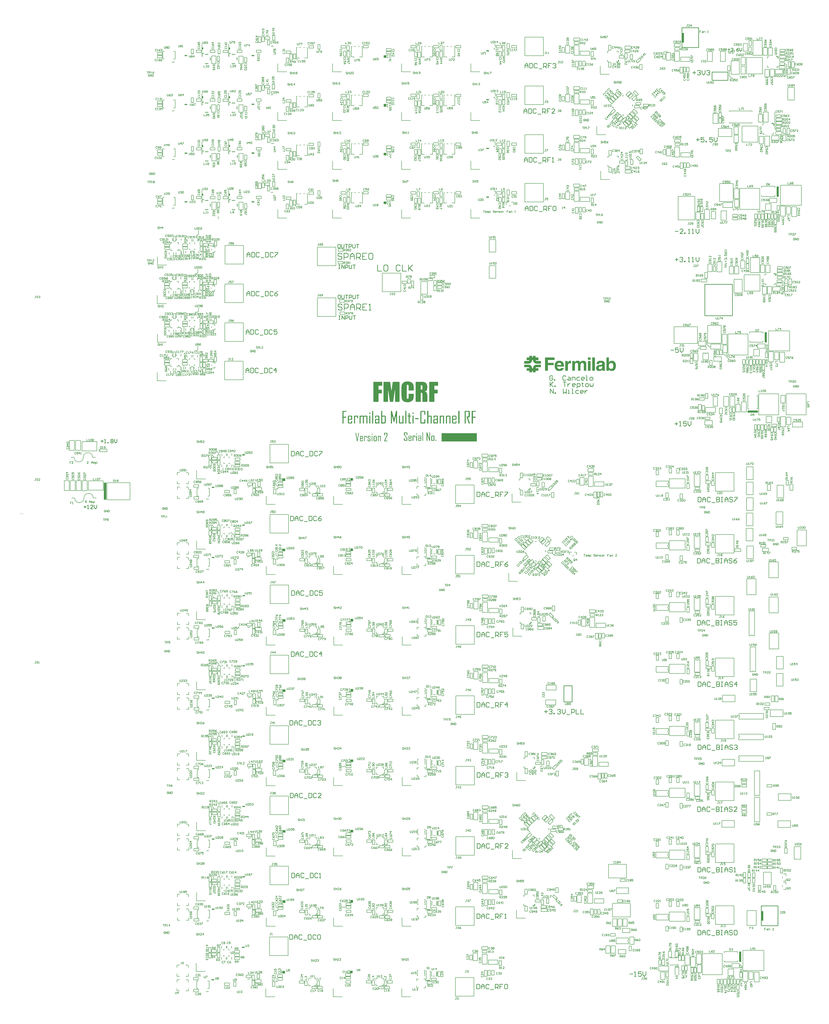
<source format=gto>
G04*
G04 #@! TF.GenerationSoftware,Altium Limited,Altium Designer,22.9.1 (49)*
G04*
G04 Layer_Color=16777215*
%FSLAX24Y24*%
%MOIN*%
G70*
G04*
G04 #@! TF.SameCoordinates,1003F32D-41C8-4A49-8BB1-F60438683A21*
G04*
G04*
G04 #@! TF.FilePolarity,Positive*
G04*
G01*
G75*
%ADD10C,0.0060*%
%ADD11C,0.0100*%
%ADD12C,0.0060*%
%ADD13C,0.0063*%
%ADD14C,0.0079*%
%ADD15C,0.0010*%
%ADD16C,0.0080*%
%ADD17R,0.0110X0.0480*%
%ADD18R,0.0689X0.0118*%
%ADD19R,0.0390X0.2730*%
%ADD20R,0.0370X0.1680*%
%ADD21R,0.1680X0.0370*%
G36*
X22544Y84337D02*
X22545Y84333D01*
Y84173D01*
X22544Y84169D01*
X22540Y84167D01*
X22130D01*
X22126Y84169D01*
X22124Y84173D01*
Y84333D01*
X22126Y84337D01*
X22130Y84338D01*
X22540D01*
X22544Y84337D01*
D02*
G37*
G36*
X32865Y83985D02*
X32860Y83979D01*
X32555D01*
Y84079D01*
X32862D01*
X32865Y83985D01*
D02*
G37*
G36*
X27487Y78230D02*
X27488Y78226D01*
Y78066D01*
X27487Y78062D01*
X27483Y78061D01*
X27073D01*
X27069Y78062D01*
X27067Y78066D01*
Y78226D01*
X27069Y78230D01*
X27073Y78232D01*
X27483D01*
X27487Y78230D01*
D02*
G37*
G36*
X44969Y74376D02*
X44969Y74374D01*
Y73969D01*
X44969Y73967D01*
X44967Y73966D01*
X44534D01*
X44533Y73967D01*
X44532Y73969D01*
Y74374D01*
X44533Y74376D01*
X44534Y74376D01*
X44967D01*
X44969Y74376D01*
D02*
G37*
G36*
X34019Y74334D02*
X34020Y74333D01*
Y73927D01*
X34019Y73926D01*
X34018Y73925D01*
X33585D01*
X33583Y73926D01*
X33583Y73927D01*
Y74333D01*
X33583Y74334D01*
X33585Y74335D01*
X34018D01*
X34019Y74334D01*
D02*
G37*
G36*
X58635Y74152D02*
X58644Y74129D01*
Y73589D01*
X58635Y73566D01*
X58612Y73556D01*
X58542D01*
X58519Y73566D01*
X58509Y73589D01*
Y74129D01*
X58519Y74152D01*
X58542Y74161D01*
X58612D01*
X58635Y74152D01*
D02*
G37*
G36*
X22544Y72987D02*
X22545Y72983D01*
Y72823D01*
X22544Y72819D01*
X22540Y72817D01*
X22130D01*
X22126Y72819D01*
X22124Y72823D01*
Y72983D01*
X22126Y72987D01*
X22130Y72988D01*
X22540D01*
X22544Y72987D01*
D02*
G37*
G36*
X32881Y72639D02*
X32876Y72634D01*
X32571D01*
Y72734D01*
X32878D01*
X32881Y72639D01*
D02*
G37*
G36*
X27517Y66835D02*
X27518Y66831D01*
Y66671D01*
X27517Y66667D01*
X27513Y66666D01*
X27103D01*
X27099Y66667D01*
X27097Y66671D01*
Y66831D01*
X27099Y66835D01*
X27103Y66836D01*
X27513D01*
X27517Y66835D01*
D02*
G37*
G36*
X44999Y62980D02*
X44999Y62979D01*
Y62573D01*
X44999Y62572D01*
X44997Y62571D01*
X44564D01*
X44563Y62572D01*
X44562Y62573D01*
Y62979D01*
X44563Y62980D01*
X44564Y62981D01*
X44997D01*
X44999Y62980D01*
D02*
G37*
G36*
X34049Y62939D02*
X34050Y62938D01*
Y62532D01*
X34049Y62531D01*
X34048Y62530D01*
X33615D01*
X33613Y62531D01*
X33613Y62532D01*
Y62938D01*
X33613Y62939D01*
X33615Y62940D01*
X34048D01*
X34049Y62939D01*
D02*
G37*
G36*
X58665Y62757D02*
X58674Y62734D01*
Y62194D01*
X58665Y62171D01*
X58642Y62161D01*
X58572D01*
X58549Y62171D01*
X58539Y62194D01*
Y62734D01*
X58549Y62757D01*
X58572Y62766D01*
X58642D01*
X58665Y62757D01*
D02*
G37*
G36*
X22574Y61591D02*
X22575Y61588D01*
Y61428D01*
X22574Y61424D01*
X22570Y61422D01*
X22160D01*
X22156Y61424D01*
X22154Y61428D01*
Y61588D01*
X22156Y61591D01*
X22160Y61593D01*
X22570D01*
X22574Y61591D01*
D02*
G37*
G36*
X32907Y61244D02*
X32902Y61239D01*
X32597D01*
Y61339D01*
X32904D01*
X32907Y61244D01*
D02*
G37*
G36*
X27517Y55503D02*
X27518Y55499D01*
Y55339D01*
X27517Y55336D01*
X27513Y55334D01*
X27103D01*
X27099Y55336D01*
X27097Y55339D01*
Y55499D01*
X27099Y55503D01*
X27103Y55505D01*
X27513D01*
X27517Y55503D01*
D02*
G37*
G36*
X44999Y51649D02*
X44999Y51647D01*
Y51242D01*
X44999Y51240D01*
X44997Y51240D01*
X44564D01*
X44563Y51240D01*
X44562Y51242D01*
Y51647D01*
X44563Y51649D01*
X44564Y51649D01*
X44997D01*
X44999Y51649D01*
D02*
G37*
G36*
X34049Y51607D02*
X34050Y51606D01*
Y51200D01*
X34049Y51199D01*
X34048Y51198D01*
X33615D01*
X33613Y51199D01*
X33613Y51200D01*
Y51606D01*
X33613Y51607D01*
X33615Y51608D01*
X34048D01*
X34049Y51607D01*
D02*
G37*
G36*
X58665Y51425D02*
X58674Y51402D01*
Y50862D01*
X58665Y50839D01*
X58642Y50829D01*
X58572D01*
X58549Y50839D01*
X58539Y50862D01*
Y51402D01*
X58549Y51425D01*
X58572Y51434D01*
X58642D01*
X58665Y51425D01*
D02*
G37*
G36*
X22574Y50260D02*
X22575Y50256D01*
Y50096D01*
X22574Y50092D01*
X22570Y50091D01*
X22160D01*
X22156Y50092D01*
X22154Y50096D01*
Y50256D01*
X22156Y50260D01*
X22160Y50261D01*
X22570D01*
X22574Y50260D01*
D02*
G37*
G36*
X32919Y49907D02*
X32913Y49902D01*
X32608D01*
Y50002D01*
X32916D01*
X32919Y49907D01*
D02*
G37*
G36*
X27507Y44120D02*
X27508Y44116D01*
Y43956D01*
X27507Y43952D01*
X27503Y43951D01*
X27093D01*
X27089Y43952D01*
X27087Y43956D01*
Y44116D01*
X27089Y44120D01*
X27093Y44122D01*
X27503D01*
X27507Y44120D01*
D02*
G37*
G36*
X44989Y40266D02*
X44989Y40264D01*
Y39859D01*
X44989Y39857D01*
X44987Y39856D01*
X44554D01*
X44553Y39857D01*
X44552Y39859D01*
Y40264D01*
X44553Y40266D01*
X44554Y40266D01*
X44987D01*
X44989Y40266D01*
D02*
G37*
G36*
X34039Y40224D02*
X34040Y40223D01*
Y39817D01*
X34039Y39816D01*
X34038Y39815D01*
X33605D01*
X33603Y39816D01*
X33603Y39817D01*
Y40223D01*
X33603Y40224D01*
X33605Y40225D01*
X34038D01*
X34039Y40224D01*
D02*
G37*
G36*
X58655Y40042D02*
X58664Y40019D01*
Y39479D01*
X58655Y39456D01*
X58632Y39446D01*
X58562D01*
X58539Y39456D01*
X58529Y39479D01*
Y40019D01*
X58539Y40042D01*
X58562Y40051D01*
X58632D01*
X58655Y40042D01*
D02*
G37*
G36*
X22564Y38877D02*
X22565Y38873D01*
Y38713D01*
X22564Y38709D01*
X22560Y38707D01*
X22150D01*
X22146Y38709D01*
X22144Y38713D01*
Y38873D01*
X22146Y38877D01*
X22150Y38878D01*
X22560D01*
X22564Y38877D01*
D02*
G37*
G36*
X32885Y38519D02*
X32880Y38514D01*
X32575D01*
Y38614D01*
X32882D01*
X32885Y38519D01*
D02*
G37*
G36*
X27507Y32755D02*
X27508Y32751D01*
Y32591D01*
X27507Y32587D01*
X27503Y32586D01*
X27093D01*
X27089Y32587D01*
X27087Y32591D01*
Y32751D01*
X27089Y32755D01*
X27093Y32757D01*
X27503D01*
X27507Y32755D01*
D02*
G37*
G36*
X44989Y28900D02*
X44989Y28899D01*
Y28493D01*
X44989Y28492D01*
X44987Y28491D01*
X44554D01*
X44553Y28492D01*
X44552Y28493D01*
Y28899D01*
X44553Y28900D01*
X44554Y28901D01*
X44987D01*
X44989Y28900D01*
D02*
G37*
G36*
X34039Y28859D02*
X34040Y28858D01*
Y28452D01*
X34039Y28451D01*
X34038Y28450D01*
X33605D01*
X33603Y28451D01*
X33603Y28452D01*
Y28858D01*
X33603Y28859D01*
X33605Y28860D01*
X34038D01*
X34039Y28859D01*
D02*
G37*
G36*
X58655Y28677D02*
X58664Y28654D01*
Y28114D01*
X58655Y28091D01*
X58632Y28081D01*
X58562D01*
X58539Y28091D01*
X58529Y28114D01*
Y28654D01*
X58539Y28677D01*
X58562Y28686D01*
X58632D01*
X58655Y28677D01*
D02*
G37*
G36*
X22564Y27512D02*
X22565Y27508D01*
Y27348D01*
X22564Y27344D01*
X22560Y27342D01*
X22150D01*
X22146Y27344D01*
X22144Y27348D01*
Y27508D01*
X22146Y27512D01*
X22150Y27513D01*
X22560D01*
X22564Y27512D01*
D02*
G37*
G36*
X32915Y27137D02*
X32910Y27132D01*
X32605D01*
Y27232D01*
X32912D01*
X32915Y27137D01*
D02*
G37*
G36*
X27497Y21410D02*
X27498Y21406D01*
Y21246D01*
X27497Y21242D01*
X27493Y21241D01*
X27083D01*
X27079Y21242D01*
X27077Y21246D01*
Y21406D01*
X27079Y21410D01*
X27083Y21412D01*
X27493D01*
X27497Y21410D01*
D02*
G37*
G36*
X44979Y17556D02*
X44979Y17554D01*
Y17148D01*
X44979Y17147D01*
X44977Y17146D01*
X44544D01*
X44543Y17147D01*
X44542Y17148D01*
Y17554D01*
X44543Y17556D01*
X44544Y17556D01*
X44977D01*
X44979Y17556D01*
D02*
G37*
G36*
X34029Y17514D02*
X34030Y17513D01*
Y17107D01*
X34029Y17106D01*
X34028Y17105D01*
X33595D01*
X33593Y17106D01*
X33593Y17107D01*
Y17513D01*
X33593Y17514D01*
X33595Y17515D01*
X34028D01*
X34029Y17514D01*
D02*
G37*
G36*
X58645Y17332D02*
X58654Y17309D01*
Y16769D01*
X58645Y16746D01*
X58622Y16736D01*
X58552D01*
X58529Y16746D01*
X58519Y16769D01*
Y17309D01*
X58529Y17332D01*
X58552Y17341D01*
X58622D01*
X58645Y17332D01*
D02*
G37*
G36*
X22554Y16167D02*
X22555Y16163D01*
Y16003D01*
X22554Y15999D01*
X22550Y15997D01*
X22140D01*
X22136Y15999D01*
X22134Y16003D01*
Y16163D01*
X22136Y16167D01*
X22140Y16168D01*
X22550D01*
X22554Y16167D01*
D02*
G37*
G36*
X32885Y15823D02*
X32880Y15817D01*
X32575D01*
Y15917D01*
X32882D01*
X32885Y15823D01*
D02*
G37*
G36*
X111342Y14216D02*
X110992D01*
Y14266D01*
Y15766D01*
X111342D01*
Y14216D01*
D02*
G37*
G36*
X27438Y9996D02*
X27440Y9993D01*
Y9833D01*
X27438Y9829D01*
X27434Y9827D01*
X27024D01*
X27020Y9829D01*
X27019Y9833D01*
Y9993D01*
X27020Y9996D01*
X27024Y9998D01*
X27434D01*
X27438Y9996D01*
D02*
G37*
G36*
X44920Y6142D02*
X44921Y6140D01*
Y5735D01*
X44920Y5733D01*
X44919Y5733D01*
X44486D01*
X44484Y5733D01*
X44483Y5735D01*
Y6140D01*
X44484Y6142D01*
X44486Y6143D01*
X44919D01*
X44920Y6142D01*
D02*
G37*
G36*
X33971Y6101D02*
X33972Y6099D01*
Y5694D01*
X33971Y5692D01*
X33969Y5692D01*
X33536D01*
X33535Y5692D01*
X33534Y5694D01*
Y6099D01*
X33535Y6101D01*
X33536Y6101D01*
X33969D01*
X33971Y6101D01*
D02*
G37*
G36*
X58586Y5918D02*
X58596Y5895D01*
Y5355D01*
X58586Y5332D01*
X58563Y5323D01*
X58493D01*
X58470Y5332D01*
X58461Y5355D01*
Y5895D01*
X58470Y5918D01*
X58493Y5928D01*
X58563D01*
X58586Y5918D01*
D02*
G37*
G36*
X22495Y4753D02*
X22497Y4749D01*
Y4589D01*
X22495Y4585D01*
X22491Y4584D01*
X22081D01*
X22077Y4585D01*
X22076Y4589D01*
Y4749D01*
X22077Y4753D01*
X22081Y4755D01*
X22491D01*
X22495Y4753D01*
D02*
G37*
G36*
X32762Y4401D02*
X32757Y4396D01*
X32452D01*
Y4496D01*
X32759D01*
X32762Y4401D01*
D02*
G37*
G36*
X20556Y155873D02*
X20557Y155869D01*
Y155324D01*
X20722D01*
X20726Y155323D01*
X20727Y155319D01*
Y155019D01*
X20726Y155015D01*
X20722Y155014D01*
X20557D01*
Y154469D01*
X20556Y154465D01*
X20552Y154464D01*
X20502D01*
X20498Y154465D01*
X20497Y154469D01*
Y155869D01*
X20498Y155873D01*
X20502Y155874D01*
X20552D01*
X20556Y155873D01*
D02*
G37*
G36*
X24887Y155868D02*
X24889Y155864D01*
Y155319D01*
X25054D01*
X25057Y155318D01*
X25059Y155314D01*
Y155014D01*
X25057Y155010D01*
X25054Y155009D01*
X24889D01*
Y154464D01*
X24887Y154460D01*
X24884Y154459D01*
X24834D01*
X24830Y154460D01*
X24828Y154464D01*
Y155864D01*
X24830Y155868D01*
X24834Y155869D01*
X24884D01*
X24887Y155868D01*
D02*
G37*
G36*
X29002Y154095D02*
X29003Y154091D01*
Y153931D01*
X29002Y153928D01*
X28998Y153926D01*
X28588D01*
X28584Y153928D01*
X28583Y153931D01*
Y154091D01*
X28584Y154095D01*
X28588Y154097D01*
X28998D01*
X29002Y154095D01*
D02*
G37*
G36*
X18152Y154085D02*
X18153Y154081D01*
Y153921D01*
X18152Y153917D01*
X18148Y153915D01*
X17738D01*
X17734Y153917D01*
X17732Y153921D01*
Y154081D01*
X17734Y154085D01*
X17738Y154086D01*
X18148D01*
X18152Y154085D01*
D02*
G37*
G36*
X50360Y154056D02*
X50361Y154055D01*
Y153649D01*
X50360Y153648D01*
X50359Y153647D01*
X49926D01*
X49924Y153648D01*
X49924Y153649D01*
Y154055D01*
X49924Y154056D01*
X49926Y154057D01*
X50359D01*
X50360Y154056D01*
D02*
G37*
G36*
X20556Y147998D02*
X20557Y147994D01*
Y147449D01*
X20722D01*
X20726Y147448D01*
X20727Y147444D01*
Y147144D01*
X20726Y147140D01*
X20722Y147139D01*
X20557D01*
Y146594D01*
X20556Y146590D01*
X20552Y146589D01*
X20502D01*
X20498Y146590D01*
X20496Y146594D01*
Y147994D01*
X20498Y147998D01*
X20502Y147999D01*
X20552D01*
X20556Y147998D01*
D02*
G37*
G36*
X24887Y147993D02*
X24889Y147989D01*
Y147444D01*
X25053D01*
X25057Y147443D01*
X25059Y147439D01*
Y147139D01*
X25057Y147135D01*
X25053Y147134D01*
X24889D01*
Y146589D01*
X24887Y146585D01*
X24883Y146584D01*
X24833D01*
X24830Y146585D01*
X24828Y146589D01*
Y147989D01*
X24830Y147993D01*
X24833Y147994D01*
X24883D01*
X24887Y147993D01*
D02*
G37*
G36*
X29002Y146220D02*
X29003Y146217D01*
Y146057D01*
X29002Y146053D01*
X28998Y146051D01*
X28588D01*
X28584Y146053D01*
X28582Y146057D01*
Y146217D01*
X28584Y146220D01*
X28588Y146222D01*
X28998D01*
X29002Y146220D01*
D02*
G37*
G36*
X18151Y146210D02*
X18153Y146206D01*
Y146046D01*
X18151Y146042D01*
X18147Y146041D01*
X17737D01*
X17734Y146042D01*
X17732Y146046D01*
Y146206D01*
X17734Y146210D01*
X17737Y146211D01*
X18147D01*
X18151Y146210D01*
D02*
G37*
G36*
X50360Y146181D02*
X50361Y146180D01*
Y145774D01*
X50360Y145773D01*
X50359Y145772D01*
X49925D01*
X49924Y145773D01*
X49923Y145774D01*
Y146180D01*
X49924Y146181D01*
X49925Y146182D01*
X50359D01*
X50360Y146181D01*
D02*
G37*
G36*
X20560Y140125D02*
X20561Y140122D01*
Y139577D01*
X20726D01*
X20730Y139575D01*
X20731Y139572D01*
Y139272D01*
X20730Y139268D01*
X20726Y139266D01*
X20561D01*
Y138722D01*
X20560Y138718D01*
X20556Y138716D01*
X20506D01*
X20502Y138718D01*
X20501Y138722D01*
Y140122D01*
X20502Y140125D01*
X20506Y140127D01*
X20556D01*
X20560Y140125D01*
D02*
G37*
G36*
X24892Y140120D02*
X24893Y140117D01*
Y139572D01*
X25058D01*
X25062Y139570D01*
X25063Y139567D01*
Y139267D01*
X25062Y139263D01*
X25058Y139261D01*
X24893D01*
Y138717D01*
X24892Y138713D01*
X24888Y138711D01*
X24838D01*
X24834Y138713D01*
X24832Y138717D01*
Y140117D01*
X24834Y140120D01*
X24838Y140122D01*
X24888D01*
X24892Y140120D01*
D02*
G37*
G36*
X29006Y138348D02*
X29007Y138344D01*
Y138184D01*
X29006Y138180D01*
X29002Y138179D01*
X28592D01*
X28588Y138180D01*
X28587Y138184D01*
Y138344D01*
X28588Y138348D01*
X28592Y138350D01*
X29002D01*
X29006Y138348D01*
D02*
G37*
G36*
X18156Y138337D02*
X18157Y138334D01*
Y138174D01*
X18156Y138170D01*
X18152Y138168D01*
X17742D01*
X17738Y138170D01*
X17736Y138174D01*
Y138334D01*
X17738Y138337D01*
X17742Y138339D01*
X18152D01*
X18156Y138337D01*
D02*
G37*
G36*
X50364Y138309D02*
X50365Y138307D01*
Y137902D01*
X50364Y137900D01*
X50363Y137900D01*
X49930D01*
X49928Y137900D01*
X49928Y137902D01*
Y138307D01*
X49928Y138309D01*
X49930Y138309D01*
X50363D01*
X50364Y138309D01*
D02*
G37*
G36*
X20560Y132255D02*
X20561Y132252D01*
Y131707D01*
X20726D01*
X20730Y131705D01*
X20731Y131702D01*
Y131402D01*
X20730Y131398D01*
X20726Y131396D01*
X20561D01*
Y130852D01*
X20560Y130848D01*
X20556Y130846D01*
X20506D01*
X20502Y130848D01*
X20501Y130852D01*
Y132252D01*
X20502Y132255D01*
X20506Y132257D01*
X20556D01*
X20560Y132255D01*
D02*
G37*
G36*
X24892Y132250D02*
X24893Y132247D01*
Y131702D01*
X25058D01*
X25062Y131700D01*
X25063Y131697D01*
Y131397D01*
X25062Y131393D01*
X25058Y131391D01*
X24893D01*
Y130847D01*
X24892Y130843D01*
X24888Y130841D01*
X24838D01*
X24834Y130843D01*
X24832Y130847D01*
Y132247D01*
X24834Y132250D01*
X24838Y132252D01*
X24888D01*
X24892Y132250D01*
D02*
G37*
G36*
X29006Y130478D02*
X29007Y130474D01*
Y130314D01*
X29006Y130310D01*
X29002Y130309D01*
X28592D01*
X28588Y130310D01*
X28587Y130314D01*
Y130474D01*
X28588Y130478D01*
X28592Y130480D01*
X29002D01*
X29006Y130478D01*
D02*
G37*
G36*
X18156Y130467D02*
X18157Y130463D01*
Y130303D01*
X18156Y130300D01*
X18152Y130298D01*
X17742D01*
X17738Y130300D01*
X17736Y130303D01*
Y130463D01*
X17738Y130467D01*
X17742Y130469D01*
X18152D01*
X18156Y130467D01*
D02*
G37*
G36*
X50364Y130439D02*
X50365Y130437D01*
Y130032D01*
X50364Y130030D01*
X50363Y130030D01*
X49930D01*
X49928Y130030D01*
X49928Y130032D01*
Y130437D01*
X49928Y130439D01*
X49930Y130439D01*
X50363D01*
X50364Y130439D01*
D02*
G37*
G36*
X27487Y89580D02*
X27488Y89576D01*
Y89416D01*
X27487Y89412D01*
X27483Y89411D01*
X27073D01*
X27069Y89412D01*
X27067Y89416D01*
Y89576D01*
X27069Y89580D01*
X27073Y89582D01*
X27483D01*
X27487Y89580D01*
D02*
G37*
G36*
X44969Y85726D02*
X44969Y85724D01*
Y85318D01*
X44969Y85317D01*
X44967Y85316D01*
X44534D01*
X44533Y85317D01*
X44532Y85318D01*
Y85724D01*
X44533Y85726D01*
X44534Y85726D01*
X44967D01*
X44969Y85726D01*
D02*
G37*
G36*
X34019Y85684D02*
X34020Y85683D01*
Y85277D01*
X34019Y85276D01*
X34018Y85275D01*
X33585D01*
X33583Y85276D01*
X33583Y85277D01*
Y85683D01*
X33583Y85684D01*
X33585Y85685D01*
X34018D01*
X34019Y85684D01*
D02*
G37*
G36*
X98512Y156118D02*
X98162D01*
Y156168D01*
Y157668D01*
X98512D01*
Y156118D01*
D02*
G37*
G36*
X67966Y155071D02*
X67730D01*
Y155150D01*
X67966D01*
Y155071D01*
D02*
G37*
G36*
X66962Y154851D02*
X66963Y154847D01*
Y154687D01*
X66962Y154683D01*
X66958Y154681D01*
X66548D01*
X66544Y154683D01*
X66542Y154687D01*
Y154847D01*
X66544Y154851D01*
X66548Y154852D01*
X66958D01*
X66962Y154851D01*
D02*
G37*
G36*
X67966Y147179D02*
X67730D01*
Y147257D01*
X67966D01*
Y147179D01*
D02*
G37*
G36*
X66961Y146976D02*
X66963Y146972D01*
Y146812D01*
X66961Y146808D01*
X66958Y146806D01*
X66547D01*
X66544Y146808D01*
X66542Y146812D01*
Y146972D01*
X66544Y146976D01*
X66547Y146977D01*
X66958D01*
X66961Y146976D01*
D02*
G37*
G36*
X67929Y139306D02*
X67693D01*
Y139385D01*
X67929D01*
Y139306D01*
D02*
G37*
G36*
X66966Y139103D02*
X66967Y139099D01*
Y138939D01*
X66966Y138936D01*
X66962Y138934D01*
X66552D01*
X66548Y138936D01*
X66546Y138939D01*
Y139099D01*
X66548Y139103D01*
X66552Y139105D01*
X66962D01*
X66966Y139103D01*
D02*
G37*
G36*
X67963Y131433D02*
X67727D01*
Y131512D01*
X67963D01*
Y131433D01*
D02*
G37*
G36*
X66966Y131233D02*
X66967Y131229D01*
Y131069D01*
X66966Y131066D01*
X66962Y131064D01*
X66552D01*
X66548Y131066D01*
X66546Y131069D01*
Y131229D01*
X66548Y131233D01*
X66552Y131235D01*
X66962D01*
X66966Y131233D01*
D02*
G37*
G36*
X74521Y105466D02*
Y105447D01*
Y105428D01*
Y105408D01*
Y105389D01*
Y105370D01*
Y105351D01*
Y105332D01*
Y105313D01*
Y105294D01*
Y105275D01*
Y105256D01*
Y105237D01*
Y105218D01*
X74959D01*
Y105199D01*
Y105180D01*
Y105161D01*
Y105142D01*
Y105123D01*
Y105104D01*
Y105085D01*
Y105066D01*
Y105047D01*
Y105028D01*
Y105009D01*
Y104990D01*
Y104971D01*
Y104952D01*
Y104933D01*
Y104914D01*
Y104895D01*
Y104876D01*
Y104857D01*
Y104838D01*
Y104819D01*
Y104800D01*
X74521D01*
Y104781D01*
Y104762D01*
X74540D01*
Y104743D01*
X74559D01*
Y104724D01*
Y104705D01*
X74578D01*
Y104686D01*
X74616D01*
Y104667D01*
X74673D01*
Y104648D01*
X75358D01*
Y104629D01*
Y104610D01*
Y104591D01*
Y104572D01*
Y104553D01*
Y104534D01*
Y104515D01*
Y104496D01*
Y104477D01*
Y104458D01*
Y104439D01*
Y104420D01*
Y104401D01*
Y104382D01*
Y104363D01*
Y104344D01*
Y104325D01*
Y104306D01*
Y104287D01*
Y104268D01*
Y104249D01*
Y104230D01*
X74559D01*
Y104249D01*
X74502D01*
Y104268D01*
X74445D01*
Y104287D01*
X74407D01*
Y104306D01*
X74369D01*
Y104325D01*
X74350D01*
Y104344D01*
X74331D01*
Y104363D01*
X74293D01*
Y104382D01*
X74274D01*
Y104401D01*
X74255D01*
Y104420D01*
X74236D01*
Y104439D01*
X74217D01*
Y104458D01*
Y104477D01*
X74198D01*
Y104496D01*
X74179D01*
Y104515D01*
Y104534D01*
X74160D01*
Y104553D01*
Y104572D01*
X74141D01*
Y104591D01*
Y104610D01*
X74122D01*
Y104629D01*
Y104648D01*
Y104667D01*
X74103D01*
Y104686D01*
Y104705D01*
Y104724D01*
Y104743D01*
Y104762D01*
X74084D01*
Y104781D01*
Y104800D01*
Y104819D01*
Y104838D01*
X73951D01*
Y104819D01*
Y104800D01*
Y104781D01*
Y104762D01*
X73932D01*
Y104743D01*
Y104724D01*
Y104705D01*
Y104686D01*
Y104667D01*
X73913D01*
Y104648D01*
Y104629D01*
Y104610D01*
X73894D01*
Y104591D01*
Y104572D01*
X73875D01*
Y104553D01*
Y104534D01*
X73856D01*
Y104515D01*
Y104496D01*
X73837D01*
Y104477D01*
X73818D01*
Y104458D01*
Y104439D01*
X73799D01*
Y104420D01*
X73780D01*
Y104401D01*
X73761D01*
Y104382D01*
X73742D01*
Y104363D01*
X73704D01*
Y104344D01*
X73685D01*
Y104325D01*
X73666D01*
Y104306D01*
X73628D01*
Y104287D01*
X73590D01*
Y104268D01*
X73533D01*
Y104249D01*
X73476D01*
Y104230D01*
X72677D01*
Y104249D01*
Y104268D01*
Y104287D01*
Y104306D01*
Y104325D01*
Y104344D01*
Y104363D01*
Y104382D01*
Y104401D01*
Y104420D01*
Y104439D01*
Y104458D01*
Y104477D01*
Y104496D01*
Y104515D01*
Y104534D01*
Y104553D01*
Y104572D01*
Y104591D01*
Y104610D01*
Y104629D01*
Y104648D01*
X73362D01*
Y104667D01*
X73419D01*
Y104686D01*
X73457D01*
Y104705D01*
X73476D01*
Y104724D01*
Y104743D01*
X73495D01*
Y104762D01*
X73514D01*
Y104781D01*
Y104800D01*
X73076D01*
Y104819D01*
Y104838D01*
Y104857D01*
Y104876D01*
Y104895D01*
Y104914D01*
Y104933D01*
Y104952D01*
Y104971D01*
Y104990D01*
Y105009D01*
Y105028D01*
Y105047D01*
Y105066D01*
Y105085D01*
Y105104D01*
Y105123D01*
Y105142D01*
Y105161D01*
Y105180D01*
Y105199D01*
Y105218D01*
X73514D01*
Y105237D01*
Y105256D01*
Y105275D01*
Y105294D01*
Y105313D01*
Y105332D01*
Y105351D01*
Y105370D01*
Y105389D01*
Y105408D01*
Y105428D01*
Y105447D01*
Y105466D01*
Y105485D01*
X73951D01*
Y105466D01*
Y105447D01*
Y105428D01*
Y105408D01*
Y105389D01*
Y105370D01*
Y105351D01*
Y105332D01*
Y105313D01*
Y105294D01*
Y105275D01*
Y105256D01*
X74084D01*
Y105275D01*
Y105294D01*
Y105313D01*
Y105332D01*
Y105351D01*
Y105370D01*
Y105389D01*
Y105408D01*
Y105428D01*
Y105447D01*
Y105466D01*
Y105485D01*
X74521D01*
Y105466D01*
D02*
G37*
G36*
X83400Y105218D02*
Y105199D01*
Y105180D01*
Y105161D01*
Y105142D01*
Y105123D01*
Y105104D01*
Y105085D01*
Y105066D01*
Y105047D01*
Y105028D01*
Y105009D01*
Y104990D01*
Y104971D01*
Y104952D01*
Y104933D01*
Y104914D01*
Y104895D01*
Y104876D01*
Y104857D01*
X82982D01*
Y104876D01*
Y104895D01*
Y104914D01*
Y104933D01*
Y104952D01*
Y104971D01*
Y104990D01*
Y105009D01*
Y105028D01*
Y105047D01*
Y105066D01*
Y105085D01*
Y105104D01*
Y105123D01*
Y105142D01*
Y105161D01*
Y105180D01*
Y105199D01*
Y105218D01*
Y105237D01*
X83400D01*
Y105218D01*
D02*
G37*
G36*
X82316Y104686D02*
X82392D01*
Y104667D01*
X82430D01*
Y104648D01*
X82468D01*
Y104629D01*
X82506D01*
Y104610D01*
X82525D01*
Y104591D01*
X82563D01*
Y104572D01*
X82582D01*
Y104553D01*
X82601D01*
Y104534D01*
Y104515D01*
X82621D01*
Y104496D01*
X82640D01*
Y104477D01*
X82659D01*
Y104458D01*
Y104439D01*
X82678D01*
Y104420D01*
Y104401D01*
Y104382D01*
X82697D01*
Y104363D01*
Y104344D01*
Y104325D01*
X82716D01*
Y104306D01*
Y104287D01*
Y104268D01*
Y104249D01*
Y104230D01*
Y104211D01*
Y104192D01*
Y104173D01*
Y104154D01*
Y104135D01*
Y104116D01*
Y104097D01*
Y104078D01*
Y104059D01*
Y104040D01*
Y104021D01*
Y104002D01*
Y103983D01*
Y103964D01*
Y103945D01*
Y103926D01*
Y103907D01*
Y103888D01*
Y103869D01*
Y103850D01*
Y103830D01*
Y103811D01*
Y103792D01*
Y103773D01*
Y103754D01*
Y103735D01*
Y103716D01*
Y103697D01*
Y103678D01*
Y103659D01*
Y103640D01*
Y103621D01*
Y103602D01*
Y103583D01*
Y103564D01*
Y103545D01*
Y103526D01*
Y103507D01*
Y103488D01*
Y103469D01*
Y103450D01*
Y103431D01*
Y103412D01*
Y103393D01*
Y103374D01*
Y103355D01*
Y103336D01*
Y103317D01*
Y103298D01*
Y103279D01*
Y103260D01*
Y103241D01*
Y103222D01*
Y103203D01*
Y103184D01*
Y103165D01*
Y103146D01*
Y103127D01*
Y103108D01*
Y103089D01*
X82297D01*
Y103108D01*
Y103127D01*
Y103146D01*
Y103165D01*
Y103184D01*
Y103203D01*
Y103222D01*
Y103241D01*
Y103260D01*
Y103279D01*
Y103298D01*
Y103317D01*
Y103336D01*
Y103355D01*
Y103374D01*
Y103393D01*
Y103412D01*
Y103431D01*
Y103450D01*
Y103469D01*
Y103488D01*
Y103507D01*
Y103526D01*
Y103545D01*
Y103564D01*
Y103583D01*
Y103602D01*
Y103621D01*
Y103640D01*
Y103659D01*
Y103678D01*
Y103697D01*
Y103716D01*
Y103735D01*
Y103754D01*
Y103773D01*
Y103792D01*
Y103811D01*
Y103830D01*
Y103850D01*
Y103869D01*
Y103888D01*
Y103907D01*
Y103926D01*
Y103945D01*
Y103964D01*
Y103983D01*
Y104002D01*
Y104021D01*
Y104040D01*
Y104059D01*
Y104078D01*
Y104097D01*
Y104116D01*
Y104135D01*
Y104154D01*
Y104173D01*
X82278D01*
Y104192D01*
Y104211D01*
Y104230D01*
X82259D01*
Y104249D01*
Y104268D01*
X82240D01*
Y104287D01*
X82221D01*
Y104306D01*
X82202D01*
Y104325D01*
X82183D01*
Y104344D01*
X82126D01*
Y104363D01*
X82012D01*
Y104344D01*
X81936D01*
Y104325D01*
X81917D01*
Y104306D01*
X81879D01*
Y104287D01*
X81860D01*
Y104268D01*
X81841D01*
Y104249D01*
Y104230D01*
X81822D01*
Y104211D01*
Y104192D01*
Y104173D01*
X81803D01*
Y104154D01*
Y104135D01*
Y104116D01*
Y104097D01*
Y104078D01*
X81784D01*
Y104059D01*
Y104040D01*
Y104021D01*
Y104002D01*
Y103983D01*
Y103964D01*
Y103945D01*
Y103926D01*
Y103907D01*
Y103888D01*
Y103869D01*
Y103850D01*
Y103830D01*
Y103811D01*
Y103792D01*
Y103773D01*
Y103754D01*
Y103735D01*
Y103716D01*
Y103697D01*
Y103678D01*
Y103659D01*
Y103640D01*
Y103621D01*
Y103602D01*
Y103583D01*
Y103564D01*
Y103545D01*
Y103526D01*
Y103507D01*
Y103488D01*
Y103469D01*
Y103450D01*
Y103431D01*
Y103412D01*
Y103393D01*
Y103374D01*
Y103355D01*
Y103336D01*
Y103317D01*
Y103298D01*
Y103279D01*
Y103260D01*
Y103241D01*
Y103222D01*
Y103203D01*
Y103184D01*
Y103165D01*
Y103146D01*
Y103127D01*
Y103108D01*
Y103089D01*
X81366D01*
Y103108D01*
Y103127D01*
Y103146D01*
Y103165D01*
Y103184D01*
Y103203D01*
Y103222D01*
Y103241D01*
Y103260D01*
Y103279D01*
Y103298D01*
Y103317D01*
Y103336D01*
Y103355D01*
Y103374D01*
Y103393D01*
Y103412D01*
Y103431D01*
Y103450D01*
Y103469D01*
Y103488D01*
Y103507D01*
Y103526D01*
Y103545D01*
Y103564D01*
Y103583D01*
Y103602D01*
Y103621D01*
Y103640D01*
Y103659D01*
Y103678D01*
Y103697D01*
Y103716D01*
Y103735D01*
Y103754D01*
Y103773D01*
Y103792D01*
Y103811D01*
Y103830D01*
Y103850D01*
Y103869D01*
Y103888D01*
Y103907D01*
Y103926D01*
Y103945D01*
Y103964D01*
Y103983D01*
Y104002D01*
Y104021D01*
Y104040D01*
Y104059D01*
Y104078D01*
Y104097D01*
Y104116D01*
Y104135D01*
Y104154D01*
Y104173D01*
Y104192D01*
Y104211D01*
X81347D01*
Y104230D01*
Y104249D01*
Y104268D01*
X81328D01*
Y104287D01*
X81309D01*
Y104306D01*
X81290D01*
Y104325D01*
X81252D01*
Y104344D01*
X81195D01*
Y104363D01*
X81062D01*
Y104344D01*
X81004D01*
Y104325D01*
X80966D01*
Y104306D01*
X80947D01*
Y104287D01*
X80928D01*
Y104268D01*
X80909D01*
Y104249D01*
Y104230D01*
X80890D01*
Y104211D01*
Y104192D01*
Y104173D01*
X80871D01*
Y104154D01*
Y104135D01*
Y104116D01*
Y104097D01*
Y104078D01*
Y104059D01*
Y104040D01*
Y104021D01*
Y104002D01*
Y103983D01*
Y103964D01*
Y103945D01*
Y103926D01*
Y103907D01*
Y103888D01*
Y103869D01*
Y103850D01*
Y103830D01*
Y103811D01*
Y103792D01*
Y103773D01*
Y103754D01*
Y103735D01*
Y103716D01*
Y103697D01*
Y103678D01*
Y103659D01*
Y103640D01*
Y103621D01*
Y103602D01*
Y103583D01*
Y103564D01*
Y103545D01*
Y103526D01*
Y103507D01*
Y103488D01*
Y103469D01*
Y103450D01*
Y103431D01*
Y103412D01*
Y103393D01*
Y103374D01*
Y103355D01*
Y103336D01*
Y103317D01*
Y103298D01*
Y103279D01*
Y103260D01*
Y103241D01*
Y103222D01*
Y103203D01*
Y103184D01*
Y103165D01*
Y103146D01*
Y103127D01*
Y103108D01*
Y103089D01*
X80453D01*
Y103108D01*
Y103127D01*
Y103146D01*
Y103165D01*
Y103184D01*
Y103203D01*
Y103222D01*
Y103241D01*
Y103260D01*
Y103279D01*
Y103298D01*
Y103317D01*
Y103336D01*
Y103355D01*
Y103374D01*
Y103393D01*
Y103412D01*
Y103431D01*
Y103450D01*
Y103469D01*
Y103488D01*
Y103507D01*
Y103526D01*
Y103545D01*
Y103564D01*
Y103583D01*
Y103602D01*
Y103621D01*
Y103640D01*
Y103659D01*
Y103678D01*
Y103697D01*
Y103716D01*
Y103735D01*
Y103754D01*
Y103773D01*
Y103792D01*
Y103811D01*
Y103830D01*
Y103850D01*
Y103869D01*
Y103888D01*
Y103907D01*
Y103926D01*
Y103945D01*
Y103964D01*
Y103983D01*
Y104002D01*
Y104021D01*
Y104040D01*
Y104059D01*
Y104078D01*
Y104097D01*
Y104116D01*
Y104135D01*
Y104154D01*
Y104173D01*
Y104192D01*
Y104211D01*
Y104230D01*
Y104249D01*
Y104268D01*
Y104287D01*
Y104306D01*
Y104325D01*
Y104344D01*
Y104363D01*
Y104382D01*
Y104401D01*
Y104420D01*
Y104439D01*
Y104458D01*
Y104477D01*
Y104496D01*
Y104515D01*
Y104534D01*
Y104553D01*
Y104572D01*
Y104591D01*
Y104610D01*
Y104629D01*
Y104648D01*
Y104667D01*
X80852D01*
Y104648D01*
Y104629D01*
Y104610D01*
Y104591D01*
Y104572D01*
Y104553D01*
Y104534D01*
Y104515D01*
Y104496D01*
Y104477D01*
Y104458D01*
X80871D01*
Y104477D01*
Y104496D01*
X80890D01*
Y104515D01*
X80909D01*
Y104534D01*
X80928D01*
Y104553D01*
X80947D01*
Y104572D01*
Y104591D01*
X80985D01*
Y104610D01*
X81004D01*
Y104629D01*
X81024D01*
Y104648D01*
X81062D01*
Y104667D01*
X81100D01*
Y104686D01*
X81157D01*
Y104705D01*
X81461D01*
Y104686D01*
X81518D01*
Y104667D01*
X81556D01*
Y104648D01*
X81594D01*
Y104629D01*
X81613D01*
Y104610D01*
X81632D01*
Y104591D01*
X81651D01*
Y104572D01*
X81670D01*
Y104553D01*
X81689D01*
Y104534D01*
X81708D01*
Y104515D01*
Y104496D01*
X81727D01*
Y104477D01*
X81765D01*
Y104496D01*
X81784D01*
Y104515D01*
Y104534D01*
X81803D01*
Y104553D01*
X81822D01*
Y104572D01*
X81841D01*
Y104591D01*
X81860D01*
Y104610D01*
X81898D01*
Y104629D01*
X81917D01*
Y104648D01*
X81955D01*
Y104667D01*
X81993D01*
Y104686D01*
X82050D01*
Y104705D01*
X82316D01*
Y104686D01*
D02*
G37*
G36*
X80244D02*
Y104667D01*
Y104648D01*
Y104629D01*
Y104610D01*
Y104591D01*
Y104572D01*
Y104553D01*
Y104534D01*
Y104515D01*
Y104496D01*
Y104477D01*
Y104458D01*
Y104439D01*
Y104420D01*
Y104401D01*
Y104382D01*
Y104363D01*
Y104344D01*
Y104325D01*
Y104306D01*
Y104287D01*
X79997D01*
Y104268D01*
X79940D01*
Y104249D01*
X79883D01*
Y104230D01*
X79864D01*
Y104211D01*
X79845D01*
Y104192D01*
X79826D01*
Y104173D01*
X79807D01*
Y104154D01*
X79788D01*
Y104135D01*
X79769D01*
Y104116D01*
Y104097D01*
Y104078D01*
X79750D01*
Y104059D01*
Y104040D01*
Y104021D01*
X79731D01*
Y104002D01*
Y103983D01*
Y103964D01*
Y103945D01*
Y103926D01*
Y103907D01*
Y103888D01*
Y103869D01*
Y103850D01*
Y103830D01*
Y103811D01*
Y103792D01*
Y103773D01*
Y103754D01*
Y103735D01*
Y103716D01*
Y103697D01*
Y103678D01*
Y103659D01*
Y103640D01*
Y103621D01*
Y103602D01*
Y103583D01*
Y103564D01*
Y103545D01*
Y103526D01*
Y103507D01*
Y103488D01*
Y103469D01*
Y103450D01*
Y103431D01*
Y103412D01*
Y103393D01*
Y103374D01*
Y103355D01*
Y103336D01*
Y103317D01*
Y103298D01*
Y103279D01*
Y103260D01*
Y103241D01*
Y103222D01*
Y103203D01*
Y103184D01*
Y103165D01*
Y103146D01*
Y103127D01*
Y103108D01*
Y103089D01*
X79312D01*
Y103108D01*
Y103127D01*
Y103146D01*
Y103165D01*
Y103184D01*
Y103203D01*
Y103222D01*
Y103241D01*
Y103260D01*
Y103279D01*
Y103298D01*
Y103317D01*
Y103336D01*
Y103355D01*
Y103374D01*
Y103393D01*
Y103412D01*
Y103431D01*
Y103450D01*
Y103469D01*
Y103488D01*
Y103507D01*
Y103526D01*
Y103545D01*
Y103564D01*
Y103583D01*
Y103602D01*
Y103621D01*
Y103640D01*
Y103659D01*
Y103678D01*
Y103697D01*
Y103716D01*
Y103735D01*
Y103754D01*
Y103773D01*
Y103792D01*
Y103811D01*
Y103830D01*
Y103850D01*
Y103869D01*
Y103888D01*
Y103907D01*
Y103926D01*
Y103945D01*
Y103964D01*
Y103983D01*
Y104002D01*
Y104021D01*
Y104040D01*
Y104059D01*
Y104078D01*
Y104097D01*
Y104116D01*
Y104135D01*
Y104154D01*
Y104173D01*
Y104192D01*
Y104211D01*
Y104230D01*
Y104249D01*
Y104268D01*
Y104287D01*
Y104306D01*
Y104325D01*
Y104344D01*
Y104363D01*
Y104382D01*
Y104401D01*
Y104420D01*
Y104439D01*
Y104458D01*
Y104477D01*
Y104496D01*
Y104515D01*
Y104534D01*
Y104553D01*
Y104572D01*
Y104591D01*
Y104610D01*
Y104629D01*
Y104648D01*
Y104667D01*
X79712D01*
Y104648D01*
Y104629D01*
Y104610D01*
Y104591D01*
Y104572D01*
Y104553D01*
Y104534D01*
Y104515D01*
Y104496D01*
Y104477D01*
Y104458D01*
Y104439D01*
Y104420D01*
Y104401D01*
X79731D01*
Y104420D01*
Y104439D01*
X79750D01*
Y104458D01*
X79769D01*
Y104477D01*
Y104496D01*
X79788D01*
Y104515D01*
Y104534D01*
X79807D01*
Y104553D01*
X79826D01*
Y104572D01*
X79845D01*
Y104591D01*
X79864D01*
Y104610D01*
X79883D01*
Y104629D01*
X79902D01*
Y104648D01*
X79940D01*
Y104667D01*
X79978D01*
Y104686D01*
X80035D01*
Y104705D01*
X80244D01*
Y104686D01*
D02*
G37*
G36*
X75358Y104059D02*
Y104040D01*
Y104021D01*
Y104002D01*
Y103983D01*
Y103964D01*
Y103945D01*
Y103926D01*
Y103907D01*
Y103888D01*
Y103869D01*
Y103850D01*
Y103830D01*
Y103811D01*
Y103792D01*
Y103773D01*
Y103754D01*
Y103735D01*
Y103716D01*
Y103697D01*
Y103678D01*
Y103659D01*
X74654D01*
Y103640D01*
X74616D01*
Y103621D01*
X74578D01*
Y103602D01*
X74559D01*
Y103583D01*
X74540D01*
Y103564D01*
Y103545D01*
X74521D01*
Y103526D01*
Y103507D01*
X74959D01*
Y103488D01*
Y103469D01*
Y103450D01*
Y103431D01*
Y103412D01*
Y103393D01*
Y103374D01*
Y103355D01*
Y103336D01*
Y103317D01*
Y103298D01*
Y103279D01*
Y103260D01*
Y103241D01*
Y103222D01*
Y103203D01*
Y103184D01*
Y103165D01*
Y103146D01*
Y103127D01*
Y103108D01*
Y103089D01*
X74521D01*
Y103070D01*
Y103051D01*
Y103032D01*
Y103013D01*
Y102994D01*
Y102975D01*
Y102956D01*
Y102937D01*
Y102918D01*
Y102899D01*
Y102880D01*
Y102861D01*
Y102842D01*
Y102823D01*
X74084D01*
Y102842D01*
Y102861D01*
Y102880D01*
Y102899D01*
Y102918D01*
Y102937D01*
Y102956D01*
Y102975D01*
Y102994D01*
Y103013D01*
Y103032D01*
Y103051D01*
X73951D01*
Y103032D01*
Y103013D01*
Y102994D01*
Y102975D01*
Y102956D01*
Y102937D01*
Y102918D01*
Y102899D01*
Y102880D01*
Y102861D01*
Y102842D01*
Y102823D01*
X73514D01*
Y102842D01*
Y102861D01*
Y102880D01*
Y102899D01*
Y102918D01*
Y102937D01*
Y102956D01*
Y102975D01*
Y102994D01*
Y103013D01*
Y103032D01*
Y103051D01*
Y103070D01*
Y103089D01*
X73076D01*
Y103108D01*
Y103127D01*
Y103146D01*
Y103165D01*
Y103184D01*
Y103203D01*
Y103222D01*
Y103241D01*
Y103260D01*
Y103279D01*
Y103298D01*
Y103317D01*
Y103336D01*
Y103355D01*
Y103374D01*
Y103393D01*
Y103412D01*
Y103431D01*
Y103450D01*
Y103469D01*
Y103488D01*
Y103507D01*
X73514D01*
Y103526D01*
Y103545D01*
X73495D01*
Y103564D01*
Y103583D01*
X73476D01*
Y103602D01*
X73457D01*
Y103621D01*
X73419D01*
Y103640D01*
X73381D01*
Y103659D01*
X72677D01*
Y103678D01*
Y103697D01*
Y103716D01*
Y103735D01*
Y103754D01*
Y103773D01*
Y103792D01*
Y103811D01*
Y103830D01*
Y103850D01*
Y103869D01*
Y103888D01*
Y103907D01*
Y103926D01*
Y103945D01*
Y103964D01*
Y103983D01*
Y104002D01*
Y104021D01*
Y104040D01*
Y104059D01*
Y104078D01*
X73476D01*
Y104059D01*
X73533D01*
Y104040D01*
X73590D01*
Y104021D01*
X73628D01*
Y104002D01*
X73666D01*
Y103983D01*
X73685D01*
Y103964D01*
X73723D01*
Y103945D01*
X73742D01*
Y103926D01*
X73761D01*
Y103907D01*
X73780D01*
Y103888D01*
X73799D01*
Y103869D01*
X73818D01*
Y103850D01*
Y103830D01*
X73837D01*
Y103811D01*
X73856D01*
Y103792D01*
Y103773D01*
X73875D01*
Y103754D01*
Y103735D01*
X73894D01*
Y103716D01*
Y103697D01*
X73913D01*
Y103678D01*
Y103659D01*
Y103640D01*
X73932D01*
Y103621D01*
Y103602D01*
Y103583D01*
Y103564D01*
Y103545D01*
X73951D01*
Y103526D01*
Y103507D01*
Y103488D01*
Y103469D01*
X74084D01*
Y103488D01*
Y103507D01*
Y103526D01*
Y103545D01*
X74103D01*
Y103564D01*
Y103583D01*
Y103602D01*
Y103621D01*
Y103640D01*
X74122D01*
Y103659D01*
Y103678D01*
Y103697D01*
X74141D01*
Y103716D01*
Y103735D01*
X74160D01*
Y103754D01*
Y103773D01*
X74179D01*
Y103792D01*
Y103811D01*
X74198D01*
Y103830D01*
X74217D01*
Y103850D01*
Y103869D01*
X74236D01*
Y103888D01*
X74255D01*
Y103907D01*
X74274D01*
Y103926D01*
X74293D01*
Y103945D01*
X74312D01*
Y103964D01*
X74350D01*
Y103983D01*
X74369D01*
Y104002D01*
X74407D01*
Y104021D01*
X74445D01*
Y104040D01*
X74502D01*
Y104059D01*
X74559D01*
Y104078D01*
X75358D01*
Y104059D01*
D02*
G37*
G36*
X85244Y104686D02*
X85339D01*
Y104667D01*
X85396D01*
Y104648D01*
X85453D01*
Y104629D01*
X85491D01*
Y104610D01*
X85510D01*
Y104591D01*
X85548D01*
Y104572D01*
X85567D01*
Y104553D01*
X85586D01*
Y104534D01*
X85605D01*
Y104515D01*
X85624D01*
Y104496D01*
X85643D01*
Y104477D01*
Y104458D01*
X85662D01*
Y104439D01*
Y104420D01*
X85681D01*
Y104401D01*
Y104382D01*
Y104363D01*
Y104344D01*
X85700D01*
Y104325D01*
Y104306D01*
Y104287D01*
Y104268D01*
Y104249D01*
Y104230D01*
Y104211D01*
Y104192D01*
Y104173D01*
Y104154D01*
Y104135D01*
Y104116D01*
Y104097D01*
Y104078D01*
Y104059D01*
Y104040D01*
Y104021D01*
Y104002D01*
Y103983D01*
Y103964D01*
Y103945D01*
Y103926D01*
Y103907D01*
Y103888D01*
Y103869D01*
Y103850D01*
Y103830D01*
Y103811D01*
Y103792D01*
Y103773D01*
Y103754D01*
Y103735D01*
Y103716D01*
Y103697D01*
Y103678D01*
Y103659D01*
Y103640D01*
Y103621D01*
Y103602D01*
Y103583D01*
Y103564D01*
Y103545D01*
Y103526D01*
Y103507D01*
Y103488D01*
Y103469D01*
Y103450D01*
Y103431D01*
Y103412D01*
Y103393D01*
Y103374D01*
Y103355D01*
Y103336D01*
Y103317D01*
Y103298D01*
Y103279D01*
Y103260D01*
X85719D01*
Y103241D01*
Y103222D01*
Y103203D01*
X85738D01*
Y103184D01*
X85757D01*
Y103165D01*
X85777D01*
Y103146D01*
X85796D01*
Y103127D01*
Y103108D01*
Y103089D01*
X85339D01*
Y103108D01*
Y103127D01*
X85320D01*
Y103146D01*
Y103165D01*
Y103184D01*
Y103203D01*
X85301D01*
Y103222D01*
Y103241D01*
Y103260D01*
X85282D01*
Y103241D01*
X85263D01*
Y103222D01*
X85244D01*
Y103203D01*
X85225D01*
Y103184D01*
X85206D01*
Y103165D01*
X85168D01*
Y103146D01*
X85149D01*
Y103127D01*
X85111D01*
Y103108D01*
X85073D01*
Y103089D01*
X85035D01*
Y103070D01*
X84959D01*
Y103051D01*
X84636D01*
Y103070D01*
X84579D01*
Y103089D01*
X84541D01*
Y103108D01*
X84503D01*
Y103127D01*
X84484D01*
Y103146D01*
X84446D01*
Y103165D01*
X84427D01*
Y103184D01*
X84408D01*
Y103203D01*
Y103222D01*
X84389D01*
Y103241D01*
X84370D01*
Y103260D01*
Y103279D01*
X84351D01*
Y103298D01*
Y103317D01*
X84332D01*
Y103336D01*
Y103355D01*
Y103374D01*
X84313D01*
Y103393D01*
Y103412D01*
Y103431D01*
Y103450D01*
Y103469D01*
Y103488D01*
Y103507D01*
Y103526D01*
Y103545D01*
Y103564D01*
Y103583D01*
Y103602D01*
Y103621D01*
Y103640D01*
X84332D01*
Y103659D01*
Y103678D01*
Y103697D01*
Y103716D01*
X84351D01*
Y103735D01*
Y103754D01*
X84370D01*
Y103773D01*
Y103792D01*
X84389D01*
Y103811D01*
X84408D01*
Y103830D01*
X84427D01*
Y103850D01*
X84446D01*
Y103869D01*
X84465D01*
Y103888D01*
X84484D01*
Y103907D01*
X84503D01*
Y103926D01*
X84541D01*
Y103945D01*
X84579D01*
Y103964D01*
X84617D01*
Y103983D01*
X84674D01*
Y104002D01*
X84769D01*
Y104021D01*
X84902D01*
Y104040D01*
X85016D01*
Y104059D01*
X85149D01*
Y104078D01*
X85225D01*
Y104097D01*
X85244D01*
Y104116D01*
X85263D01*
Y104135D01*
X85282D01*
Y104154D01*
Y104173D01*
Y104192D01*
Y104211D01*
Y104230D01*
Y104249D01*
Y104268D01*
Y104287D01*
X85263D01*
Y104306D01*
X85244D01*
Y104325D01*
X85225D01*
Y104344D01*
X85187D01*
Y104363D01*
X85111D01*
Y104382D01*
X84959D01*
Y104363D01*
X84883D01*
Y104344D01*
X84845D01*
Y104325D01*
X84826D01*
Y104306D01*
X84807D01*
Y104287D01*
Y104268D01*
X84788D01*
Y104249D01*
Y104230D01*
X84769D01*
Y104211D01*
Y104192D01*
Y104173D01*
Y104154D01*
X84370D01*
Y104173D01*
Y104192D01*
Y104211D01*
Y104230D01*
Y104249D01*
Y104268D01*
Y104287D01*
X84389D01*
Y104306D01*
Y104325D01*
Y104344D01*
X84408D01*
Y104363D01*
Y104382D01*
Y104401D01*
X84427D01*
Y104420D01*
Y104439D01*
X84446D01*
Y104458D01*
Y104477D01*
X84465D01*
Y104496D01*
X84484D01*
Y104515D01*
X84503D01*
Y104534D01*
X84522D01*
Y104553D01*
X84541D01*
Y104572D01*
X84560D01*
Y104591D01*
X84579D01*
Y104610D01*
X84617D01*
Y104629D01*
X84655D01*
Y104648D01*
X84693D01*
Y104667D01*
X84750D01*
Y104686D01*
X84845D01*
Y104705D01*
X85244D01*
Y104686D01*
D02*
G37*
G36*
X84103Y105199D02*
Y105180D01*
Y105161D01*
Y105142D01*
Y105123D01*
Y105104D01*
Y105085D01*
Y105066D01*
Y105047D01*
Y105028D01*
Y105009D01*
Y104990D01*
Y104971D01*
Y104952D01*
Y104933D01*
Y104914D01*
Y104895D01*
Y104876D01*
Y104857D01*
Y104838D01*
Y104819D01*
Y104800D01*
Y104781D01*
Y104762D01*
Y104743D01*
Y104724D01*
Y104705D01*
Y104686D01*
Y104667D01*
Y104648D01*
Y104629D01*
Y104610D01*
Y104591D01*
Y104572D01*
Y104553D01*
Y104534D01*
Y104515D01*
Y104496D01*
Y104477D01*
Y104458D01*
Y104439D01*
Y104420D01*
Y104401D01*
Y104382D01*
Y104363D01*
Y104344D01*
Y104325D01*
Y104306D01*
Y104287D01*
Y104268D01*
Y104249D01*
Y104230D01*
Y104211D01*
Y104192D01*
Y104173D01*
Y104154D01*
Y104135D01*
Y104116D01*
Y104097D01*
Y104078D01*
Y104059D01*
Y104040D01*
Y104021D01*
Y104002D01*
Y103983D01*
Y103964D01*
Y103945D01*
Y103926D01*
Y103907D01*
Y103888D01*
Y103869D01*
Y103850D01*
Y103830D01*
Y103811D01*
Y103792D01*
Y103773D01*
Y103754D01*
Y103735D01*
Y103716D01*
Y103697D01*
Y103678D01*
Y103659D01*
Y103640D01*
Y103621D01*
Y103602D01*
Y103583D01*
Y103564D01*
Y103545D01*
Y103526D01*
Y103507D01*
Y103488D01*
Y103469D01*
Y103450D01*
Y103431D01*
Y103412D01*
Y103393D01*
Y103374D01*
Y103355D01*
Y103336D01*
Y103317D01*
Y103298D01*
Y103279D01*
Y103260D01*
Y103241D01*
Y103222D01*
Y103203D01*
Y103184D01*
Y103165D01*
Y103146D01*
Y103127D01*
Y103108D01*
Y103089D01*
X83685D01*
Y103108D01*
Y103127D01*
Y103146D01*
Y103165D01*
Y103184D01*
Y103203D01*
Y103222D01*
Y103241D01*
Y103260D01*
Y103279D01*
Y103298D01*
Y103317D01*
Y103336D01*
Y103355D01*
Y103374D01*
Y103393D01*
Y103412D01*
Y103431D01*
Y103450D01*
Y103469D01*
Y103488D01*
Y103507D01*
Y103526D01*
Y103545D01*
Y103564D01*
Y103583D01*
Y103602D01*
Y103621D01*
Y103640D01*
Y103659D01*
Y103678D01*
Y103697D01*
Y103716D01*
Y103735D01*
Y103754D01*
Y103773D01*
Y103792D01*
Y103811D01*
Y103830D01*
Y103850D01*
Y103869D01*
Y103888D01*
Y103907D01*
Y103926D01*
Y103945D01*
Y103964D01*
Y103983D01*
Y104002D01*
Y104021D01*
Y104040D01*
Y104059D01*
Y104078D01*
Y104097D01*
Y104116D01*
Y104135D01*
Y104154D01*
Y104173D01*
Y104192D01*
Y104211D01*
Y104230D01*
Y104249D01*
Y104268D01*
Y104287D01*
Y104306D01*
Y104325D01*
Y104344D01*
Y104363D01*
Y104382D01*
Y104401D01*
Y104420D01*
Y104439D01*
Y104458D01*
Y104477D01*
Y104496D01*
Y104515D01*
Y104534D01*
Y104553D01*
Y104572D01*
Y104591D01*
Y104610D01*
Y104629D01*
Y104648D01*
Y104667D01*
Y104686D01*
Y104705D01*
Y104724D01*
Y104743D01*
Y104762D01*
Y104781D01*
Y104800D01*
Y104819D01*
Y104838D01*
Y104857D01*
Y104876D01*
Y104895D01*
Y104914D01*
Y104933D01*
Y104952D01*
Y104971D01*
Y104990D01*
Y105009D01*
Y105028D01*
Y105047D01*
Y105066D01*
Y105085D01*
Y105104D01*
Y105123D01*
Y105142D01*
Y105161D01*
Y105180D01*
Y105199D01*
Y105218D01*
X84103D01*
Y105199D01*
D02*
G37*
G36*
X83400Y104648D02*
Y104629D01*
Y104610D01*
Y104591D01*
Y104572D01*
Y104553D01*
Y104534D01*
Y104515D01*
Y104496D01*
Y104477D01*
Y104458D01*
Y104439D01*
Y104420D01*
Y104401D01*
Y104382D01*
Y104363D01*
Y104344D01*
Y104325D01*
Y104306D01*
Y104287D01*
Y104268D01*
Y104249D01*
Y104230D01*
Y104211D01*
Y104192D01*
Y104173D01*
Y104154D01*
Y104135D01*
Y104116D01*
Y104097D01*
Y104078D01*
Y104059D01*
Y104040D01*
Y104021D01*
Y104002D01*
Y103983D01*
Y103964D01*
Y103945D01*
Y103926D01*
Y103907D01*
Y103888D01*
Y103869D01*
Y103850D01*
Y103830D01*
Y103811D01*
Y103792D01*
Y103773D01*
Y103754D01*
Y103735D01*
Y103716D01*
Y103697D01*
Y103678D01*
Y103659D01*
Y103640D01*
Y103621D01*
Y103602D01*
Y103583D01*
Y103564D01*
Y103545D01*
Y103526D01*
Y103507D01*
Y103488D01*
Y103469D01*
Y103450D01*
Y103431D01*
Y103412D01*
Y103393D01*
Y103374D01*
Y103355D01*
Y103336D01*
Y103317D01*
Y103298D01*
Y103279D01*
Y103260D01*
Y103241D01*
Y103222D01*
Y103203D01*
Y103184D01*
Y103165D01*
Y103146D01*
Y103127D01*
Y103108D01*
Y103089D01*
X82982D01*
Y103108D01*
Y103127D01*
Y103146D01*
Y103165D01*
Y103184D01*
Y103203D01*
Y103222D01*
Y103241D01*
Y103260D01*
Y103279D01*
Y103298D01*
Y103317D01*
Y103336D01*
Y103355D01*
Y103374D01*
Y103393D01*
Y103412D01*
Y103431D01*
Y103450D01*
Y103469D01*
Y103488D01*
Y103507D01*
Y103526D01*
Y103545D01*
Y103564D01*
Y103583D01*
Y103602D01*
Y103621D01*
Y103640D01*
Y103659D01*
Y103678D01*
Y103697D01*
Y103716D01*
Y103735D01*
Y103754D01*
Y103773D01*
Y103792D01*
Y103811D01*
Y103830D01*
Y103850D01*
Y103869D01*
Y103888D01*
Y103907D01*
Y103926D01*
Y103945D01*
Y103964D01*
Y103983D01*
Y104002D01*
Y104021D01*
Y104040D01*
Y104059D01*
Y104078D01*
Y104097D01*
Y104116D01*
Y104135D01*
Y104154D01*
Y104173D01*
Y104192D01*
Y104211D01*
Y104230D01*
Y104249D01*
Y104268D01*
Y104287D01*
Y104306D01*
Y104325D01*
Y104344D01*
Y104363D01*
Y104382D01*
Y104401D01*
Y104420D01*
Y104439D01*
Y104458D01*
Y104477D01*
Y104496D01*
Y104515D01*
Y104534D01*
Y104553D01*
Y104572D01*
Y104591D01*
Y104610D01*
Y104629D01*
Y104648D01*
Y104667D01*
X83400D01*
Y104648D01*
D02*
G37*
G36*
X77563Y105199D02*
Y105180D01*
Y105161D01*
Y105142D01*
Y105123D01*
Y105104D01*
Y105085D01*
Y105066D01*
Y105047D01*
Y105028D01*
Y105009D01*
Y104990D01*
Y104971D01*
Y104952D01*
Y104933D01*
Y104914D01*
Y104895D01*
Y104876D01*
Y104857D01*
Y104838D01*
X76499D01*
Y104819D01*
Y104800D01*
Y104781D01*
Y104762D01*
Y104743D01*
Y104724D01*
Y104705D01*
Y104686D01*
Y104667D01*
Y104648D01*
Y104629D01*
Y104610D01*
Y104591D01*
Y104572D01*
Y104553D01*
Y104534D01*
Y104515D01*
Y104496D01*
Y104477D01*
Y104458D01*
Y104439D01*
Y104420D01*
Y104401D01*
Y104382D01*
Y104363D01*
X77430D01*
Y104344D01*
Y104325D01*
Y104306D01*
Y104287D01*
Y104268D01*
Y104249D01*
Y104230D01*
Y104211D01*
Y104192D01*
Y104173D01*
Y104154D01*
Y104135D01*
Y104116D01*
Y104097D01*
Y104078D01*
Y104059D01*
Y104040D01*
Y104021D01*
Y104002D01*
Y103983D01*
X76499D01*
Y103964D01*
Y103945D01*
Y103926D01*
Y103907D01*
Y103888D01*
Y103869D01*
Y103850D01*
Y103830D01*
Y103811D01*
Y103792D01*
Y103773D01*
Y103754D01*
Y103735D01*
Y103716D01*
Y103697D01*
Y103678D01*
Y103659D01*
Y103640D01*
Y103621D01*
Y103602D01*
Y103583D01*
Y103564D01*
Y103545D01*
Y103526D01*
Y103507D01*
Y103488D01*
Y103469D01*
Y103450D01*
Y103431D01*
Y103412D01*
Y103393D01*
Y103374D01*
Y103355D01*
Y103336D01*
Y103317D01*
Y103298D01*
Y103279D01*
Y103260D01*
Y103241D01*
Y103222D01*
Y103203D01*
Y103184D01*
Y103165D01*
Y103146D01*
Y103127D01*
Y103108D01*
Y103089D01*
X76042D01*
Y103108D01*
Y103127D01*
Y103146D01*
Y103165D01*
Y103184D01*
Y103203D01*
Y103222D01*
Y103241D01*
Y103260D01*
Y103279D01*
Y103298D01*
Y103317D01*
Y103336D01*
Y103355D01*
Y103374D01*
Y103393D01*
Y103412D01*
Y103431D01*
Y103450D01*
Y103469D01*
Y103488D01*
Y103507D01*
Y103526D01*
Y103545D01*
Y103564D01*
Y103583D01*
Y103602D01*
Y103621D01*
Y103640D01*
Y103659D01*
Y103678D01*
Y103697D01*
Y103716D01*
Y103735D01*
Y103754D01*
Y103773D01*
Y103792D01*
Y103811D01*
Y103830D01*
Y103850D01*
Y103869D01*
Y103888D01*
Y103907D01*
Y103926D01*
Y103945D01*
Y103964D01*
Y103983D01*
Y104002D01*
Y104021D01*
Y104040D01*
Y104059D01*
Y104078D01*
Y104097D01*
Y104116D01*
Y104135D01*
Y104154D01*
Y104173D01*
Y104192D01*
Y104211D01*
Y104230D01*
Y104249D01*
Y104268D01*
Y104287D01*
Y104306D01*
Y104325D01*
Y104344D01*
Y104363D01*
Y104382D01*
Y104401D01*
Y104420D01*
Y104439D01*
Y104458D01*
Y104477D01*
Y104496D01*
Y104515D01*
Y104534D01*
Y104553D01*
Y104572D01*
Y104591D01*
Y104610D01*
Y104629D01*
Y104648D01*
Y104667D01*
Y104686D01*
Y104705D01*
Y104724D01*
Y104743D01*
Y104762D01*
Y104781D01*
Y104800D01*
Y104819D01*
Y104838D01*
Y104857D01*
Y104876D01*
Y104895D01*
Y104914D01*
Y104933D01*
Y104952D01*
Y104971D01*
Y104990D01*
Y105009D01*
Y105028D01*
Y105047D01*
Y105066D01*
Y105085D01*
Y105104D01*
Y105123D01*
Y105142D01*
Y105161D01*
Y105180D01*
Y105199D01*
Y105218D01*
X77563D01*
Y105199D01*
D02*
G37*
G36*
X86385D02*
Y105180D01*
Y105161D01*
Y105142D01*
Y105123D01*
Y105104D01*
Y105085D01*
Y105066D01*
Y105047D01*
Y105028D01*
Y105009D01*
Y104990D01*
Y104971D01*
Y104952D01*
Y104933D01*
Y104914D01*
Y104895D01*
Y104876D01*
Y104857D01*
Y104838D01*
Y104819D01*
Y104800D01*
Y104781D01*
Y104762D01*
Y104743D01*
Y104724D01*
Y104705D01*
Y104686D01*
Y104667D01*
Y104648D01*
Y104629D01*
Y104610D01*
Y104591D01*
Y104572D01*
Y104553D01*
Y104534D01*
Y104515D01*
Y104496D01*
Y104477D01*
X86404D01*
Y104496D01*
X86423D01*
Y104515D01*
X86442D01*
Y104534D01*
Y104553D01*
X86461D01*
Y104572D01*
X86480D01*
Y104591D01*
X86518D01*
Y104610D01*
X86537D01*
Y104629D01*
X86556D01*
Y104648D01*
X86594D01*
Y104667D01*
X86651D01*
Y104686D01*
X86708D01*
Y104705D01*
X86993D01*
Y104686D01*
X87069D01*
Y104667D01*
X87107D01*
Y104648D01*
X87145D01*
Y104629D01*
X87183D01*
Y104610D01*
X87202D01*
Y104591D01*
X87240D01*
Y104572D01*
X87259D01*
Y104553D01*
X87278D01*
Y104534D01*
X87297D01*
Y104515D01*
X87316D01*
Y104496D01*
X87335D01*
Y104477D01*
X87354D01*
Y104458D01*
Y104439D01*
X87374D01*
Y104420D01*
X87393D01*
Y104401D01*
Y104382D01*
X87412D01*
Y104363D01*
Y104344D01*
X87431D01*
Y104325D01*
Y104306D01*
X87450D01*
Y104287D01*
Y104268D01*
Y104249D01*
X87469D01*
Y104230D01*
Y104211D01*
Y104192D01*
Y104173D01*
X87488D01*
Y104154D01*
Y104135D01*
Y104116D01*
Y104097D01*
Y104078D01*
X87507D01*
Y104059D01*
Y104040D01*
Y104021D01*
Y104002D01*
Y103983D01*
Y103964D01*
Y103945D01*
Y103926D01*
Y103907D01*
Y103888D01*
Y103869D01*
Y103850D01*
Y103830D01*
Y103811D01*
Y103792D01*
Y103773D01*
Y103754D01*
Y103735D01*
Y103716D01*
Y103697D01*
X87488D01*
Y103678D01*
Y103659D01*
Y103640D01*
Y103621D01*
Y103602D01*
X87469D01*
Y103583D01*
Y103564D01*
Y103545D01*
Y103526D01*
X87450D01*
Y103507D01*
Y103488D01*
Y103469D01*
X87431D01*
Y103450D01*
Y103431D01*
X87412D01*
Y103412D01*
Y103393D01*
X87393D01*
Y103374D01*
Y103355D01*
X87374D01*
Y103336D01*
Y103317D01*
X87354D01*
Y103298D01*
X87335D01*
Y103279D01*
Y103260D01*
X87316D01*
Y103241D01*
X87297D01*
Y103222D01*
X87278D01*
Y103203D01*
X87259D01*
Y103184D01*
X87240D01*
Y103165D01*
X87202D01*
Y103146D01*
X87183D01*
Y103127D01*
X87145D01*
Y103108D01*
X87107D01*
Y103089D01*
X87069D01*
Y103070D01*
X86993D01*
Y103051D01*
X86689D01*
Y103070D01*
X86632D01*
Y103089D01*
X86575D01*
Y103108D01*
X86537D01*
Y103127D01*
X86518D01*
Y103146D01*
X86499D01*
Y103165D01*
X86461D01*
Y103184D01*
X86442D01*
Y103203D01*
X86423D01*
Y103222D01*
Y103241D01*
X86404D01*
Y103260D01*
X86385D01*
Y103241D01*
Y103222D01*
Y103203D01*
Y103184D01*
Y103165D01*
Y103146D01*
Y103127D01*
Y103108D01*
Y103089D01*
X85967D01*
Y103108D01*
Y103127D01*
Y103146D01*
Y103165D01*
Y103184D01*
Y103203D01*
Y103222D01*
Y103241D01*
Y103260D01*
Y103279D01*
Y103298D01*
Y103317D01*
Y103336D01*
Y103355D01*
Y103374D01*
Y103393D01*
Y103412D01*
Y103431D01*
Y103450D01*
Y103469D01*
Y103488D01*
Y103507D01*
Y103526D01*
Y103545D01*
Y103564D01*
Y103583D01*
Y103602D01*
Y103621D01*
Y103640D01*
Y103659D01*
Y103678D01*
Y103697D01*
Y103716D01*
Y103735D01*
Y103754D01*
Y103773D01*
Y103792D01*
Y103811D01*
Y103830D01*
Y103850D01*
Y103869D01*
Y103888D01*
Y103907D01*
Y103926D01*
Y103945D01*
Y103964D01*
Y103983D01*
Y104002D01*
Y104021D01*
Y104040D01*
Y104059D01*
Y104078D01*
Y104097D01*
Y104116D01*
Y104135D01*
Y104154D01*
Y104173D01*
Y104192D01*
Y104211D01*
Y104230D01*
Y104249D01*
Y104268D01*
Y104287D01*
Y104306D01*
Y104325D01*
Y104344D01*
Y104363D01*
Y104382D01*
Y104401D01*
Y104420D01*
Y104439D01*
Y104458D01*
Y104477D01*
Y104496D01*
Y104515D01*
Y104534D01*
Y104553D01*
Y104572D01*
Y104591D01*
Y104610D01*
Y104629D01*
Y104648D01*
Y104667D01*
Y104686D01*
Y104705D01*
Y104724D01*
Y104743D01*
Y104762D01*
Y104781D01*
Y104800D01*
Y104819D01*
Y104838D01*
Y104857D01*
Y104876D01*
Y104895D01*
Y104914D01*
Y104933D01*
Y104952D01*
Y104971D01*
Y104990D01*
Y105009D01*
Y105028D01*
Y105047D01*
Y105066D01*
Y105085D01*
Y105104D01*
Y105123D01*
Y105142D01*
Y105161D01*
Y105180D01*
Y105199D01*
Y105218D01*
X86385D01*
Y105199D01*
D02*
G37*
G36*
X78514Y104686D02*
X78609D01*
Y104667D01*
X78666D01*
Y104648D01*
X78704D01*
Y104629D01*
X78742D01*
Y104610D01*
X78780D01*
Y104591D01*
X78799D01*
Y104572D01*
X78818D01*
Y104553D01*
X78856D01*
Y104534D01*
X78875D01*
Y104515D01*
X78894D01*
Y104496D01*
X78913D01*
Y104477D01*
Y104458D01*
X78932D01*
Y104439D01*
X78951D01*
Y104420D01*
X78970D01*
Y104401D01*
Y104382D01*
X78989D01*
Y104363D01*
Y104344D01*
X79008D01*
Y104325D01*
Y104306D01*
X79027D01*
Y104287D01*
Y104268D01*
Y104249D01*
X79046D01*
Y104230D01*
Y104211D01*
Y104192D01*
X79065D01*
Y104173D01*
Y104154D01*
Y104135D01*
Y104116D01*
X79084D01*
Y104097D01*
Y104078D01*
Y104059D01*
Y104040D01*
Y104021D01*
Y104002D01*
Y103983D01*
X79103D01*
Y103964D01*
Y103945D01*
Y103926D01*
Y103907D01*
Y103888D01*
Y103869D01*
Y103850D01*
Y103830D01*
Y103811D01*
Y103792D01*
Y103773D01*
X79084D01*
Y103754D01*
X78020D01*
Y103735D01*
Y103716D01*
Y103697D01*
Y103678D01*
Y103659D01*
Y103640D01*
X78039D01*
Y103621D01*
Y103602D01*
Y103583D01*
X78058D01*
Y103564D01*
Y103545D01*
X78077D01*
Y103526D01*
Y103507D01*
X78096D01*
Y103488D01*
X78115D01*
Y103469D01*
X78134D01*
Y103450D01*
X78153D01*
Y103431D01*
X78191D01*
Y103412D01*
X78229D01*
Y103393D01*
X78305D01*
Y103374D01*
X78457D01*
Y103393D01*
X78514D01*
Y103412D01*
X78552D01*
Y103431D01*
X78571D01*
Y103450D01*
X78590D01*
Y103469D01*
X78609D01*
Y103488D01*
X78628D01*
Y103507D01*
X78647D01*
Y103526D01*
Y103545D01*
X79084D01*
Y103526D01*
X79065D01*
Y103507D01*
Y103488D01*
Y103469D01*
X79046D01*
Y103450D01*
Y103431D01*
X79027D01*
Y103412D01*
Y103393D01*
X79008D01*
Y103374D01*
Y103355D01*
X78989D01*
Y103336D01*
X78970D01*
Y103317D01*
Y103298D01*
X78951D01*
Y103279D01*
X78932D01*
Y103260D01*
X78913D01*
Y103241D01*
X78894D01*
Y103222D01*
X78875D01*
Y103203D01*
X78856D01*
Y103184D01*
X78818D01*
Y103165D01*
X78799D01*
Y103146D01*
X78761D01*
Y103127D01*
X78723D01*
Y103108D01*
X78685D01*
Y103089D01*
X78628D01*
Y103070D01*
X78552D01*
Y103051D01*
X78172D01*
Y103070D01*
X78096D01*
Y103089D01*
X78039D01*
Y103108D01*
X77982D01*
Y103127D01*
X77944D01*
Y103146D01*
X77925D01*
Y103165D01*
X77887D01*
Y103184D01*
X77868D01*
Y103203D01*
X77848D01*
Y103222D01*
X77810D01*
Y103241D01*
X77791D01*
Y103260D01*
Y103279D01*
X77772D01*
Y103298D01*
X77753D01*
Y103317D01*
X77734D01*
Y103336D01*
Y103355D01*
X77715D01*
Y103374D01*
X77696D01*
Y103393D01*
Y103412D01*
X77677D01*
Y103431D01*
Y103450D01*
Y103469D01*
X77658D01*
Y103488D01*
Y103507D01*
X77639D01*
Y103526D01*
Y103545D01*
Y103564D01*
Y103583D01*
X77620D01*
Y103602D01*
Y103621D01*
Y103640D01*
Y103659D01*
Y103678D01*
X77601D01*
Y103697D01*
Y103716D01*
Y103735D01*
Y103754D01*
Y103773D01*
Y103792D01*
Y103811D01*
Y103830D01*
Y103850D01*
Y103869D01*
Y103888D01*
Y103907D01*
Y103926D01*
Y103945D01*
Y103964D01*
Y103983D01*
Y104002D01*
Y104021D01*
Y104040D01*
Y104059D01*
Y104078D01*
Y104097D01*
X77620D01*
Y104116D01*
Y104135D01*
Y104154D01*
Y104173D01*
Y104192D01*
X77639D01*
Y104211D01*
Y104230D01*
Y104249D01*
X77658D01*
Y104268D01*
Y104287D01*
X77677D01*
Y104306D01*
Y104325D01*
Y104344D01*
X77696D01*
Y104363D01*
X77715D01*
Y104382D01*
Y104401D01*
X77734D01*
Y104420D01*
Y104439D01*
X77753D01*
Y104458D01*
X77772D01*
Y104477D01*
X77791D01*
Y104496D01*
X77810D01*
Y104515D01*
X77829D01*
Y104534D01*
X77848D01*
Y104553D01*
X77868D01*
Y104572D01*
X77887D01*
Y104591D01*
X77925D01*
Y104610D01*
X77944D01*
Y104629D01*
X77982D01*
Y104648D01*
X78039D01*
Y104667D01*
X78096D01*
Y104686D01*
X78172D01*
Y104705D01*
X78514D01*
Y104686D01*
D02*
G37*
G36*
X65000Y91648D02*
X59271D01*
X59316Y91693D01*
Y93000D01*
X65000D01*
Y91648D01*
D02*
G37*
G36*
X58635Y85502D02*
X58644Y85479D01*
Y84939D01*
X58635Y84916D01*
X58612Y84906D01*
X58542D01*
X58519Y84916D01*
X58509Y84939D01*
Y85479D01*
X58519Y85502D01*
X58542Y85511D01*
X58612D01*
X58635Y85502D01*
D02*
G37*
G36*
X55329Y92797D02*
X55214D01*
Y92944D01*
X55329D01*
Y92797D01*
D02*
G37*
G36*
X53671Y93125D02*
X53681Y93123D01*
X53693Y93119D01*
X53704Y93115D01*
X53716Y93108D01*
X53728Y93098D01*
X53730Y93096D01*
X53732Y93092D01*
X53738Y93086D01*
X53743Y93078D01*
X53747Y93069D01*
X53753Y93057D01*
X53755Y93041D01*
X53757Y93026D01*
Y92713D01*
X53636D01*
Y93020D01*
X53341D01*
Y92733D01*
X53718Y92278D01*
X53720Y92276D01*
X53724Y92270D01*
X53730Y92260D01*
X53738Y92248D01*
X53745Y92233D01*
X53751Y92215D01*
X53755Y92197D01*
X53757Y92176D01*
Y91865D01*
Y91864D01*
Y91858D01*
X53755Y91850D01*
X53753Y91840D01*
X53749Y91828D01*
X53745Y91817D01*
X53738Y91805D01*
X53728Y91793D01*
X53726Y91791D01*
X53722Y91789D01*
X53716Y91785D01*
X53708Y91780D01*
X53698Y91774D01*
X53687Y91770D01*
X53671Y91768D01*
X53656Y91766D01*
X53312D01*
X53304Y91768D01*
X53294Y91770D01*
X53271Y91778D01*
X53259Y91783D01*
X53247Y91793D01*
X53245Y91795D01*
X53243Y91799D01*
X53240Y91805D01*
X53234Y91813D01*
X53228Y91823D01*
X53224Y91836D01*
X53222Y91850D01*
X53220Y91865D01*
Y92207D01*
X53341D01*
Y91873D01*
X53636D01*
Y92196D01*
X53259Y92651D01*
X53257Y92653D01*
X53253Y92658D01*
X53247Y92668D01*
X53240Y92682D01*
X53232Y92697D01*
X53226Y92715D01*
X53222Y92733D01*
X53220Y92754D01*
Y93026D01*
Y93027D01*
Y93033D01*
X53222Y93041D01*
X53224Y93051D01*
X53232Y93074D01*
X53238Y93086D01*
X53247Y93098D01*
X53249Y93100D01*
X53253Y93102D01*
X53259Y93108D01*
X53267Y93113D01*
X53279Y93117D01*
X53290Y93123D01*
X53304Y93125D01*
X53320Y93127D01*
X53663D01*
X53671Y93125D01*
D02*
G37*
G36*
X54982Y92615D02*
X54995Y92612D01*
X55013Y92606D01*
X55030Y92592D01*
X55046Y92574D01*
X55052Y92563D01*
X55058Y92549D01*
X55060Y92533D01*
X55062Y92516D01*
Y92332D01*
X54948D01*
Y92508D01*
X54736Y92498D01*
Y91766D01*
X54620D01*
Y92612D01*
X54736D01*
Y92586D01*
X54737D01*
X54745Y92588D01*
X54757Y92590D01*
X54771Y92592D01*
X54788Y92596D01*
X54808Y92598D01*
X54851Y92606D01*
X54855D01*
X54862Y92608D01*
X54874Y92610D01*
X54892Y92612D01*
X54909Y92613D01*
X54929Y92615D01*
X54948Y92617D01*
X54970D01*
X54982Y92615D01*
D02*
G37*
G36*
X57438Y91766D02*
X57354D01*
X56991Y92766D01*
Y91766D01*
X56878D01*
Y93127D01*
X56966D01*
X57325Y92143D01*
Y93127D01*
X57438D01*
Y91766D01*
D02*
G37*
G36*
X58438D02*
X58306D01*
Y91918D01*
X58438D01*
Y91766D01*
D02*
G37*
G36*
X58042Y92610D02*
X58058Y92606D01*
X58077Y92600D01*
X58095Y92586D01*
X58110Y92569D01*
X58118Y92557D01*
X58124Y92543D01*
X58126Y92528D01*
X58128Y92510D01*
Y91865D01*
Y91864D01*
Y91862D01*
X58126Y91850D01*
X58122Y91834D01*
X58114Y91817D01*
X58102Y91797D01*
X58085Y91781D01*
X58073Y91776D01*
X58060Y91770D01*
X58044Y91768D01*
X58026Y91766D01*
X57739D01*
X57728Y91768D01*
X57712Y91772D01*
X57694Y91778D01*
X57675Y91789D01*
X57659Y91809D01*
X57653Y91819D01*
X57647Y91832D01*
X57646Y91848D01*
X57644Y91865D01*
Y92510D01*
Y92512D01*
Y92514D01*
X57646Y92526D01*
X57649Y92541D01*
X57655Y92561D01*
X57667Y92580D01*
X57687Y92596D01*
X57696Y92602D01*
X57710Y92608D01*
X57726Y92610D01*
X57743Y92612D01*
X58030D01*
X58042Y92610D01*
D02*
G37*
G36*
X56316Y91766D02*
X56202D01*
Y93127D01*
X56316D01*
Y91766D01*
D02*
G37*
G36*
X55917Y92610D02*
X55933Y92606D01*
X55952Y92598D01*
X55970Y92586D01*
X55985Y92569D01*
X55993Y92557D01*
X55999Y92545D01*
X56001Y92529D01*
X56003Y92512D01*
Y91766D01*
X55890D01*
Y91789D01*
X55886D01*
X55878Y91787D01*
X55864Y91785D01*
X55847Y91783D01*
X55825Y91780D01*
X55802Y91778D01*
X55751Y91770D01*
X55747D01*
X55737Y91768D01*
X55722Y91766D01*
X55702D01*
X55683Y91764D01*
X55659Y91762D01*
X55638Y91760D01*
X55614D01*
X55603Y91762D01*
X55589Y91766D01*
X55571Y91772D01*
X55554Y91783D01*
X55538Y91803D01*
X55532Y91813D01*
X55526Y91826D01*
X55525Y91842D01*
X55523Y91860D01*
Y92158D01*
Y92160D01*
Y92162D01*
X55525Y92174D01*
X55528Y92190D01*
X55534Y92209D01*
X55546Y92227D01*
X55562Y92242D01*
X55585Y92256D01*
X55599Y92258D01*
X55614Y92260D01*
X55892D01*
Y92516D01*
X55644D01*
Y92371D01*
X55532D01*
Y92514D01*
Y92516D01*
Y92518D01*
X55534Y92529D01*
X55536Y92545D01*
X55544Y92563D01*
X55554Y92580D01*
X55569Y92596D01*
X55593Y92608D01*
X55607Y92610D01*
X55622Y92612D01*
X55905D01*
X55917Y92610D01*
D02*
G37*
G36*
X55329Y91766D02*
X55216D01*
Y92612D01*
X55329D01*
Y91766D01*
D02*
G37*
G36*
X54341Y92610D02*
X54357Y92606D01*
X54376Y92600D01*
X54394Y92586D01*
X54409Y92569D01*
X54417Y92557D01*
X54423Y92543D01*
X54425Y92528D01*
X54427Y92510D01*
Y92207D01*
X54388Y92168D01*
X54068D01*
Y91862D01*
X54316D01*
Y92018D01*
X54427D01*
Y91864D01*
Y91862D01*
Y91860D01*
X54425Y91848D01*
X54421Y91832D01*
X54413Y91815D01*
X54402Y91797D01*
X54384Y91781D01*
X54372Y91776D01*
X54359Y91770D01*
X54343Y91768D01*
X54325Y91766D01*
X54052D01*
X54040Y91768D01*
X54025Y91772D01*
X54007Y91778D01*
X53988Y91789D01*
X53972Y91809D01*
X53966Y91819D01*
X53960Y91832D01*
X53958Y91848D01*
X53956Y91865D01*
Y92510D01*
Y92512D01*
Y92514D01*
X53958Y92526D01*
X53962Y92541D01*
X53968Y92561D01*
X53980Y92580D01*
X53999Y92596D01*
X54009Y92602D01*
X54023Y92608D01*
X54038Y92610D01*
X54056Y92612D01*
X54329D01*
X54341Y92610D01*
D02*
G37*
G36*
X48116Y92735D02*
X48001D01*
Y92882D01*
X48116D01*
Y92735D01*
D02*
G37*
G36*
X49395Y92553D02*
X49411Y92550D01*
X49428Y92544D01*
X49446Y92530D01*
X49460Y92512D01*
X49467Y92501D01*
X49471Y92487D01*
X49473Y92471D01*
X49475Y92454D01*
Y91704D01*
X49360D01*
Y92446D01*
X49106Y92436D01*
Y91704D01*
X48991D01*
Y92550D01*
X49106D01*
Y92524D01*
X49110D01*
X49118Y92526D01*
X49131Y92528D01*
X49149Y92530D01*
X49169Y92534D01*
X49192Y92536D01*
X49243Y92544D01*
X49247D01*
X49256Y92546D01*
X49272Y92548D01*
X49292Y92550D01*
X49313Y92552D01*
X49335Y92553D01*
X49358Y92555D01*
X49383D01*
X49395Y92553D01*
D02*
G37*
G36*
X47130D02*
X47143Y92550D01*
X47161Y92544D01*
X47178Y92530D01*
X47194Y92512D01*
X47200Y92501D01*
X47206Y92487D01*
X47208Y92471D01*
X47210Y92454D01*
Y92270D01*
X47096D01*
Y92446D01*
X46884Y92436D01*
Y91704D01*
X46768D01*
Y92550D01*
X46884D01*
Y92524D01*
X46885D01*
X46893Y92526D01*
X46905Y92528D01*
X46919Y92530D01*
X46936Y92534D01*
X46956Y92536D01*
X46999Y92544D01*
X47003D01*
X47010Y92546D01*
X47022Y92548D01*
X47040Y92550D01*
X47057Y92552D01*
X47077Y92553D01*
X47096Y92555D01*
X47118D01*
X47130Y92553D01*
D02*
G37*
G36*
X47723Y92548D02*
X47739Y92544D01*
X47758Y92536D01*
X47778Y92524D01*
X47794Y92507D01*
X47799Y92495D01*
X47805Y92481D01*
X47807Y92466D01*
X47809Y92448D01*
Y92284D01*
X47698D01*
Y92450D01*
X47464D01*
Y92302D01*
X47768Y92053D01*
X47770Y92052D01*
X47774Y92048D01*
X47782Y92040D01*
X47790Y92030D01*
X47798Y92016D01*
X47805Y92001D01*
X47809Y91983D01*
X47811Y91962D01*
Y91804D01*
Y91802D01*
Y91800D01*
X47809Y91788D01*
X47805Y91772D01*
X47799Y91755D01*
X47786Y91735D01*
X47768Y91720D01*
X47756Y91714D01*
X47743Y91708D01*
X47727Y91706D01*
X47710Y91704D01*
X47446D01*
X47434Y91706D01*
X47419Y91710D01*
X47401Y91716D01*
X47382Y91727D01*
X47366Y91747D01*
X47360Y91757D01*
X47354Y91770D01*
X47352Y91786D01*
X47350Y91804D01*
Y91993D01*
X47464D01*
Y91804D01*
X47698D01*
Y91971D01*
X47395Y92219D01*
X47393Y92221D01*
X47389Y92225D01*
X47382Y92233D01*
X47374Y92245D01*
X47366Y92257D01*
X47358Y92272D01*
X47354Y92290D01*
X47352Y92309D01*
Y92448D01*
Y92450D01*
Y92452D01*
X47354Y92464D01*
X47358Y92479D01*
X47364Y92499D01*
X47376Y92516D01*
X47395Y92532D01*
X47405Y92540D01*
X47419Y92546D01*
X47434Y92548D01*
X47452Y92550D01*
X47712D01*
X47723Y92548D01*
D02*
G37*
G36*
X45718Y91700D02*
X45604D01*
X45368Y93065D01*
X45487D01*
X45655Y91979D01*
Y91977D01*
Y91975D01*
Y91968D01*
X45657Y91958D01*
Y91942D01*
X45659Y91921D01*
X45661Y91907D01*
Y91903D01*
X45663Y91913D01*
Y91927D01*
X45665Y91940D01*
Y91958D01*
X45667Y91979D01*
X45837Y93065D01*
X45954D01*
X45718Y91700D01*
D02*
G37*
G36*
X50444Y93063D02*
X50454Y93061D01*
X50465Y93057D01*
X50477Y93053D01*
X50489Y93046D01*
X50500Y93036D01*
X50502Y93034D01*
X50504Y93030D01*
X50510Y93024D01*
X50516Y93016D01*
X50520Y93005D01*
X50526Y92993D01*
X50528Y92979D01*
X50530Y92964D01*
Y92678D01*
Y92676D01*
Y92669D01*
X50528Y92659D01*
X50526Y92645D01*
X50522Y92628D01*
X50516Y92606D01*
X50508Y92585D01*
X50497Y92559D01*
X50139Y91811D01*
X50532D01*
Y91704D01*
X49993D01*
Y91768D01*
X50409Y92634D01*
Y92958D01*
X50131D01*
Y92651D01*
X50010D01*
Y92964D01*
Y92966D01*
Y92971D01*
X50012Y92979D01*
X50014Y92989D01*
X50022Y93012D01*
X50028Y93024D01*
X50038Y93036D01*
X50040Y93038D01*
X50043Y93040D01*
X50049Y93046D01*
X50057Y93051D01*
X50067Y93055D01*
X50081Y93061D01*
X50094Y93063D01*
X50110Y93065D01*
X50436D01*
X50444Y93063D01*
D02*
G37*
G36*
X48713Y92548D02*
X48729Y92544D01*
X48749Y92538D01*
X48766Y92524D01*
X48782Y92507D01*
X48790Y92495D01*
X48795Y92481D01*
X48797Y92466D01*
X48799Y92448D01*
Y91804D01*
Y91802D01*
Y91800D01*
X48797Y91788D01*
X48794Y91772D01*
X48786Y91755D01*
X48774Y91735D01*
X48756Y91720D01*
X48745Y91714D01*
X48731Y91708D01*
X48715Y91706D01*
X48698Y91704D01*
X48411D01*
X48399Y91706D01*
X48383Y91710D01*
X48366Y91716D01*
X48346Y91727D01*
X48331Y91747D01*
X48325Y91757D01*
X48319Y91770D01*
X48317Y91786D01*
X48315Y91804D01*
Y92448D01*
Y92450D01*
Y92452D01*
X48317Y92464D01*
X48321Y92479D01*
X48327Y92499D01*
X48338Y92518D01*
X48358Y92534D01*
X48368Y92540D01*
X48381Y92546D01*
X48397Y92548D01*
X48415Y92550D01*
X48702D01*
X48713Y92548D01*
D02*
G37*
G36*
X48116Y91704D02*
X48003D01*
Y92550D01*
X48116D01*
Y91704D01*
D02*
G37*
G36*
X46489Y92548D02*
X46505Y92544D01*
X46524Y92538D01*
X46542Y92524D01*
X46557Y92507D01*
X46565Y92495D01*
X46571Y92481D01*
X46573Y92466D01*
X46575Y92448D01*
Y92145D01*
X46536Y92106D01*
X46216D01*
Y91800D01*
X46464D01*
Y91956D01*
X46575D01*
Y91802D01*
Y91800D01*
Y91798D01*
X46573Y91786D01*
X46569Y91770D01*
X46561Y91753D01*
X46550Y91735D01*
X46532Y91720D01*
X46520Y91714D01*
X46507Y91708D01*
X46491Y91706D01*
X46473Y91704D01*
X46200D01*
X46188Y91706D01*
X46173Y91710D01*
X46155Y91716D01*
X46136Y91727D01*
X46120Y91747D01*
X46114Y91757D01*
X46108Y91770D01*
X46106Y91786D01*
X46104Y91804D01*
Y92448D01*
Y92450D01*
Y92452D01*
X46106Y92464D01*
X46110Y92479D01*
X46116Y92499D01*
X46128Y92518D01*
X46147Y92534D01*
X46157Y92540D01*
X46171Y92546D01*
X46186Y92548D01*
X46204Y92550D01*
X46477D01*
X46489Y92548D01*
D02*
G37*
G36*
X54762Y96115D02*
X54589D01*
Y96335D01*
X54762D01*
Y96115D01*
D02*
G37*
G36*
X47765D02*
X47592D01*
Y96335D01*
X47765D01*
Y96115D01*
D02*
G37*
G36*
X56558Y96607D02*
X56572Y96604D01*
X56590Y96599D01*
X56607Y96593D01*
X56625Y96581D01*
X56643Y96566D01*
X56646Y96563D01*
X56648Y96558D01*
X56657Y96549D01*
X56666Y96537D01*
X56672Y96522D01*
X56681Y96505D01*
X56684Y96481D01*
X56687Y96458D01*
Y95989D01*
X56505D01*
Y96449D01*
X56051D01*
Y94730D01*
X56505D01*
Y95231D01*
X56687D01*
Y94718D01*
Y94715D01*
Y94706D01*
X56684Y94695D01*
X56681Y94680D01*
X56675Y94663D01*
X56669Y94645D01*
X56657Y94627D01*
X56643Y94610D01*
X56640Y94607D01*
X56634Y94604D01*
X56625Y94598D01*
X56613Y94589D01*
X56596Y94580D01*
X56578Y94575D01*
X56558Y94572D01*
X56534Y94569D01*
X56007D01*
X55995Y94572D01*
X55981Y94575D01*
X55946Y94586D01*
X55928Y94595D01*
X55910Y94610D01*
X55907Y94613D01*
X55904Y94619D01*
X55899Y94627D01*
X55890Y94639D01*
X55881Y94654D01*
X55875Y94674D01*
X55872Y94695D01*
X55869Y94718D01*
Y96458D01*
Y96461D01*
Y96470D01*
X55872Y96481D01*
X55875Y96496D01*
X55887Y96531D01*
X55896Y96549D01*
X55910Y96566D01*
X55913Y96569D01*
X55919Y96572D01*
X55928Y96581D01*
X55940Y96590D01*
X55954Y96596D01*
X55975Y96604D01*
X55995Y96607D01*
X56019Y96610D01*
X56546D01*
X56558Y96607D01*
D02*
G37*
G36*
X60611Y95843D02*
X60635Y95837D01*
X60661Y95828D01*
X60688Y95808D01*
X60708Y95781D01*
X60720Y95764D01*
X60726Y95743D01*
X60729Y95720D01*
X60731Y95694D01*
Y94569D01*
X60559D01*
Y95682D01*
X60178Y95667D01*
Y94569D01*
X60005D01*
Y95837D01*
X60178D01*
Y95799D01*
X60184D01*
X60195Y95802D01*
X60216Y95805D01*
X60242Y95808D01*
X60272Y95814D01*
X60307Y95817D01*
X60383Y95828D01*
X60389D01*
X60403Y95831D01*
X60427Y95834D01*
X60456Y95837D01*
X60488Y95840D01*
X60521Y95843D01*
X60556Y95846D01*
X60594D01*
X60611Y95843D01*
D02*
G37*
G36*
X59601D02*
X59624Y95837D01*
X59651Y95828D01*
X59677Y95808D01*
X59698Y95781D01*
X59709Y95764D01*
X59715Y95743D01*
X59718Y95720D01*
X59721Y95694D01*
Y94569D01*
X59548D01*
Y95682D01*
X59167Y95667D01*
Y94569D01*
X58995D01*
Y95837D01*
X59167D01*
Y95799D01*
X59173D01*
X59185Y95802D01*
X59205Y95805D01*
X59232Y95808D01*
X59261Y95814D01*
X59296Y95817D01*
X59372Y95828D01*
X59378D01*
X59393Y95831D01*
X59416Y95834D01*
X59446Y95837D01*
X59478Y95840D01*
X59510Y95843D01*
X59545Y95846D01*
X59583D01*
X59601Y95843D01*
D02*
G37*
G36*
X45685D02*
X45706Y95837D01*
X45732Y95828D01*
X45758Y95808D01*
X45782Y95781D01*
X45791Y95764D01*
X45799Y95743D01*
X45802Y95720D01*
X45805Y95694D01*
Y95418D01*
X45635D01*
Y95682D01*
X45316Y95667D01*
Y94569D01*
X45143D01*
Y95837D01*
X45316D01*
Y95799D01*
X45319D01*
X45331Y95802D01*
X45348Y95805D01*
X45369Y95808D01*
X45395Y95814D01*
X45425Y95817D01*
X45489Y95828D01*
X45495D01*
X45507Y95831D01*
X45524Y95834D01*
X45550Y95837D01*
X45577Y95840D01*
X45606Y95843D01*
X45635Y95846D01*
X45668D01*
X45685Y95843D01*
D02*
G37*
G36*
X47173D02*
X47197Y95837D01*
X47226Y95828D01*
X47255Y95808D01*
X47279Y95781D01*
X47287Y95764D01*
X47296Y95743D01*
X47299Y95720D01*
X47302Y95694D01*
Y94569D01*
X47129D01*
Y95682D01*
X46751Y95667D01*
Y94569D01*
X46579D01*
Y95682D01*
X46201Y95667D01*
Y94569D01*
X46028D01*
Y95837D01*
X46201D01*
Y95799D01*
X46207D01*
X46218Y95802D01*
X46236Y95805D01*
X46262Y95808D01*
X46292Y95814D01*
X46324Y95817D01*
X46397Y95828D01*
X46403D01*
X46417Y95831D01*
X46441Y95834D01*
X46467Y95837D01*
X46499Y95840D01*
X46535Y95843D01*
X46567Y95846D01*
X46614D01*
X46628Y95843D01*
X46646Y95840D01*
X46666Y95834D01*
X46687Y95822D01*
X46707Y95811D01*
X46725Y95793D01*
X46731D01*
X46743Y95796D01*
X46766Y95799D01*
X46792Y95802D01*
X46825Y95808D01*
X46860Y95814D01*
X46939Y95825D01*
X46945D01*
X46962Y95828D01*
X46986Y95831D01*
X47018Y95837D01*
X47050Y95840D01*
X47085Y95843D01*
X47120Y95846D01*
X47156D01*
X47173Y95843D01*
D02*
G37*
G36*
X63734Y96607D02*
X63748Y96604D01*
X63766Y96599D01*
X63783Y96593D01*
X63801Y96581D01*
X63819Y96566D01*
X63822Y96563D01*
X63825Y96558D01*
X63833Y96549D01*
X63842Y96537D01*
X63848Y96522D01*
X63857Y96505D01*
X63860Y96481D01*
X63863Y96458D01*
Y95694D01*
Y95691D01*
Y95688D01*
X63860Y95670D01*
X63851Y95647D01*
X63839Y95620D01*
X63813Y95591D01*
X63798Y95579D01*
X63778Y95568D01*
X63757Y95559D01*
X63728Y95550D01*
X63699Y95547D01*
X63663Y95544D01*
X63599D01*
X63584Y95547D01*
X63549D01*
X63552Y95541D01*
X63558Y95527D01*
X63567Y95500D01*
X63581Y95462D01*
X63596Y95418D01*
X63614Y95365D01*
X63637Y95307D01*
X63660Y95242D01*
X63687Y95169D01*
X63713Y95093D01*
X63742Y95011D01*
X63775Y94929D01*
X63839Y94750D01*
X63904Y94569D01*
X63713D01*
X63332Y95661D01*
X63356Y95699D01*
X63681D01*
Y96449D01*
X63215D01*
Y94569D01*
X63034D01*
Y96610D01*
X63722D01*
X63734Y96607D01*
D02*
G37*
G36*
X55579Y95266D02*
X55043D01*
Y95427D01*
X55579D01*
Y95266D01*
D02*
G37*
G36*
X52111Y94569D02*
X51942D01*
Y95860D01*
Y95863D01*
Y95866D01*
Y95875D01*
X51944Y95890D01*
Y95910D01*
X51950Y95940D01*
X51953Y95975D01*
X51959Y96022D01*
X51622Y94762D01*
X51587D01*
X51250Y96022D01*
Y96016D01*
X51253Y96001D01*
X51256Y95978D01*
X51262Y95951D01*
X51265Y95922D01*
X51268Y95896D01*
X51271Y95875D01*
Y95860D01*
Y94569D01*
X51101D01*
Y96610D01*
X51268D01*
X51599Y95283D01*
Y95281D01*
X51602Y95272D01*
Y95263D01*
Y95251D01*
X51605Y95240D01*
Y95237D01*
X51608Y95257D01*
X51611Y95283D01*
X51944Y96610D01*
X52111D01*
Y94569D01*
D02*
G37*
G36*
X53140D02*
X52970D01*
Y94604D01*
X52964D01*
X52952Y94601D01*
X52932Y94598D01*
X52905Y94595D01*
X52876Y94589D01*
X52841Y94586D01*
X52768Y94575D01*
X52762D01*
X52747Y94572D01*
X52724Y94569D01*
X52697D01*
X52665Y94566D01*
X52630Y94563D01*
X52598Y94560D01*
X52560D01*
X52542Y94563D01*
X52519Y94569D01*
X52492Y94580D01*
X52463Y94598D01*
X52439Y94624D01*
X52431Y94642D01*
X52422Y94660D01*
X52419Y94683D01*
X52416Y94709D01*
Y95837D01*
X52586D01*
Y94724D01*
X52970Y94736D01*
Y95837D01*
X53140D01*
Y94569D01*
D02*
G37*
G36*
X64832Y96449D02*
X64355D01*
Y95676D01*
X64794D01*
Y95512D01*
X64355D01*
Y94569D01*
X64173D01*
Y96610D01*
X64832D01*
Y96449D01*
D02*
G37*
G36*
X62190Y94569D02*
X62020D01*
Y96610D01*
X62190D01*
Y94569D01*
D02*
G37*
G36*
X61593Y95834D02*
X61616Y95828D01*
X61645Y95819D01*
X61672Y95799D01*
X61695Y95773D01*
X61707Y95755D01*
X61716Y95735D01*
X61719Y95711D01*
X61721Y95685D01*
Y95231D01*
X61663Y95172D01*
X61183D01*
Y94712D01*
X61555D01*
Y94947D01*
X61721D01*
Y94715D01*
Y94712D01*
Y94709D01*
X61719Y94692D01*
X61713Y94668D01*
X61701Y94642D01*
X61683Y94616D01*
X61657Y94592D01*
X61639Y94583D01*
X61619Y94575D01*
X61596Y94572D01*
X61569Y94569D01*
X61159D01*
X61142Y94572D01*
X61118Y94578D01*
X61092Y94586D01*
X61062Y94604D01*
X61039Y94633D01*
X61030Y94648D01*
X61021Y94668D01*
X61019Y94692D01*
X61016Y94718D01*
Y95685D01*
Y95688D01*
Y95691D01*
X61019Y95708D01*
X61024Y95732D01*
X61033Y95761D01*
X61051Y95790D01*
X61080Y95814D01*
X61095Y95822D01*
X61115Y95831D01*
X61139Y95834D01*
X61165Y95837D01*
X61575D01*
X61593Y95834D01*
D02*
G37*
G36*
X58576D02*
X58599Y95828D01*
X58628Y95817D01*
X58655Y95799D01*
X58678Y95773D01*
X58690Y95755D01*
X58699Y95737D01*
X58702Y95714D01*
X58705Y95688D01*
Y94569D01*
X58535D01*
Y94604D01*
X58529D01*
X58517Y94601D01*
X58497Y94598D01*
X58470Y94595D01*
X58438Y94589D01*
X58403Y94586D01*
X58327Y94575D01*
X58321D01*
X58306Y94572D01*
X58283Y94569D01*
X58254D01*
X58224Y94566D01*
X58189Y94563D01*
X58157Y94560D01*
X58122D01*
X58104Y94563D01*
X58084Y94569D01*
X58057Y94578D01*
X58031Y94595D01*
X58008Y94624D01*
X57999Y94639D01*
X57990Y94660D01*
X57987Y94683D01*
X57984Y94709D01*
Y95158D01*
Y95160D01*
Y95163D01*
X57987Y95181D01*
X57993Y95204D01*
X58002Y95234D01*
X58019Y95260D01*
X58043Y95283D01*
X58078Y95304D01*
X58098Y95307D01*
X58122Y95310D01*
X58538D01*
Y95694D01*
X58166D01*
Y95477D01*
X57999D01*
Y95691D01*
Y95694D01*
Y95696D01*
X58002Y95714D01*
X58005Y95737D01*
X58016Y95764D01*
X58031Y95790D01*
X58054Y95814D01*
X58090Y95831D01*
X58110Y95834D01*
X58133Y95837D01*
X58558D01*
X58576Y95834D01*
D02*
G37*
G36*
X57155Y95799D02*
X57161D01*
X57173Y95802D01*
X57193Y95805D01*
X57217Y95808D01*
X57249Y95811D01*
X57281Y95817D01*
X57354Y95825D01*
X57360D01*
X57375Y95828D01*
X57398Y95831D01*
X57428Y95837D01*
X57460Y95840D01*
X57495Y95843D01*
X57527Y95846D01*
X57562D01*
X57580Y95843D01*
X57603Y95837D01*
X57633Y95828D01*
X57662Y95808D01*
X57685Y95781D01*
X57694Y95764D01*
X57703Y95743D01*
X57706Y95720D01*
X57709Y95694D01*
Y94569D01*
X57536D01*
Y95682D01*
X57155Y95667D01*
Y94569D01*
X56982D01*
Y96610D01*
X57155D01*
Y95799D01*
D02*
G37*
G36*
X54762Y94569D02*
X54592D01*
Y95837D01*
X54762D01*
Y94569D01*
D02*
G37*
G36*
X54135Y95837D02*
X54358D01*
Y95685D01*
X54135D01*
Y94721D01*
X54358D01*
Y94569D01*
X54109D01*
X54091Y94572D01*
X54068Y94578D01*
X54042Y94586D01*
X54012Y94604D01*
X53989Y94633D01*
X53980Y94648D01*
X53971Y94668D01*
X53968Y94692D01*
X53966Y94718D01*
Y95685D01*
X53813D01*
Y95837D01*
X53966D01*
Y96232D01*
X54135D01*
Y95837D01*
D02*
G37*
G36*
X53605Y94569D02*
X53435D01*
Y96610D01*
X53605D01*
Y94569D01*
D02*
G37*
G36*
X49716Y95802D02*
X49721D01*
X49733Y95805D01*
X49754Y95808D01*
X49777Y95811D01*
X49809Y95814D01*
X49841Y95817D01*
X49915Y95825D01*
X49921D01*
X49935Y95828D01*
X49959Y95831D01*
X49988Y95837D01*
X50020Y95840D01*
X50055Y95843D01*
X50087Y95846D01*
X50123D01*
X50140Y95843D01*
X50164Y95837D01*
X50193Y95828D01*
X50222Y95811D01*
X50246Y95784D01*
X50254Y95770D01*
X50263Y95749D01*
X50266Y95729D01*
X50269Y95702D01*
Y94844D01*
Y94838D01*
Y94824D01*
X50266Y94803D01*
X50260Y94774D01*
X50249Y94742D01*
X50237Y94709D01*
X50216Y94677D01*
X50190Y94645D01*
X50187Y94642D01*
X50175Y94633D01*
X50158Y94622D01*
X50137Y94607D01*
X50108Y94592D01*
X50076Y94580D01*
X50038Y94572D01*
X49997Y94569D01*
X49543D01*
Y96610D01*
X49716D01*
Y95802D01*
D02*
G37*
G36*
X49124Y95834D02*
X49147Y95828D01*
X49177Y95817D01*
X49203Y95799D01*
X49226Y95773D01*
X49238Y95755D01*
X49247Y95737D01*
X49250Y95714D01*
X49253Y95688D01*
Y94569D01*
X49083D01*
Y94604D01*
X49077D01*
X49065Y94601D01*
X49045Y94598D01*
X49018Y94595D01*
X48986Y94589D01*
X48951Y94586D01*
X48875Y94575D01*
X48869D01*
X48854Y94572D01*
X48831Y94569D01*
X48802D01*
X48772Y94566D01*
X48737Y94563D01*
X48705Y94560D01*
X48670D01*
X48652Y94563D01*
X48632Y94569D01*
X48605Y94578D01*
X48579Y94595D01*
X48556Y94624D01*
X48547Y94639D01*
X48538Y94660D01*
X48535Y94683D01*
X48532Y94709D01*
Y95158D01*
Y95160D01*
Y95163D01*
X48535Y95181D01*
X48541Y95204D01*
X48550Y95234D01*
X48567Y95260D01*
X48591Y95283D01*
X48626Y95304D01*
X48646Y95307D01*
X48670Y95310D01*
X49086D01*
Y95694D01*
X48714D01*
Y95477D01*
X48547D01*
Y95691D01*
Y95694D01*
Y95696D01*
X48550Y95714D01*
X48553Y95737D01*
X48564Y95764D01*
X48579Y95790D01*
X48602Y95814D01*
X48638Y95831D01*
X48658Y95834D01*
X48682Y95837D01*
X49106D01*
X49124Y95834D01*
D02*
G37*
G36*
X48242Y94569D02*
X48072D01*
Y96610D01*
X48242D01*
Y94569D01*
D02*
G37*
G36*
X47765D02*
X47595D01*
Y95837D01*
X47765D01*
Y94569D01*
D02*
G37*
G36*
X44724Y95834D02*
X44748Y95828D01*
X44777Y95819D01*
X44804Y95799D01*
X44827Y95773D01*
X44839Y95755D01*
X44848Y95735D01*
X44850Y95711D01*
X44853Y95685D01*
Y95231D01*
X44795Y95172D01*
X44314D01*
Y94712D01*
X44686D01*
Y94947D01*
X44853D01*
Y94715D01*
Y94712D01*
Y94709D01*
X44850Y94692D01*
X44845Y94668D01*
X44833Y94642D01*
X44815Y94616D01*
X44789Y94592D01*
X44771Y94583D01*
X44751Y94575D01*
X44727Y94572D01*
X44701Y94569D01*
X44291D01*
X44273Y94572D01*
X44250Y94578D01*
X44224Y94586D01*
X44194Y94604D01*
X44171Y94633D01*
X44162Y94648D01*
X44153Y94668D01*
X44150Y94692D01*
X44147Y94718D01*
Y95685D01*
Y95688D01*
Y95691D01*
X44150Y95708D01*
X44156Y95732D01*
X44165Y95761D01*
X44183Y95790D01*
X44212Y95814D01*
X44227Y95822D01*
X44247Y95831D01*
X44271Y95834D01*
X44297Y95837D01*
X44707D01*
X44724Y95834D01*
D02*
G37*
G36*
X43919Y96449D02*
X43442D01*
Y95676D01*
X43881D01*
Y95512D01*
X43442D01*
Y94569D01*
X43260D01*
Y96610D01*
X43919D01*
Y96449D01*
D02*
G37*
G36*
X53889Y101369D02*
X53928Y101364D01*
X54011Y101354D01*
X54109Y101339D01*
X54211Y101310D01*
X54314Y101276D01*
X54407Y101227D01*
X54412D01*
X54416Y101222D01*
X54446Y101203D01*
X54490Y101173D01*
X54538Y101129D01*
X54592Y101076D01*
X54646Y101017D01*
X54695Y100949D01*
X54729Y100871D01*
X54734Y100861D01*
X54739Y100846D01*
X54744Y100832D01*
X54748Y100807D01*
X54753Y100778D01*
X54763Y100744D01*
X54768Y100705D01*
X54778Y100661D01*
X54783Y100612D01*
X54787Y100558D01*
X54797Y100500D01*
X54802Y100431D01*
Y100363D01*
X54807Y100285D01*
Y100202D01*
Y99894D01*
X53967D01*
Y100456D01*
Y100461D01*
Y100465D01*
Y100495D01*
Y100539D01*
X53962Y100587D01*
Y100641D01*
X53958Y100690D01*
X53948Y100734D01*
X53938Y100763D01*
Y100768D01*
X53933Y100773D01*
X53914Y100797D01*
X53894Y100807D01*
X53875Y100817D01*
X53850Y100822D01*
X53816Y100827D01*
X53801D01*
X53782Y100822D01*
X53757Y100817D01*
X53738Y100807D01*
X53713Y100793D01*
X53694Y100773D01*
X53679Y100749D01*
Y100744D01*
X53674Y100734D01*
X53669Y100714D01*
Y100680D01*
X53665Y100641D01*
X53660Y100583D01*
X53655Y100514D01*
Y100431D01*
Y98923D01*
Y98918D01*
Y98913D01*
Y98884D01*
Y98845D01*
X53660Y98796D01*
Y98747D01*
X53665Y98693D01*
X53669Y98649D01*
X53679Y98615D01*
Y98610D01*
X53684Y98605D01*
X53709Y98581D01*
X53723Y98566D01*
X53748Y98557D01*
X53777Y98552D01*
X53811Y98547D01*
X53826D01*
X53840Y98552D01*
X53860Y98557D01*
X53904Y98576D01*
X53918Y98591D01*
X53933Y98615D01*
Y98620D01*
X53938Y98630D01*
X53943Y98654D01*
X53953Y98683D01*
X53958Y98732D01*
X53962Y98791D01*
X53967Y98864D01*
Y98957D01*
Y99367D01*
X54807D01*
Y99240D01*
Y99235D01*
Y99221D01*
Y99191D01*
Y99157D01*
Y99118D01*
X54802Y99069D01*
X54797Y98962D01*
X54787Y98845D01*
X54778Y98727D01*
X54758Y98615D01*
X54748Y98566D01*
X54734Y98522D01*
X54729Y98513D01*
X54719Y98488D01*
X54700Y98449D01*
X54665Y98400D01*
X54626Y98342D01*
X54568Y98278D01*
X54499Y98215D01*
X54416Y98156D01*
X54412D01*
X54407Y98151D01*
X54392Y98142D01*
X54373Y98132D01*
X54348Y98122D01*
X54324Y98107D01*
X54250Y98078D01*
X54167Y98049D01*
X54065Y98024D01*
X53948Y98005D01*
X53821Y98000D01*
X53757D01*
X53728Y98005D01*
X53689D01*
X53606Y98015D01*
X53508Y98034D01*
X53406Y98054D01*
X53303Y98088D01*
X53206Y98132D01*
X53201D01*
X53196Y98137D01*
X53167Y98156D01*
X53128Y98186D01*
X53079Y98229D01*
X53025Y98278D01*
X52971Y98342D01*
X52923Y98415D01*
X52888Y98498D01*
Y98503D01*
X52883Y98508D01*
Y98522D01*
X52879Y98542D01*
X52874Y98566D01*
X52864Y98600D01*
X52859Y98635D01*
X52854Y98679D01*
X52844Y98727D01*
X52840Y98776D01*
X52835Y98840D01*
X52825Y98903D01*
X52820Y98972D01*
Y99050D01*
X52815Y99128D01*
Y99216D01*
Y100163D01*
Y100168D01*
Y100177D01*
Y100197D01*
Y100221D01*
Y100251D01*
Y100280D01*
X52820Y100358D01*
Y100441D01*
X52825Y100529D01*
X52830Y100612D01*
X52835Y100685D01*
Y100695D01*
X52840Y100714D01*
X52849Y100749D01*
X52864Y100793D01*
X52879Y100846D01*
X52903Y100900D01*
X52937Y100963D01*
X52976Y101022D01*
X52981Y101027D01*
X53001Y101046D01*
X53025Y101076D01*
X53064Y101115D01*
X53113Y101154D01*
X53167Y101198D01*
X53235Y101237D01*
X53308Y101276D01*
X53313D01*
X53318Y101281D01*
X53347Y101290D01*
X53391Y101305D01*
X53450Y101325D01*
X53523Y101344D01*
X53606Y101359D01*
X53699Y101369D01*
X53796Y101373D01*
X53860D01*
X53889Y101369D01*
D02*
G37*
G36*
X52498Y98068D02*
X51761D01*
X51756Y100251D01*
X51468Y98068D01*
X50950D01*
X50638Y100202D01*
Y98068D01*
X49901D01*
Y101305D01*
X50984D01*
Y101300D01*
Y101290D01*
X50989Y101276D01*
X50994Y101251D01*
X50999Y101227D01*
X51004Y101193D01*
X51009Y101154D01*
X51014Y101110D01*
X51033Y101007D01*
X51048Y100890D01*
X51067Y100758D01*
X51087Y100617D01*
X51204Y99792D01*
X51399Y101305D01*
X52498D01*
Y98068D01*
D02*
G37*
G36*
X58742Y100656D02*
X58151D01*
Y100041D01*
X58678D01*
Y99426D01*
X58151D01*
Y98068D01*
X57311D01*
Y101305D01*
X58742D01*
Y100656D01*
D02*
G37*
G36*
X55959Y101300D02*
X56023D01*
X56159Y101295D01*
X56291Y101286D01*
X56355Y101281D01*
X56413Y101271D01*
X56462Y101266D01*
X56506Y101256D01*
X56516D01*
X56540Y101247D01*
X56579Y101232D01*
X56628Y101212D01*
X56687Y101178D01*
X56745Y101139D01*
X56799Y101085D01*
X56853Y101022D01*
X56857Y101012D01*
X56872Y100988D01*
X56896Y100939D01*
X56921Y100876D01*
X56936Y100836D01*
X56945Y100793D01*
X56960Y100739D01*
X56970Y100685D01*
X56975Y100627D01*
X56984Y100563D01*
X56989Y100490D01*
Y100417D01*
Y100412D01*
Y100402D01*
Y100382D01*
Y100358D01*
X56984Y100324D01*
Y100290D01*
X56979Y100212D01*
X56965Y100129D01*
X56950Y100046D01*
X56926Y99967D01*
X56911Y99938D01*
X56892Y99909D01*
X56887Y99904D01*
X56872Y99889D01*
X56848Y99870D01*
X56809Y99841D01*
X56760Y99816D01*
X56696Y99792D01*
X56618Y99772D01*
X56521Y99758D01*
X56525D01*
X56530Y99753D01*
X56560Y99748D01*
X56604Y99733D01*
X56657Y99714D01*
X56716Y99689D01*
X56770Y99660D01*
X56818Y99626D01*
X56857Y99587D01*
X56862Y99582D01*
X56872Y99567D01*
X56887Y99548D01*
X56906Y99523D01*
X56940Y99465D01*
X56955Y99430D01*
X56965Y99396D01*
Y99391D01*
X56970Y99377D01*
X56975Y99347D01*
X56979Y99303D01*
Y99279D01*
Y99245D01*
X56984Y99206D01*
Y99162D01*
X56989Y99108D01*
Y99050D01*
Y98986D01*
Y98918D01*
Y98068D01*
X56208D01*
Y99142D01*
Y99147D01*
Y99152D01*
Y99186D01*
Y99225D01*
X56203Y99279D01*
X56198Y99333D01*
X56189Y99386D01*
X56179Y99430D01*
X56164Y99465D01*
Y99469D01*
X56154Y99474D01*
X56140Y99484D01*
X56120Y99499D01*
X56091Y99509D01*
X56052Y99518D01*
X56003Y99523D01*
X55944Y99528D01*
Y98068D01*
X55105D01*
Y101305D01*
X55901D01*
X55959Y101300D01*
D02*
G37*
G36*
X49700Y100656D02*
X49110D01*
Y100041D01*
X49637D01*
Y99426D01*
X49110D01*
Y98068D01*
X48270D01*
Y101305D01*
X49700D01*
Y100656D01*
D02*
G37*
%LPC*%
G36*
X85282Y103850D02*
X85263D01*
Y103830D01*
X85225D01*
Y103811D01*
X85168D01*
Y103792D01*
X85092D01*
Y103773D01*
X84978D01*
Y103754D01*
X84902D01*
Y103735D01*
X84845D01*
Y103716D01*
X84807D01*
Y103697D01*
X84788D01*
Y103678D01*
X84769D01*
Y103659D01*
X84750D01*
Y103640D01*
Y103621D01*
X84731D01*
Y103602D01*
Y103583D01*
Y103564D01*
Y103545D01*
Y103526D01*
Y103507D01*
Y103488D01*
Y103469D01*
Y103450D01*
X84750D01*
Y103431D01*
Y103412D01*
X84769D01*
Y103393D01*
X84788D01*
Y103374D01*
X84826D01*
Y103355D01*
X84883D01*
Y103336D01*
X84978D01*
Y103355D01*
X85054D01*
Y103374D01*
X85111D01*
Y103393D01*
X85149D01*
Y103412D01*
X85168D01*
Y103431D01*
X85187D01*
Y103450D01*
X85206D01*
Y103469D01*
X85225D01*
Y103488D01*
X85244D01*
Y103507D01*
X85263D01*
Y103526D01*
Y103545D01*
X85282D01*
Y103564D01*
Y103583D01*
Y103602D01*
Y103621D01*
Y103640D01*
Y103659D01*
Y103678D01*
Y103697D01*
Y103716D01*
Y103735D01*
Y103754D01*
Y103773D01*
Y103792D01*
Y103811D01*
Y103830D01*
Y103850D01*
D02*
G37*
G36*
X86841Y104344D02*
X86613D01*
Y104325D01*
X86575D01*
Y104306D01*
X86537D01*
Y104287D01*
X86518D01*
Y104268D01*
X86499D01*
Y104249D01*
X86480D01*
Y104230D01*
X86461D01*
Y104211D01*
X86442D01*
Y104192D01*
Y104173D01*
X86423D01*
Y104154D01*
Y104135D01*
X86404D01*
Y104116D01*
Y104097D01*
Y104078D01*
X86385D01*
Y104059D01*
Y104040D01*
Y104021D01*
Y104002D01*
Y103983D01*
X86366D01*
Y103964D01*
Y103945D01*
Y103926D01*
Y103907D01*
Y103888D01*
Y103869D01*
Y103850D01*
Y103830D01*
Y103811D01*
Y103792D01*
Y103773D01*
Y103754D01*
Y103735D01*
X86385D01*
Y103716D01*
Y103697D01*
Y103678D01*
Y103659D01*
Y103640D01*
X86404D01*
Y103621D01*
Y103602D01*
X86423D01*
Y103583D01*
Y103564D01*
X86442D01*
Y103545D01*
Y103526D01*
X86461D01*
Y103507D01*
X86480D01*
Y103488D01*
X86499D01*
Y103469D01*
X86518D01*
Y103450D01*
X86537D01*
Y103431D01*
X86575D01*
Y103412D01*
X86613D01*
Y103393D01*
X86841D01*
Y103412D01*
X86879D01*
Y103431D01*
X86917D01*
Y103450D01*
X86936D01*
Y103469D01*
X86955D01*
Y103488D01*
X86974D01*
Y103507D01*
X86993D01*
Y103526D01*
Y103545D01*
X87012D01*
Y103564D01*
Y103583D01*
X87031D01*
Y103602D01*
Y103621D01*
X87050D01*
Y103640D01*
Y103659D01*
Y103678D01*
Y103697D01*
X87069D01*
Y103716D01*
Y103735D01*
Y103754D01*
Y103773D01*
Y103792D01*
Y103811D01*
X87088D01*
Y103830D01*
Y103850D01*
Y103869D01*
Y103888D01*
Y103907D01*
Y103926D01*
X87069D01*
Y103945D01*
Y103964D01*
Y103983D01*
Y104002D01*
Y104021D01*
Y104040D01*
Y104059D01*
X87050D01*
Y104078D01*
Y104097D01*
Y104116D01*
X87031D01*
Y104135D01*
Y104154D01*
Y104173D01*
X87012D01*
Y104192D01*
X86993D01*
Y104211D01*
Y104230D01*
X86974D01*
Y104249D01*
X86955D01*
Y104268D01*
X86936D01*
Y104287D01*
X86917D01*
Y104306D01*
X86879D01*
Y104325D01*
X86841D01*
Y104344D01*
D02*
G37*
G36*
X78438Y104363D02*
X78248D01*
Y104344D01*
X78191D01*
Y104325D01*
X78172D01*
Y104306D01*
X78134D01*
Y104287D01*
X78115D01*
Y104268D01*
X78096D01*
Y104249D01*
Y104230D01*
X78077D01*
Y104211D01*
Y104192D01*
X78058D01*
Y104173D01*
Y104154D01*
X78039D01*
Y104135D01*
Y104116D01*
Y104097D01*
Y104078D01*
X78020D01*
Y104059D01*
Y104040D01*
X78666D01*
Y104059D01*
Y104078D01*
Y104097D01*
Y104116D01*
X78647D01*
Y104135D01*
Y104154D01*
Y104173D01*
X78628D01*
Y104192D01*
Y104211D01*
X78609D01*
Y104230D01*
Y104249D01*
X78590D01*
Y104268D01*
X78571D01*
Y104287D01*
X78552D01*
Y104306D01*
X78533D01*
Y104325D01*
X78495D01*
Y104344D01*
X78438D01*
Y104363D01*
D02*
G37*
G36*
X58013Y92510D02*
X57759D01*
Y91867D01*
X58013D01*
Y92510D01*
D02*
G37*
G36*
X55892Y92170D02*
X55634D01*
Y91865D01*
X55892Y91871D01*
Y92170D01*
D02*
G37*
G36*
X54316Y92516D02*
X54068D01*
Y92260D01*
X54316D01*
Y92516D01*
D02*
G37*
G36*
X48684Y92448D02*
X48430D01*
Y91805D01*
X48684D01*
Y92448D01*
D02*
G37*
G36*
X46464Y92454D02*
X46216D01*
Y92198D01*
X46464D01*
Y92454D01*
D02*
G37*
G36*
X61555Y95694D02*
X61183D01*
Y95310D01*
X61555D01*
Y95694D01*
D02*
G37*
G36*
X58538Y95175D02*
X58151D01*
Y94718D01*
X58538Y94727D01*
Y95175D01*
D02*
G37*
G36*
X50096Y95682D02*
X49716Y95670D01*
Y94721D01*
X49959D01*
X49976Y94724D01*
X50000Y94730D01*
X50026Y94739D01*
X50052Y94756D01*
X50073Y94783D01*
X50085Y94797D01*
X50090Y94818D01*
X50093Y94838D01*
X50096Y94865D01*
Y95682D01*
D02*
G37*
G36*
X49086Y95175D02*
X48699D01*
Y94718D01*
X49086Y94727D01*
Y95175D01*
D02*
G37*
G36*
X44686Y95694D02*
X44314D01*
Y95310D01*
X44686D01*
Y95694D01*
D02*
G37*
G36*
X55993Y100753D02*
X55944D01*
Y100031D01*
X55993D01*
X56023Y100036D01*
X56091Y100046D01*
X56120Y100055D01*
X56145Y100070D01*
X56150D01*
X56154Y100080D01*
X56164Y100094D01*
X56179Y100119D01*
X56189Y100148D01*
X56198Y100192D01*
X56203Y100251D01*
X56208Y100324D01*
Y100500D01*
Y100504D01*
Y100524D01*
X56203Y100553D01*
Y100583D01*
X56184Y100651D01*
X56169Y100680D01*
X56150Y100705D01*
X56145D01*
X56140Y100714D01*
X56125Y100719D01*
X56101Y100729D01*
X56076Y100739D01*
X56037Y100744D01*
X55993Y100753D01*
D02*
G37*
%LPD*%
D10*
X116812Y26211D02*
G03*
X116940Y26211I64J0D01*
G01*
X117492Y77367D02*
G03*
X117620Y77367I64J0D01*
G01*
X66923Y87029D02*
G03*
X66923Y87157I0J64D01*
G01*
X109618Y60275D02*
G03*
X109368Y60275I-125J0D01*
G01*
X111934Y22079D02*
G03*
X112059Y22079I63J0D01*
G01*
X70119Y155127D02*
G03*
X70021Y155127I-49J0D01*
G01*
X76630Y83776D02*
G03*
X76540Y83867I-45J45D01*
G01*
X104990Y127403D02*
G03*
X104862Y127403I-64J0D01*
G01*
X75800Y84284D02*
G03*
X75672Y84284I-64J0D01*
G01*
X2852Y89106D02*
G03*
X1352Y89106I-750J0D01*
G01*
X-148D02*
G03*
X1352Y89106I750J0D01*
G01*
X2958Y82528D02*
G03*
X1458Y82528I-750J0D01*
G01*
X-42D02*
G03*
X1458Y82528I750J0D01*
G01*
X100521Y86383D02*
G03*
X100771Y86383I125J0D01*
G01*
X110314Y105481D02*
G03*
X110186Y105481I-64J0D01*
G01*
X98696Y84947D02*
G03*
X98696Y84819I0J-64D01*
G01*
X25798Y4370D02*
G03*
X25926Y4370I64J0D01*
G01*
X66875Y7445D02*
G03*
X66875Y7573I0J64D01*
G01*
X81711Y130713D02*
G03*
X81711Y130841I0J64D01*
G01*
X70119Y131470D02*
G03*
X70021Y131470I-49J0D01*
G01*
X39541Y131419D02*
G03*
X39413Y131419I-64J0D01*
G01*
X23371Y130686D02*
G03*
X23243Y130686I-64J0D01*
G01*
X19066Y130690D02*
G03*
X18938Y130690I-64J0D01*
G01*
X81711Y138583D02*
G03*
X81711Y138711I0J64D01*
G01*
X70119Y139340D02*
G03*
X70021Y139340I-49J0D01*
G01*
X39541Y139289D02*
G03*
X39413Y139289I-64J0D01*
G01*
X23371Y138556D02*
G03*
X23243Y138556I-64J0D01*
G01*
X19066Y138560D02*
G03*
X18938Y138560I-64J0D01*
G01*
X81707Y146455D02*
G03*
X81707Y146583I0J64D01*
G01*
X70119Y147212D02*
G03*
X70021Y147212I-49J0D01*
G01*
X39536Y147161D02*
G03*
X39409Y147161I-64J0D01*
G01*
X23366Y146428D02*
G03*
X23239Y146428I-64J0D01*
G01*
X19061Y146432D02*
G03*
X18934Y146432I-64J0D01*
G01*
X81707Y154330D02*
G03*
X81707Y154458I0J64D01*
G01*
X39537Y155036D02*
G03*
X39409Y155036I-64J0D01*
G01*
X23367Y154303D02*
G03*
X23239Y154303I-64J0D01*
G01*
X19062Y154307D02*
G03*
X18934Y154307I-64J0D01*
G01*
X89573Y19195D02*
G03*
X89573Y18945I0J-125D01*
G01*
X89533Y11075D02*
G03*
X89533Y10825I0J-125D01*
G01*
X95996Y14933D02*
G03*
X95996Y14683I0J-125D01*
G01*
X96006Y54968D02*
G03*
X96006Y54718I0J-125D01*
G01*
X98696Y14942D02*
G03*
X98696Y14814I0J-64D01*
G01*
X98706Y54977D02*
G03*
X98706Y54849I0J-64D01*
G01*
X100521Y16378D02*
G03*
X100771Y16378I125J0D01*
G01*
X100531Y56413D02*
G03*
X100781Y56413I125J0D01*
G01*
X110465Y30173D02*
G03*
X110215Y30173I-125J0D01*
G01*
X107366Y40288D02*
G03*
X107366Y40538I0J125D01*
G01*
X115747Y29888D02*
G03*
X115747Y29760I0J-64D01*
G01*
X95986Y24948D02*
G03*
X95986Y24698I0J-125D01*
G01*
X96000Y64938D02*
G03*
X96000Y64688I0J-125D01*
G01*
X98686Y24957D02*
G03*
X98686Y24829I0J-64D01*
G01*
X98699Y64947D02*
G03*
X98699Y64819I0J-64D01*
G01*
X107366Y43803D02*
G03*
X107366Y44053I0J125D01*
G01*
X100511Y26393D02*
G03*
X100761Y26393I125J0D01*
G01*
X100525Y66383D02*
G03*
X100775Y66383I125J0D01*
G01*
X115827Y34268D02*
G03*
X115827Y34140I0J-64D01*
G01*
X107392Y47133D02*
G03*
X107392Y47383I0J125D01*
G01*
X114527Y47809D02*
G03*
X114527Y47681I0J-64D01*
G01*
X96003Y34929D02*
G03*
X96003Y34679I0J-125D01*
G01*
X95996Y74938D02*
G03*
X95996Y74688I0J-125D01*
G01*
X98702Y34938D02*
G03*
X98702Y34810I0J-64D01*
G01*
X98696Y74947D02*
G03*
X98696Y74819I0J-64D01*
G01*
X110465Y34417D02*
G03*
X110215Y34417I-125J0D01*
G01*
X100528Y36374D02*
G03*
X100778Y36374I125J0D01*
G01*
X100521Y76383D02*
G03*
X100771Y76383I125J0D01*
G01*
X106679Y29939D02*
G03*
X106679Y29811I0J-64D01*
G01*
X95996Y44925D02*
G03*
X95996Y44675I0J-125D01*
G01*
Y84938D02*
G03*
X95996Y84688I0J-125D01*
G01*
X98696Y44934D02*
G03*
X98696Y44806I0J-64D01*
G01*
X100521Y46370D02*
G03*
X100771Y46370I125J0D01*
G01*
X106707Y39823D02*
G03*
X106707Y39695I0J-64D01*
G01*
X106777Y50196D02*
G03*
X106777Y50068I0J-64D01*
G01*
X83990Y17357D02*
G03*
X83990Y17485I0J64D01*
G01*
X32204Y132856D02*
G03*
X32076Y132856I-64J0D01*
G01*
X29734Y4866D02*
G03*
X29606Y4866I-64J0D01*
G01*
X84732Y39436D02*
G03*
X84732Y39564I0J64D01*
G01*
X32210Y140737D02*
G03*
X32082Y140737I-64J0D01*
G01*
X29804Y16249D02*
G03*
X29676Y16249I-64J0D01*
G01*
X91527Y137149D02*
G03*
X91436Y137059I-45J-45D01*
G01*
X32173Y148602D02*
G03*
X32045Y148602I-64J0D01*
G01*
X84282Y61888D02*
G03*
X84282Y62016I0J64D01*
G01*
X84033Y84706D02*
G03*
X84033Y84834I0J64D01*
G01*
X29757Y27611D02*
G03*
X29629Y27611I-64J0D01*
G01*
X32197Y156480D02*
G03*
X32069Y156480I-64J0D01*
G01*
X90924Y152912D02*
G03*
X90834Y153003I-45J45D01*
G01*
X29844Y38959D02*
G03*
X29716Y38959I-64J0D01*
G01*
X90070Y153409D02*
G03*
X89942Y153409I-64J0D01*
G01*
X29864Y50342D02*
G03*
X29736Y50342I-64J0D01*
G01*
X98015Y137921D02*
G03*
X98015Y138049I0J64D01*
G01*
X29794Y61673D02*
G03*
X29666Y61673I-64J0D01*
G01*
X97982Y153357D02*
G03*
X97982Y153485I0J64D01*
G01*
X29764Y73069D02*
G03*
X29636Y73069I-64J0D01*
G01*
X29848Y84379D02*
G03*
X29720Y84379I-64J0D01*
G01*
X67465Y124303D02*
G03*
X67593Y124303I64J0D01*
G01*
X67465Y120073D02*
G03*
X67593Y120073I64J0D01*
G01*
X114068Y52114D02*
G03*
X113940Y52114I-64J0D01*
G01*
X114084Y54889D02*
G03*
X113956Y54889I-64J0D01*
G01*
X109813Y51219D02*
G03*
X109686Y51219I-64J0D01*
G01*
X109770Y54463D02*
G03*
X109520Y54463I-125J0D01*
G01*
X109281Y72706D02*
G03*
X109153Y72706I-64J0D01*
G01*
X113131Y58137D02*
G03*
X113003Y58137I-64J0D01*
G01*
X109484Y66913D02*
G03*
X109356Y66913I-64J0D01*
G01*
X113083Y63973D02*
G03*
X112955Y63973I-64J0D01*
G01*
X113080Y69623D02*
G03*
X112952Y69623I-64J0D01*
G01*
X114019Y78249D02*
G03*
X113891Y78249I-64J0D01*
G01*
X109184Y75596D02*
G03*
X109056Y75596I-64J0D01*
G01*
X109201Y78044D02*
G03*
X109073Y78044I-64J0D01*
G01*
X109236Y80526D02*
G03*
X109108Y80526I-64J0D01*
G01*
X114158Y82539D02*
G03*
X114030Y82539I-64J0D01*
G01*
X109219Y83059D02*
G03*
X109091Y83059I-64J0D01*
G01*
X109236Y85510D02*
G03*
X109108Y85510I-64J0D01*
G01*
X106163Y5354D02*
G03*
X106035Y5354I-64J0D01*
G01*
X112329Y94676D02*
G03*
X112201Y94676I-64J0D01*
G01*
X103649Y97356D02*
G03*
X103521Y97356I-64J0D01*
G01*
X112230Y129014D02*
G03*
X112102Y129014I-64J0D01*
G01*
X101960Y105918D02*
G03*
X102087Y105918I64J0D01*
G01*
X115889Y146825D02*
G03*
X115761Y146825I-64J0D01*
G01*
X25856Y15784D02*
G03*
X25984Y15784I64J0D01*
G01*
X66933Y18859D02*
G03*
X66933Y18987I0J64D01*
G01*
X25866Y27129D02*
G03*
X25994Y27129I64J0D01*
G01*
X66943Y30204D02*
G03*
X66943Y30332I0J64D01*
G01*
X25866Y38494D02*
G03*
X25994Y38494I64J0D01*
G01*
X66943Y41569D02*
G03*
X66943Y41697I0J64D01*
G01*
X25876Y49877D02*
G03*
X26004Y49877I64J0D01*
G01*
X66953Y52952D02*
G03*
X66953Y53080I0J64D01*
G01*
X25876Y61208D02*
G03*
X26004Y61208I64J0D01*
G01*
X66953Y64284D02*
G03*
X66953Y64412I0J64D01*
G01*
X25846Y72604D02*
G03*
X25974Y72604I64J0D01*
G01*
X66923Y75679D02*
G03*
X66923Y75807I0J64D01*
G01*
X25846Y83954D02*
G03*
X25974Y83954I64J0D01*
G01*
X90130Y136427D02*
G03*
X90002Y136427I-64J0D01*
G01*
X77947Y17785D02*
G03*
X77856Y17695I-45J-45D01*
G01*
X76518Y17040D02*
G03*
X76390Y17040I-64J0D01*
G01*
X56415Y117504D02*
G03*
X56543Y117504I64J0D01*
G01*
X77380Y38722D02*
G03*
X77290Y38812I-45J45D01*
G01*
X76560Y39270D02*
G03*
X76432Y39270I-64J0D01*
G01*
X77337Y63334D02*
G03*
X77246Y63243I-45J-45D01*
G01*
X75938Y62629D02*
G03*
X75810Y62629I-64J0D01*
G01*
X111212Y151074D02*
Y152169D01*
X108652Y151074D02*
X111212D01*
X108652D02*
Y153694D01*
X111212D01*
Y152169D02*
Y153694D01*
X18606Y122661D02*
X18665D01*
X19256D02*
X19403D01*
Y122808D01*
Y123596D02*
Y123743D01*
X19256D02*
X19403D01*
X18518D02*
X18665D01*
X18518Y123596D02*
Y123743D01*
Y122749D02*
Y122808D01*
Y122749D02*
X18606Y122661D01*
X116340Y24164D02*
Y26211D01*
Y24164D02*
X117413D01*
Y26211D01*
X116940D02*
X117413D01*
X116340D02*
X116812D01*
X116794Y74808D02*
Y77367D01*
Y74808D02*
X118319D01*
Y77367D01*
X117620D02*
X118319D01*
X116794D02*
X117492D01*
X35855Y153617D02*
X36331D01*
X35847Y153625D02*
X35855Y153617D01*
X35847Y153625D02*
Y155314D01*
X35985D01*
X36319Y155318D02*
X36323Y155314D01*
X36532D01*
X36957D02*
X37154D01*
X37508Y155310D02*
X37615D01*
Y153617D02*
Y155310D01*
X37146Y153617D02*
X37615D01*
X66923Y86749D02*
X68459D01*
Y87437D01*
X66923D02*
X68459D01*
X66923Y87157D02*
Y87437D01*
Y86749D02*
Y87029D01*
X109941Y60275D02*
Y64275D01*
X109046D02*
X109941D01*
X109046Y60275D02*
Y64275D01*
Y60275D02*
X109368D01*
X109618D02*
X109941D01*
X4038Y89994D02*
X5158D01*
Y90004D02*
Y90414D01*
X4038D02*
X5158D01*
X4038Y89994D02*
Y90414D01*
X39206Y120050D02*
Y123050D01*
X42206D01*
Y120050D02*
Y123050D01*
X39206Y120050D02*
X42206D01*
X96890Y108852D02*
Y110202D01*
X100690D01*
Y107502D02*
Y110202D01*
X96890Y107502D02*
X100690D01*
X96890D02*
Y108852D01*
X3546Y90121D02*
Y90693D01*
X1146Y90121D02*
X3546D01*
X1146D02*
Y91621D01*
X3546D01*
Y90693D02*
Y91621D01*
X106256Y140929D02*
Y141765D01*
X104086Y140929D02*
X106256D01*
X104086D02*
Y142269D01*
X106256D01*
Y141765D02*
Y142269D01*
X97387Y153092D02*
X97787D01*
Y154712D01*
X96987D02*
X97787D01*
X96987Y153092D02*
Y154712D01*
Y153092D02*
X97387D01*
X514Y91842D02*
X914D01*
Y90222D02*
Y91842D01*
X114Y90222D02*
X914D01*
X114D02*
Y91842D01*
X514D01*
X102950Y127622D02*
X103300D01*
X102950D02*
Y128842D01*
X103650D01*
Y127622D02*
Y128842D01*
X103300Y127622D02*
X103650D01*
X53832Y117976D02*
X54226D01*
Y117188D02*
Y117976D01*
X53832Y117188D02*
X54226D01*
X53832D02*
Y117976D01*
X108712Y13461D02*
Y15861D01*
X110212D01*
Y13461D02*
Y15861D01*
X108712Y13461D02*
X110212D01*
X74451Y75420D02*
X74562Y75531D01*
X74646Y75448D01*
X76066Y74028D02*
X76177Y73917D01*
X76066Y73805D02*
X76177Y73917D01*
X74562Y72302D02*
X74674Y72413D01*
X74451D02*
X74562Y72302D01*
X111367Y20079D02*
Y22079D01*
Y20079D02*
X112627D01*
Y22079D01*
X112059D02*
X112627D01*
X111367D02*
X111934D01*
X18249Y84296D02*
X18387Y84159D01*
Y83885D02*
Y84159D01*
Y82467D02*
Y82877D01*
X17976Y82467D02*
X18387D01*
X16557D02*
X16968D01*
X16557D02*
Y82877D01*
Y83885D02*
Y84296D01*
X16968D01*
X17976D02*
X18249D01*
X16774Y122594D02*
Y122751D01*
Y123538D02*
Y123784D01*
X16528D02*
X16774D01*
X15495D02*
X15741D01*
X15495Y123538D02*
Y123784D01*
Y122505D02*
Y122751D01*
Y122505D02*
X15741D01*
X16528D02*
X16686D01*
X16774Y122594D01*
X70052Y155119D02*
X70087Y155154D01*
X70051Y155156D02*
X70092Y155115D01*
X69874Y155119D02*
Y155974D01*
X70274D01*
Y155115D02*
Y155974D01*
X70092Y155115D02*
X70274D01*
X69874Y155119D02*
X70052D01*
X76460Y83947D02*
X76630Y83776D01*
X76540Y83867D02*
X76710Y83696D01*
X77253Y84239D01*
X77002Y84489D02*
X77253Y84239D01*
X76460Y83947D02*
X77002Y84489D01*
X104990Y127403D02*
X105371D01*
X104493D02*
X104862D01*
X104493D02*
Y128938D01*
X105371D01*
Y127403D02*
Y128938D01*
X75540Y84284D02*
Y85051D01*
X75933D01*
Y84284D02*
Y85051D01*
X75672Y84284D02*
X75933D01*
X75540D02*
X75800D01*
X68045Y155308D02*
Y155741D01*
X67809D02*
X68045D01*
X2852Y89106D02*
X3352D01*
X-648D02*
X-148D01*
X2958Y82528D02*
X3458D01*
X-542D02*
X-42D01*
X48691Y84219D02*
Y84453D01*
Y83316D02*
Y83620D01*
Y83316D02*
X48995D01*
X49594D02*
X49898D01*
Y83620D01*
Y84219D02*
Y84523D01*
X49594D02*
X49898D01*
X48761D02*
X48995D01*
X48691Y84453D02*
X48761Y84523D01*
X5162Y82238D02*
Y84998D01*
X8892D01*
Y82238D02*
Y84998D01*
X5162Y82238D02*
X8892D01*
X21502Y84089D02*
X21752D01*
Y82839D02*
Y84089D01*
X21502Y82839D02*
X21752D01*
X19752Y84089D02*
X20002D01*
X19752Y82839D02*
Y84089D01*
Y82839D02*
X20002D01*
X100181Y84383D02*
Y86383D01*
Y84383D02*
X101111D01*
Y86383D01*
X100771D02*
X101111D01*
X100181D02*
X100521D01*
X110383Y105452D02*
X110703D01*
X109798D02*
X110117D01*
X109798D02*
Y106544D01*
X110703D01*
Y105452D02*
Y106544D01*
X110117Y105452D02*
X110186Y105521D01*
X110314D02*
X110383Y105452D01*
X111799Y99374D02*
X113835D01*
Y95974D02*
Y99374D01*
X110595Y95974D02*
X113835D01*
X110595D02*
Y99374D01*
X111799D01*
X111310Y107692D02*
Y107922D01*
X109150Y107692D02*
X111310D01*
X109150D02*
Y107922D01*
Y109142D02*
Y109352D01*
X111310D01*
Y109132D02*
Y109352D01*
X113452Y153925D02*
X113662D01*
X113712Y153875D01*
X113812Y153775D01*
Y153565D02*
Y153775D01*
X113452Y153831D02*
X113610D01*
X112006D02*
X112271D01*
X112006Y153565D02*
Y153831D01*
Y152119D02*
Y152384D01*
Y152119D02*
X112271D01*
X113452D02*
X113717D01*
Y152384D01*
Y153565D02*
Y153723D01*
X113610Y153831D02*
X113717Y153723D01*
X73681Y83962D02*
Y84172D01*
X73631Y83912D02*
X73681Y83962D01*
X73531Y83812D02*
X73631Y83912D01*
X73322Y83812D02*
X73531D01*
X73587Y84014D02*
Y84172D01*
Y85353D02*
Y85618D01*
X73322D02*
X73587D01*
X71876D02*
X72141D01*
X71876Y85353D02*
Y85618D01*
Y83907D02*
Y84172D01*
Y83907D02*
X72141D01*
X73322D02*
X73479D01*
X73587Y84014D01*
X98696Y84947D02*
Y85636D01*
Y84130D02*
Y84819D01*
X96137Y84130D02*
X98696D01*
X96137D02*
Y85636D01*
X98696D01*
X55317Y83090D02*
X55454Y82952D01*
X55317Y83090D02*
Y83265D01*
Y84076D02*
Y84388D01*
X55630D01*
X56441D02*
X56753D01*
Y84076D02*
Y84388D01*
Y82952D02*
Y83265D01*
X56441Y82952D02*
X56753D01*
X55454D02*
X55630D01*
X84407Y141240D02*
Y142590D01*
Y141240D02*
X85857D01*
X19680Y85602D02*
X21130D01*
X19680D02*
Y86952D01*
X85032Y134007D02*
X86482D01*
X85032D02*
Y135357D01*
X32783Y5091D02*
X33571D01*
Y5485D01*
X32783D02*
X33571D01*
X32783Y5091D02*
Y5485D01*
X43779Y4812D02*
X44566D01*
Y5206D01*
X43779D02*
X44566D01*
X43779Y4812D02*
Y5206D01*
X32793Y4611D02*
X33581D01*
Y5005D01*
X32793D02*
X33581D01*
X32793Y4611D02*
Y5005D01*
X43779Y5279D02*
X44566D01*
Y5673D01*
X43779D02*
X44566D01*
X43779Y5279D02*
Y5673D01*
X38344Y3643D02*
X39131D01*
X38344Y3250D02*
Y3643D01*
Y3250D02*
X39131D01*
Y3643D01*
X39221Y3632D02*
X40008D01*
X39221Y3239D02*
Y3632D01*
Y3239D02*
X40008D01*
Y3632D01*
X50091Y3231D02*
X50878D01*
Y3624D01*
X50091D02*
X50878D01*
X50091Y3231D02*
Y3624D01*
X49182Y3226D02*
X49969D01*
Y3620D01*
X49182D02*
X49969D01*
X49182Y3226D02*
Y3620D01*
X19161Y4670D02*
X19948D01*
Y5064D01*
X19161D02*
X19948D01*
X19161Y4670D02*
Y5064D01*
X24179Y4174D02*
X24967D01*
X24179Y3780D02*
Y4174D01*
Y3780D02*
X24967D01*
Y4174D01*
X31928Y3596D02*
Y4384D01*
Y3596D02*
X32322D01*
Y4384D01*
X31928D02*
X32322D01*
X36282Y4509D02*
X37070D01*
X36282Y4116D02*
Y4509D01*
Y4116D02*
X37070D01*
Y4509D01*
X43804Y4527D02*
X44591D01*
X43804Y4133D02*
Y4527D01*
Y4133D02*
X44591D01*
Y4527D01*
X47142Y4541D02*
X47930D01*
X47142Y4147D02*
Y4541D01*
Y4147D02*
X47930D01*
Y4541D01*
X50566Y4531D02*
X51353D01*
X50566Y4137D02*
Y4531D01*
Y4137D02*
X51353D01*
Y4531D01*
X19179Y2739D02*
X19967D01*
Y3132D01*
X19179D02*
X19967D01*
X19179Y2739D02*
Y3132D01*
X67801Y5417D02*
Y6204D01*
X67407D02*
X67801D01*
X67407Y5417D02*
Y6204D01*
Y5417D02*
X67801D01*
X67211Y5397D02*
Y6184D01*
X66817D02*
X67211D01*
X66817Y5397D02*
Y6184D01*
Y5397D02*
X67211D01*
X66203Y6192D02*
X66443D01*
X66203Y5232D02*
Y6192D01*
Y5232D02*
X66683D01*
Y6192D01*
X66443D02*
X66683D01*
X66262Y7181D02*
X66662D01*
Y8801D01*
X65862D02*
X66662D01*
X65862Y7181D02*
Y8801D01*
Y7181D02*
X66262D01*
X64763Y8992D02*
X65113D01*
Y7772D02*
Y8992D01*
X64413Y7772D02*
X65113D01*
X64413D02*
Y8992D01*
X64763D01*
X66756Y9790D02*
Y10030D01*
X65796D02*
X66756D01*
X65796Y9550D02*
Y10030D01*
Y9550D02*
X66756D01*
Y9790D01*
X81560Y128714D02*
X81953D01*
X81560D02*
Y129502D01*
X81953D01*
Y128714D02*
Y129502D01*
X82134Y128722D02*
X82528D01*
X82134D02*
Y129509D01*
X82528D01*
Y128722D02*
Y129509D01*
X81173Y129506D02*
X81413D01*
Y128546D02*
Y129506D01*
X80933Y128546D02*
X81413D01*
X80933D02*
Y129506D01*
X81173D01*
X80726Y130463D02*
X81126D01*
X80726D02*
Y132083D01*
X81526D01*
Y130463D02*
Y132083D01*
X81126Y130463D02*
X81526D01*
X79330Y132012D02*
X79680D01*
X79330Y130792D02*
Y132012D01*
Y130792D02*
X80030D01*
Y132012D01*
X79680D02*
X80030D01*
X51155Y130670D02*
Y131063D01*
X50368Y130670D02*
X51155D01*
X50368D02*
Y131063D01*
X51155D01*
Y131152D02*
Y131546D01*
X50368Y131152D02*
X51155D01*
X50368D02*
Y131546D01*
X51155D01*
X81648Y132770D02*
Y133010D01*
X80688Y132770D02*
X81648D01*
X80688D02*
Y133250D01*
X81648D01*
Y133010D02*
Y133250D01*
X68573Y130316D02*
X68967D01*
X68573D02*
Y131104D01*
X68967D01*
Y130316D02*
Y131104D01*
X70646Y131637D02*
Y132031D01*
X71434D01*
Y131637D02*
Y132031D01*
X70646Y131637D02*
X71434D01*
X68206Y131641D02*
Y132035D01*
X68994D01*
Y131641D02*
Y132035D01*
X68206Y131641D02*
X68994D01*
X61611Y131636D02*
Y132030D01*
X62399D01*
Y131636D02*
Y132030D01*
X61611Y131636D02*
X62399D01*
X58016Y131658D02*
Y132051D01*
X58803D01*
Y131658D02*
Y132051D01*
X58016Y131658D02*
X58803D01*
X54348Y131645D02*
Y132039D01*
X55136D01*
Y131645D02*
Y132039D01*
X54348Y131645D02*
X55136D01*
X46647Y131647D02*
Y132041D01*
X47434D01*
Y131647D02*
Y132041D01*
X46647Y131647D02*
X47434D01*
X27425Y130094D02*
X27819D01*
Y129307D02*
Y130094D01*
X27425Y129307D02*
X27819D01*
X27425D02*
Y130094D01*
X43029Y131623D02*
Y132017D01*
X43817D01*
Y131623D02*
Y132017D01*
X43029Y131623D02*
X43817D01*
X37833Y131600D02*
Y131994D01*
X38621D01*
Y131600D02*
Y131994D01*
X37833Y131600D02*
X38621D01*
X34166Y129241D02*
X34559D01*
X34166D02*
Y130029D01*
X34559D01*
Y129241D02*
Y130029D01*
X29336Y130898D02*
Y131292D01*
X30123D01*
Y130898D02*
Y131292D01*
X29336Y130898D02*
X30123D01*
X26226Y130885D02*
Y131278D01*
X27013D01*
Y130885D02*
Y131278D01*
X26226Y130885D02*
X27013D01*
X23961Y130868D02*
Y131262D01*
X24748D01*
Y130868D02*
Y131262D01*
X23961Y130868D02*
X24748D01*
X22997Y130317D02*
X23390D01*
Y129530D02*
Y130317D01*
X22997Y129530D02*
X23390D01*
X22997D02*
Y130317D01*
X13326Y130520D02*
Y130914D01*
X14113D01*
Y130520D02*
Y130914D01*
X13326Y130520D02*
X14113D01*
X21866Y130880D02*
Y131273D01*
X22653D01*
Y130880D02*
Y131273D01*
X21866Y130880D02*
X22653D01*
X19626Y130882D02*
Y131276D01*
X20413D01*
Y130882D02*
Y131276D01*
X19626Y130882D02*
X20413D01*
X13327Y130017D02*
Y130410D01*
X14115D01*
Y130017D02*
Y130410D01*
X13327Y130017D02*
X14115D01*
X81560Y136584D02*
X81953D01*
X81560D02*
Y137372D01*
X81953D01*
Y136584D02*
Y137372D01*
X82134Y136592D02*
X82528D01*
X82134D02*
Y137379D01*
X82528D01*
Y136592D02*
Y137379D01*
X80933Y137376D02*
X81173D01*
X80933Y136416D02*
Y137376D01*
Y136416D02*
X81413D01*
Y137376D01*
X81173D02*
X81413D01*
X81126Y138333D02*
X81526D01*
Y139953D01*
X80726D02*
X81526D01*
X80726Y138333D02*
Y139953D01*
Y138333D02*
X81126D01*
X79680Y139882D02*
X80030D01*
Y138662D02*
Y139882D01*
X79330Y138662D02*
X80030D01*
X79330D02*
Y139882D01*
X79680D01*
X79184Y138779D02*
Y139567D01*
X78791D02*
X79184D01*
X78791Y138779D02*
Y139567D01*
Y138779D02*
X79184D01*
X50368Y138933D02*
X51155D01*
X50368Y138540D02*
Y138933D01*
Y138540D02*
X51155D01*
Y138933D01*
X50368Y139416D02*
X51155D01*
X50368Y139022D02*
Y139416D01*
Y139022D02*
X51155D01*
Y139416D01*
X81648Y140880D02*
Y141120D01*
X80688D02*
X81648D01*
X80688Y140640D02*
Y141120D01*
Y140640D02*
X81648D01*
Y140880D01*
X68573Y138186D02*
X68967D01*
X68573D02*
Y138974D01*
X68967D01*
Y138186D02*
Y138974D01*
X58423Y138124D02*
Y138912D01*
Y138124D02*
X58817D01*
Y138912D01*
X58423D02*
X58817D01*
X54942Y138050D02*
Y138838D01*
Y138050D02*
X55336D01*
Y138838D01*
X54942D02*
X55336D01*
X70646Y139508D02*
Y139901D01*
X71434D01*
Y139508D02*
Y139901D01*
X70646Y139508D02*
X71434D01*
X68206Y139511D02*
Y139905D01*
X68994D01*
Y139511D02*
Y139905D01*
X68206Y139511D02*
X68994D01*
X61611Y139506D02*
Y139900D01*
X62399D01*
Y139506D02*
Y139900D01*
X61611Y139506D02*
X62399D01*
X58016Y139528D02*
Y139921D01*
X58803D01*
Y139528D02*
Y139921D01*
X58016Y139528D02*
X58803D01*
X54348Y139515D02*
Y139909D01*
X55136D01*
Y139515D02*
Y139909D01*
X54348Y139515D02*
X55136D01*
X46647Y139517D02*
Y139911D01*
X47434D01*
Y139517D02*
Y139911D01*
X46647Y139517D02*
X47434D01*
X27425Y137964D02*
X27819D01*
Y137177D02*
Y137964D01*
X27425Y137177D02*
X27819D01*
X27425D02*
Y137964D01*
X43436Y138975D02*
X43830D01*
Y138187D02*
Y138975D01*
X43436Y138187D02*
X43830D01*
X43436D02*
Y138975D01*
X35317Y138535D02*
X35710D01*
Y137748D02*
Y138535D01*
X35317Y137748D02*
X35710D01*
X35317D02*
Y138535D01*
X43029Y139493D02*
Y139887D01*
X43817D01*
Y139493D02*
Y139887D01*
X43029Y139493D02*
X43817D01*
X37833Y139470D02*
Y139864D01*
X38621D01*
Y139470D02*
Y139864D01*
X37833Y139470D02*
X38621D01*
X34166Y137111D02*
X34559D01*
X34166D02*
Y137899D01*
X34559D01*
Y137111D02*
Y137899D01*
X29336Y138768D02*
Y139162D01*
X30123D01*
Y138768D02*
Y139162D01*
X29336Y138768D02*
X30123D01*
X26226Y138755D02*
Y139148D01*
X27013D01*
Y138755D02*
Y139148D01*
X26226Y138755D02*
X27013D01*
X23961Y138738D02*
Y139132D01*
X24748D01*
Y138738D02*
Y139132D01*
X23961Y138738D02*
X24748D01*
X22997Y138187D02*
X23390D01*
Y137400D02*
Y138187D01*
X22997Y137400D02*
X23390D01*
X22997D02*
Y138187D01*
X13327Y137887D02*
Y138280D01*
X14115D01*
Y137887D02*
Y138280D01*
X13327Y137887D02*
X14115D01*
X81555Y144457D02*
X81949D01*
X81555D02*
Y145244D01*
X81949D01*
Y144457D02*
Y145244D01*
X82523Y144464D02*
Y145252D01*
X82130D02*
X82523D01*
X82130Y144464D02*
Y145252D01*
Y144464D02*
X82523D01*
X80929Y145249D02*
X81169D01*
X80929Y144289D02*
Y145249D01*
Y144289D02*
X81409D01*
Y145249D01*
X81169D02*
X81409D01*
X80722Y146205D02*
X81122D01*
X80722D02*
Y147825D01*
X81522D01*
Y146205D02*
Y147825D01*
X81122Y146205D02*
X81522D01*
X78786Y146652D02*
X79180D01*
X78786D02*
Y147439D01*
X79180D01*
Y146652D02*
Y147439D01*
X51151Y146412D02*
Y146806D01*
X50363Y146412D02*
X51151D01*
X50363D02*
Y146806D01*
X51151D01*
Y146895D02*
Y147288D01*
X50363Y146895D02*
X51151D01*
X50363D02*
Y147288D01*
X51151D01*
X81644Y148512D02*
Y148752D01*
X80684Y148512D02*
X81644D01*
X80684D02*
Y148992D01*
X81644D01*
Y148752D02*
Y148992D01*
X68967Y146066D02*
Y146854D01*
X68573D02*
X68967D01*
X68573Y146066D02*
Y146854D01*
Y146066D02*
X68967D01*
X58419Y145997D02*
Y146784D01*
Y145997D02*
X58813D01*
Y146784D01*
X58419D02*
X58813D01*
X70646Y147380D02*
Y147774D01*
X71434D01*
Y147380D02*
Y147774D01*
X70646Y147380D02*
X71434D01*
X68206Y147384D02*
Y147777D01*
X68994D01*
Y147384D02*
Y147777D01*
X68206Y147384D02*
X68994D01*
X61607Y147378D02*
X62394D01*
Y147772D01*
X61607D02*
X62394D01*
X61607Y147378D02*
Y147772D01*
X58012Y147400D02*
Y147794D01*
X58799D01*
Y147400D02*
Y147794D01*
X58012Y147400D02*
X58799D01*
X27421Y145837D02*
X27814D01*
Y145049D02*
Y145837D01*
X27421Y145049D02*
X27814D01*
X27421D02*
Y145837D01*
X43432Y146847D02*
X43825D01*
Y146060D02*
Y146847D01*
X43432Y146060D02*
X43825D01*
X43432D02*
Y146847D01*
X35312Y146407D02*
X35706D01*
Y145620D02*
Y146407D01*
X35312Y145620D02*
X35706D01*
X35312D02*
Y146407D01*
X43025Y147365D02*
Y147759D01*
X43813D01*
Y147365D02*
Y147759D01*
X43025Y147365D02*
X43813D01*
X37829Y147342D02*
Y147736D01*
X38616D01*
Y147342D02*
Y147736D01*
X37829Y147342D02*
X38616D01*
X34161Y144984D02*
X34555D01*
X34161D02*
Y145771D01*
X34555D01*
Y144984D02*
Y145771D01*
X23957Y146610D02*
Y147004D01*
X24744D01*
Y146610D02*
Y147004D01*
X23957Y146610D02*
X24744D01*
X22992Y146060D02*
X23386D01*
Y145272D02*
Y146060D01*
X22992Y145272D02*
X23386D01*
X22992D02*
Y146060D01*
X13322Y146263D02*
Y146656D01*
X14109D01*
Y146263D02*
Y146656D01*
X13322Y146263D02*
X14109D01*
X21862Y146622D02*
Y147016D01*
X22649D01*
Y146622D02*
Y147016D01*
X21862Y146622D02*
X22649D01*
X19622Y146624D02*
Y147018D01*
X20409D01*
Y146624D02*
Y147018D01*
X19622Y146624D02*
X20409D01*
X13323Y145759D02*
Y146153D01*
X14110D01*
Y145759D02*
Y146153D01*
X13323Y145759D02*
X14110D01*
X81556Y152332D02*
X81949D01*
X81556D02*
Y153119D01*
X81949D01*
Y152332D02*
Y153119D01*
X82130Y152339D02*
X82524D01*
X82130D02*
Y153127D01*
X82524D01*
Y152339D02*
Y153127D01*
X80929Y153123D02*
X81169D01*
X80929Y152163D02*
Y153123D01*
Y152163D02*
X81409D01*
Y153123D01*
X81169D02*
X81409D01*
X81122Y154080D02*
X81522D01*
Y155700D01*
X80722D02*
X81522D01*
X80722Y154080D02*
Y155700D01*
Y154080D02*
X81122D01*
X79676Y155629D02*
X80026D01*
Y154409D02*
Y155629D01*
X79326Y154409D02*
X80026D01*
X79326D02*
Y155629D01*
X79676D01*
X78787Y154526D02*
X79180D01*
X78787D02*
Y155314D01*
X79180D01*
Y154526D02*
Y155314D01*
X51151Y154287D02*
Y154681D01*
X50364Y154287D02*
X51151D01*
X50364D02*
Y154681D01*
X51151D01*
Y154769D02*
Y155163D01*
X50364Y154769D02*
X51151D01*
X50364D02*
Y155163D01*
X51151D01*
X81644Y156387D02*
Y156627D01*
X80684Y156387D02*
X81644D01*
X80684D02*
Y156867D01*
X81644D01*
Y156627D02*
Y156867D01*
X68573Y153916D02*
X68967D01*
X68573D02*
Y154704D01*
X68967D01*
Y153916D02*
Y154704D01*
X58419Y154659D02*
X58813D01*
Y153872D02*
Y154659D01*
X58419Y153872D02*
X58813D01*
X58419D02*
Y154659D01*
X54938Y154585D02*
X55332D01*
Y153798D02*
Y154585D01*
X54938Y153798D02*
X55332D01*
X54938D02*
Y154585D01*
X70646Y155271D02*
Y155665D01*
X71434D01*
Y155271D02*
Y155665D01*
X70646Y155271D02*
X71434D01*
X68206D02*
Y155665D01*
X68994D01*
Y155271D02*
Y155665D01*
X68206Y155271D02*
X68994D01*
X61607Y155253D02*
Y155647D01*
X62395D01*
Y155253D02*
Y155647D01*
X61607Y155253D02*
X62395D01*
X58012Y155275D02*
Y155669D01*
X58799D01*
Y155275D02*
Y155669D01*
X58012Y155275D02*
X58799D01*
X54344Y155263D02*
Y155656D01*
X55132D01*
Y155263D02*
Y155656D01*
X54344Y155263D02*
X55132D01*
X46643Y155264D02*
Y155658D01*
X47430D01*
Y155264D02*
Y155658D01*
X46643Y155264D02*
X47430D01*
X27421Y153712D02*
X27815D01*
Y152924D02*
Y153712D01*
X27421Y152924D02*
X27815D01*
X27421D02*
Y153712D01*
X43432Y154722D02*
X43825D01*
Y153935D02*
Y154722D01*
X43432Y153935D02*
X43825D01*
X43432D02*
Y154722D01*
X35312Y154282D02*
X35706D01*
Y153495D02*
Y154282D01*
X35312Y153495D02*
X35706D01*
X35312D02*
Y154282D01*
X43025Y155240D02*
Y155634D01*
X43813D01*
Y155240D02*
Y155634D01*
X43025Y155240D02*
X43813D01*
X37829Y155217D02*
Y155611D01*
X38616D01*
Y155217D02*
Y155611D01*
X37829Y155217D02*
X38616D01*
X34162Y152859D02*
X34555D01*
X34162D02*
Y153646D01*
X34555D01*
Y152859D02*
Y153646D01*
X29332Y154516D02*
Y154909D01*
X30119D01*
Y154516D02*
Y154909D01*
X29332Y154516D02*
X30119D01*
X26222Y154502D02*
Y154896D01*
X27009D01*
Y154502D02*
Y154896D01*
X26222Y154502D02*
X27009D01*
X23957Y154485D02*
Y154879D01*
X24744D01*
Y154485D02*
Y154879D01*
X23957Y154485D02*
X24744D01*
X22993Y153935D02*
X23386D01*
Y153147D02*
Y153935D01*
X22993Y153147D02*
X23386D01*
X22993D02*
Y153935D01*
X13322Y154138D02*
Y154531D01*
X14109D01*
Y154138D02*
Y154531D01*
X13322Y154138D02*
X14109D01*
X21862Y154497D02*
Y154891D01*
X22649D01*
Y154497D02*
Y154891D01*
X21862Y154497D02*
X22649D01*
X19622Y154499D02*
Y154893D01*
X20409D01*
Y154499D02*
Y154893D01*
X19622Y154499D02*
X20409D01*
X13323Y153634D02*
Y154028D01*
X14111D01*
Y153634D02*
Y154028D01*
X13323Y153634D02*
X14111D01*
X86610Y11733D02*
X87397D01*
Y12127D01*
X86610D02*
X87397D01*
X86610Y11733D02*
Y12127D01*
X88220Y20573D02*
Y20967D01*
X89007D01*
Y20573D02*
Y20967D01*
X88220Y20573D02*
X89007D01*
X87740Y17193D02*
Y17587D01*
X88527D01*
Y17193D02*
Y17587D01*
X87740Y17193D02*
X88527D01*
X89626Y9356D02*
X90020D01*
X89626D02*
Y10144D01*
X90020D01*
Y9356D02*
Y10144D01*
X95983Y52590D02*
Y53377D01*
X95590D02*
X95983D01*
X95590Y52590D02*
Y53377D01*
Y52590D02*
X95983D01*
X97870Y12415D02*
X98263D01*
X97870D02*
Y13202D01*
X98263D01*
Y12415D02*
Y13202D01*
X97880Y52450D02*
X98273D01*
X97880D02*
Y53237D01*
X98273D01*
Y52450D02*
Y53237D01*
X97733Y16535D02*
Y17322D01*
X97340D02*
X97733D01*
X97340Y16535D02*
Y17322D01*
Y16535D02*
X97733D01*
X96100Y16545D02*
Y17332D01*
Y16545D02*
X96493D01*
Y17332D01*
X96100D02*
X96493D01*
X97743Y56570D02*
Y57357D01*
X97350D02*
X97743D01*
X97350Y56570D02*
Y57357D01*
Y56570D02*
X97743D01*
X96110Y56580D02*
Y57367D01*
Y56580D02*
X96503D01*
Y57367D01*
X96110D02*
X96503D01*
X102050Y16222D02*
X102443D01*
Y15435D02*
Y16222D01*
X102050Y15435D02*
X102443D01*
X102050D02*
Y16222D01*
X102060Y55470D02*
Y56257D01*
Y55470D02*
X102453D01*
Y56257D01*
X102060D02*
X102453D01*
X100293Y13863D02*
Y14257D01*
X101080D01*
Y13863D02*
Y14257D01*
X100293Y13863D02*
X101080D01*
X100303Y53898D02*
X101090D01*
Y54292D01*
X100303D02*
X101090D01*
X100303Y53898D02*
Y54292D01*
X98980Y14862D02*
X99373D01*
Y14075D02*
Y14862D01*
X98980Y14075D02*
X99373D01*
X98980D02*
Y14862D01*
X98990Y54110D02*
Y54897D01*
Y54110D02*
X99383D01*
Y54897D01*
X98990D02*
X99383D01*
X94015Y16258D02*
X94408D01*
X94015D02*
Y17046D01*
X94408D01*
Y16258D02*
Y17046D01*
X94418Y56293D02*
Y57081D01*
X94025D02*
X94418D01*
X94025Y56293D02*
Y57081D01*
Y56293D02*
X94418D01*
X95570Y22570D02*
X95963D01*
X95570D02*
Y23357D01*
X95963D01*
Y22570D02*
Y23357D01*
X95976Y62559D02*
Y63346D01*
X95583D02*
X95976D01*
X95583Y62559D02*
Y63346D01*
Y62559D02*
X95976D01*
X97860Y22430D02*
X98253D01*
X97860D02*
Y23217D01*
X98253D01*
Y22430D02*
Y23217D01*
X97736Y66539D02*
Y67326D01*
X97343D02*
X97736D01*
X97343Y66539D02*
Y67326D01*
Y66539D02*
X97736D01*
X96103Y66549D02*
Y67336D01*
Y66549D02*
X96496D01*
Y67336D01*
X96103D02*
X96496D01*
X102040Y26237D02*
X102433D01*
Y25450D02*
Y26237D01*
X102040Y25450D02*
X102433D01*
X102040D02*
Y26237D01*
X100283Y23878D02*
X101070D01*
Y24272D01*
X100283D02*
X101070D01*
X100283Y23878D02*
Y24272D01*
X100296Y63868D02*
Y64261D01*
X101083D01*
Y63868D02*
Y64261D01*
X100296Y63868D02*
X101083D01*
X98983Y64079D02*
Y64866D01*
Y64079D02*
X99376D01*
Y64866D01*
X98983D02*
X99376D01*
X94005Y26273D02*
X94398D01*
X94005D02*
Y27061D01*
X94398D01*
Y26273D02*
Y27061D01*
X94411Y66263D02*
Y67050D01*
X94018D02*
X94411D01*
X94018Y66263D02*
Y67050D01*
Y66263D02*
X94411D01*
X95973Y72560D02*
Y73347D01*
X95580D02*
X95973D01*
X95580Y72560D02*
Y73347D01*
Y72560D02*
X95973D01*
X98270Y32410D02*
Y33198D01*
X97876D02*
X98270D01*
X97876Y32410D02*
Y33198D01*
Y32410D02*
X98270D01*
X98263Y72420D02*
Y73207D01*
X97870D02*
X98263D01*
X97870Y72420D02*
Y73207D01*
Y72420D02*
X98263D01*
X97740Y36530D02*
Y37318D01*
X97346D02*
X97740D01*
X97346Y36530D02*
Y37318D01*
Y36530D02*
X97740D01*
X96106Y36540D02*
Y37328D01*
Y36540D02*
X96500D01*
Y37328D01*
X96106D02*
X96500D01*
X97733Y76540D02*
Y77327D01*
X97340D02*
X97733D01*
X97340Y76540D02*
Y77327D01*
Y76540D02*
X97733D01*
X96100Y76550D02*
Y77337D01*
Y76550D02*
X96493D01*
Y77337D01*
X96100D02*
X96493D01*
X102056Y35430D02*
Y36218D01*
Y35430D02*
X102450D01*
Y36218D01*
X102056D02*
X102450D01*
X102050Y75440D02*
Y76227D01*
Y75440D02*
X102443D01*
Y76227D01*
X102050D02*
X102443D01*
X100299Y33859D02*
X101086D01*
Y34253D01*
X100299D02*
X101086D01*
X100299Y33859D02*
Y34253D01*
X100293Y73868D02*
X101080D01*
Y74262D01*
X100293D02*
X101080D01*
X100293Y73868D02*
Y74262D01*
X98986Y34858D02*
X99380D01*
Y34070D02*
Y34858D01*
X98986Y34070D02*
X99380D01*
X98986D02*
Y34858D01*
X98980Y74867D02*
X99373D01*
Y74080D02*
Y74867D01*
X98980Y74080D02*
X99373D01*
X98980D02*
Y74867D01*
X94021Y36254D02*
X94415D01*
X94021D02*
Y37041D01*
X94415D01*
Y36254D02*
Y37041D01*
X94015Y76263D02*
X94408D01*
X94015D02*
Y77051D01*
X94408D01*
Y76263D02*
Y77051D01*
X98263Y42406D02*
Y43194D01*
X97870D02*
X98263D01*
X97870Y42406D02*
Y43194D01*
Y42406D02*
X98263D01*
X97870Y82420D02*
X98263D01*
X97870D02*
Y83207D01*
X98263D01*
Y82420D02*
Y83207D01*
X97733Y46526D02*
Y47314D01*
X97340D02*
X97733D01*
X97340Y46526D02*
Y47314D01*
Y46526D02*
X97733D01*
X96100Y46536D02*
Y47324D01*
Y46536D02*
X96493D01*
Y47324D01*
X96100D02*
X96493D01*
X97733Y86540D02*
Y87327D01*
X97340D02*
X97733D01*
X97340Y86540D02*
Y87327D01*
Y86540D02*
X97733D01*
X102050Y45426D02*
Y46214D01*
Y45426D02*
X102443D01*
Y46214D01*
X102050D02*
X102443D01*
X102050Y86227D02*
X102443D01*
Y85440D02*
Y86227D01*
X102050Y85440D02*
X102443D01*
X102050D02*
Y86227D01*
X100293Y43855D02*
X101080D01*
Y44249D01*
X100293D02*
X101080D01*
X100293Y43855D02*
Y44249D01*
Y83868D02*
X101080D01*
Y84262D01*
X100293D02*
X101080D01*
X100293Y83868D02*
Y84262D01*
X98980Y44066D02*
Y44854D01*
Y44066D02*
X99373D01*
Y44854D01*
X98980D02*
X99373D01*
X94015Y46250D02*
X94408D01*
X94015D02*
Y47038D01*
X94408D01*
Y46250D02*
Y47038D01*
Y86263D02*
Y87051D01*
X94015D02*
X94408D01*
X94015Y86263D02*
Y87051D01*
Y86263D02*
X94408D01*
X84561Y15267D02*
X84954D01*
X84561D02*
Y16054D01*
X84954D01*
Y15267D02*
Y16054D01*
X84011Y15267D02*
X84404D01*
X84011D02*
Y16054D01*
X84404D01*
Y15267D02*
Y16054D01*
X83598Y16121D02*
X83838Y16121D01*
X83838Y15161D01*
X83358D02*
X83838D01*
X83358D02*
X83358Y16121D01*
X83598Y16121D01*
X82942Y17031D02*
X83342D01*
X82942D02*
Y18651D01*
X83742D01*
Y17031D02*
Y18651D01*
X83342Y17031D02*
X83742D01*
X81219Y18371D02*
X81569Y18371D01*
X81219Y17151D02*
Y18371D01*
Y17151D02*
X81919D01*
Y18371D01*
X81569Y18371D02*
X81919Y18371D01*
X80702Y17367D02*
X81096Y17367D01*
X80702Y17367D02*
Y18154D01*
X81096D01*
Y17367D02*
Y18154D01*
X29885Y133444D02*
X30125D01*
Y132484D02*
Y133444D01*
X29645Y132484D02*
X30125D01*
X29645D02*
Y133444D01*
X29885D01*
X30251Y132652D02*
X30644D01*
X30251D02*
Y133440D01*
X30644D01*
Y132652D02*
Y133440D01*
X76143Y49100D02*
Y49500D01*
Y49100D02*
X77763D01*
Y49900D01*
X76143D02*
X77763D01*
X76143Y49500D02*
Y49900D01*
X31122Y132146D02*
X31515D01*
X31122D02*
Y132934D01*
X31515D01*
Y132146D02*
Y132934D01*
X83908Y19391D02*
Y19631D01*
X82948Y19391D02*
X83908Y19391D01*
X82948Y19391D02*
Y19871D01*
X83908Y19871D01*
X83908Y19631D02*
X83908Y19871D01*
X29151Y4448D02*
Y4688D01*
X30111D01*
Y4208D02*
Y4688D01*
X29151Y4208D02*
X30111D01*
X29151D02*
Y4448D01*
X28645Y3780D02*
X29039D01*
X28645D02*
Y4568D01*
X29039D01*
Y3780D02*
Y4568D01*
X27721Y5046D02*
X28509D01*
Y5439D01*
X27721D02*
X28509D01*
X27721Y5046D02*
Y5439D01*
X31132Y139974D02*
X31526D01*
X31132D02*
Y140761D01*
X31526D01*
Y139974D02*
Y140761D01*
X85569Y37260D02*
X85569Y38048D01*
X85175D02*
X85569D01*
X85175Y37260D02*
X85175Y38048D01*
X85175Y37260D02*
X85569D01*
X85687D02*
X86081D01*
X85687D02*
Y38048D01*
X86081D01*
Y37260D02*
Y38048D01*
X84860Y38045D02*
X85100D01*
Y37085D02*
Y38045D01*
X84620Y37085D02*
X85100Y37085D01*
X84620Y37085D02*
Y38045D01*
X84860D01*
X83737Y39163D02*
X84137Y39163D01*
X83737Y39163D02*
Y40783D01*
X84537D01*
Y39163D02*
Y40783D01*
X84137Y39163D02*
X84537D01*
X82377Y40544D02*
X82727Y40544D01*
X82377Y39324D02*
Y40544D01*
Y39324D02*
X83077D01*
Y40544D01*
X82727Y40544D02*
X83077Y40544D01*
X81860Y39540D02*
X82254D01*
X81860D02*
Y40327D01*
X82254D01*
Y39540D02*
Y40327D01*
X84652Y41533D02*
Y41773D01*
X83692Y41533D02*
X84652Y41533D01*
X83692Y41533D02*
X83692Y42013D01*
X84652D01*
Y41773D02*
Y42013D01*
X27811Y16430D02*
Y16824D01*
X28599D01*
Y16430D02*
Y16824D01*
X27811Y16430D02*
X28599D01*
X86382Y135153D02*
X86775D01*
X86382D02*
Y135941D01*
X86775D01*
Y135153D02*
Y135941D01*
X91802Y138141D02*
Y138929D01*
X91409D02*
X91802D01*
X91409Y138141D02*
Y138929D01*
Y138141D02*
X91802D01*
X86382Y137919D02*
Y138706D01*
Y137919D02*
X86775D01*
Y138706D01*
X86382D02*
X86775D01*
X90681Y144328D02*
X91238Y143771D01*
X90403Y144050D02*
X90681Y144328D01*
X90403Y144050D02*
X90960Y143493D01*
X91238Y143771D01*
X30621Y148396D02*
Y149183D01*
X30227D02*
X30621D01*
X30227Y148396D02*
Y149183D01*
Y148396D02*
X30621D01*
X29199Y15619D02*
Y15859D01*
Y15619D02*
X30159D01*
Y16099D01*
X29199D02*
X30159D01*
X29199Y15859D02*
Y16099D01*
X28713Y15171D02*
X29106D01*
X28713D02*
Y15958D01*
X29106D01*
Y15171D02*
Y15958D01*
X57426Y118487D02*
X58214D01*
X57426Y118093D02*
Y118487D01*
Y118093D02*
X58214D01*
Y118487D01*
X89419Y144324D02*
X89698Y144602D01*
X90254Y144046D01*
X89976Y143767D02*
X90254Y144046D01*
X89419Y144324D02*
X89976Y143767D01*
X87559Y144012D02*
X88116Y144569D01*
X87559Y144012D02*
X87837Y143733D01*
X88394Y144290D01*
X88116Y144569D02*
X88394Y144290D01*
X85237Y59890D02*
X85631D01*
X85237D02*
Y60677D01*
X85631D01*
Y59890D02*
Y60677D01*
X85119Y59890D02*
X85119Y60677D01*
X84725D02*
X85119D01*
X84725Y59890D02*
X84725Y60677D01*
X84725Y59890D02*
X85119D01*
X84170Y60674D02*
X84410D01*
X84170Y59714D02*
Y60674D01*
Y59714D02*
X84650Y59714D01*
Y60674D01*
X84410D02*
X84650D01*
X29164Y27204D02*
Y27444D01*
X30124D01*
Y26964D02*
Y27444D01*
X29164Y26964D02*
X30124D01*
X29164D02*
Y27204D01*
X27780Y27805D02*
Y28199D01*
X28567D01*
Y27805D02*
Y28199D01*
X27780Y27805D02*
X28567D01*
X84475Y82708D02*
X84869D01*
X84475D02*
X84475Y83496D01*
X84869D01*
X84869Y82708D02*
X84869Y83496D01*
X83920Y83493D02*
X84160D01*
X83920Y82533D02*
Y83493D01*
Y82533D02*
X84400D01*
Y83493D01*
X84160D02*
X84400D01*
X86997Y147480D02*
X87275Y147758D01*
X87832Y147202D01*
X87554Y146923D02*
X87832Y147202D01*
X86997Y147480D02*
X87554Y146923D01*
X31521Y155724D02*
Y156511D01*
X31128D02*
X31521D01*
X31128Y155724D02*
Y156511D01*
Y155724D02*
X31521D01*
X82277Y63009D02*
X82627Y63009D01*
Y61789D02*
Y63009D01*
X81927Y61789D02*
X82627D01*
X81927D02*
Y63009D01*
X82277Y63009D01*
X81410Y62006D02*
X81804D01*
X81410D02*
Y62793D01*
X81804D01*
Y62006D02*
Y62793D01*
X83437Y84410D02*
X83837D01*
Y86030D01*
X83037Y86030D02*
X83837Y86030D01*
X83037Y86030D02*
X83037Y84410D01*
X83437Y84410D01*
X27917Y39140D02*
Y39534D01*
X28704D01*
Y39140D02*
Y39534D01*
X27917Y39140D02*
X28704D01*
X52906Y117574D02*
X53694D01*
X52906Y117181D02*
Y117574D01*
Y117181D02*
X53694D01*
Y117574D01*
X29881Y157088D02*
X30121D01*
Y156128D02*
Y157088D01*
X29641Y156128D02*
X30121D01*
X29641D02*
Y157088D01*
X29881D01*
X30627Y156273D02*
Y157061D01*
X30234D02*
X30627D01*
X30234Y156273D02*
Y157061D01*
Y156273D02*
X30627D01*
X82027Y85818D02*
X82377D01*
Y84598D02*
Y85818D01*
X81677Y84598D02*
X82377D01*
X81677D02*
Y85818D01*
X82027D01*
X29250Y49924D02*
Y50164D01*
X30210D01*
Y49684D02*
Y50164D01*
X29250Y49684D02*
X30210D01*
X29250D02*
Y49924D01*
X29159Y49249D02*
Y50036D01*
X28765D02*
X29159D01*
X28765Y49249D02*
Y50036D01*
Y49249D02*
X29159D01*
X29250Y38564D02*
Y38804D01*
X30210D01*
Y38324D02*
Y38804D01*
X29250Y38324D02*
X30210D01*
X29250D02*
Y38564D01*
X29170Y37866D02*
Y38653D01*
X28776D02*
X29170D01*
X28776Y37866D02*
Y38653D01*
Y37866D02*
X29170D01*
X81554Y84785D02*
Y85572D01*
X81160D02*
X81554D01*
X81160Y84785D02*
Y85572D01*
Y84785D02*
X81554Y84785D01*
X90309Y148044D02*
X90587Y148323D01*
X91144Y147766D01*
X90866Y147487D02*
X91144Y147766D01*
X90309Y148044D02*
X90866Y147487D01*
X89033Y143398D02*
X89590Y142841D01*
X89868Y143120D01*
X89312Y143676D02*
X89868Y143120D01*
X89033Y143398D02*
X89312Y143676D01*
X27860Y50511D02*
X28648D01*
Y50905D01*
X27860D02*
X28648D01*
X27860Y50511D02*
Y50905D01*
X88972Y155071D02*
Y155311D01*
Y155071D02*
X89932D01*
Y155551D01*
X88972D02*
X89932D01*
X88972Y155311D02*
Y155551D01*
X89741Y154540D02*
Y154933D01*
X88954Y154540D02*
X89741D01*
X88954D02*
Y154933D01*
X89741D01*
X86707Y152117D02*
Y152905D01*
X86313D02*
X86707D01*
X86313Y152117D02*
Y152905D01*
Y152117D02*
X86707D01*
X29184Y61113D02*
Y61353D01*
Y61113D02*
X30144D01*
Y61593D01*
X29184D02*
X30144D01*
X29184Y61353D02*
Y61593D01*
X29090Y60568D02*
Y61355D01*
X28696D02*
X29090D01*
X28696Y60568D02*
Y61355D01*
Y60568D02*
X29090D01*
X84167Y64465D02*
X84167Y64225D01*
X83207Y64465D02*
X84167D01*
X83207Y63985D02*
X83207Y64465D01*
X83207Y63985D02*
X84167Y63985D01*
X84167Y64225D01*
X27821Y61855D02*
X28609D01*
Y62249D01*
X27821D02*
X28609D01*
X27821Y61855D02*
Y62249D01*
X83917Y87043D02*
Y87283D01*
X82957Y87283D02*
X83917Y87283D01*
X82957Y87283D02*
X82957Y86803D01*
X83917D01*
Y87043D01*
X91339Y151775D02*
Y152562D01*
Y151775D02*
X91733D01*
Y152562D01*
X91339D02*
X91733D01*
X88024Y153597D02*
X88811D01*
Y153991D01*
X88024D02*
X88811D01*
X88024Y153597D02*
Y153991D01*
X86278Y146790D02*
X86835Y146233D01*
X87113Y146511D01*
X86556Y147068D02*
X87113Y146511D01*
X86278Y146790D02*
X86556Y147068D01*
X27781Y73238D02*
X28568D01*
Y73632D01*
X27781D02*
X28568D01*
X27781Y73238D02*
Y73632D01*
X86612Y147141D02*
X87169Y146584D01*
X87447Y146862D01*
X86891Y147419D02*
X87447Y146862D01*
X86612Y147141D02*
X86891Y147419D01*
X87364Y147823D02*
X87642Y148102D01*
X88199Y147545D01*
X87921Y147267D02*
X88199Y147545D01*
X87364Y147823D02*
X87921Y147267D01*
X89681Y148245D02*
X89959Y147966D01*
X89402Y147410D02*
X89959Y147966D01*
X89124Y147688D02*
X89402Y147410D01*
X89124Y147688D02*
X89681Y148245D01*
X89465Y147347D02*
X90022Y147903D01*
X89465Y147347D02*
X89744Y147068D01*
X90300Y147625D01*
X90022Y147903D02*
X90300Y147625D01*
X88108Y143354D02*
X88665Y143910D01*
X88387Y144189D02*
X88665Y143910D01*
X87830Y143632D02*
X88387Y144189D01*
X87830Y143632D02*
X88108Y143354D01*
X86880Y144526D02*
X87437Y145083D01*
X87159Y145361D02*
X87437Y145083D01*
X86602Y144804D02*
X87159Y145361D01*
X86602Y144804D02*
X86880Y144526D01*
X86311Y155692D02*
X86705D01*
Y154905D02*
Y155692D01*
X86311Y154905D02*
X86705D01*
X86311D02*
Y155692D01*
X88683Y143202D02*
X89240Y143758D01*
X88961Y144037D02*
X89240Y143758D01*
X88404Y143480D02*
X88961Y144037D01*
X88404Y143480D02*
X88683Y143202D01*
X98852Y135924D02*
X98852Y136711D01*
X98458D02*
X98852D01*
X98458Y135924D02*
Y136711D01*
Y135924D02*
X98852D01*
X98423Y151360D02*
X98816D01*
X98423D02*
Y152147D01*
X98816D01*
Y151360D02*
Y152147D01*
X29156Y72726D02*
Y72966D01*
X30116D01*
Y72486D02*
Y72966D01*
X29156Y72486D02*
X30116D01*
X29156D02*
Y72726D01*
X29068Y71976D02*
Y72763D01*
X28674D02*
X29068D01*
X28674Y71976D02*
Y72763D01*
Y71976D02*
X29068D01*
X98937Y151359D02*
X99331D01*
X98937D02*
Y152146D01*
X99331D01*
Y151359D02*
Y152146D01*
X97870Y152144D02*
X98110Y152144D01*
X97870Y151184D02*
Y152144D01*
Y151184D02*
X98350D01*
X98350Y152144D02*
X98350Y151184D01*
X98110Y152144D02*
X98350Y152144D01*
X96010Y139033D02*
X96360D01*
Y137813D02*
Y139033D01*
X95660Y137813D02*
X96360D01*
X95660D02*
Y139033D01*
X96010D01*
X29240Y83954D02*
Y84194D01*
X30200D01*
Y83714D02*
Y84194D01*
X29240Y83714D02*
X30200D01*
X29240D02*
Y83954D01*
X29150Y83289D02*
Y84076D01*
X28756D02*
X29150D01*
X28756Y83289D02*
Y84076D01*
Y83289D02*
X29150D01*
X95143Y138030D02*
X95537D01*
X95143D02*
X95143Y138817D01*
X95537D01*
Y138030D02*
Y138817D01*
X99059Y8688D02*
X99459D01*
Y7068D02*
Y8688D01*
X98659Y7068D02*
X99459D01*
X98659D02*
Y8688D01*
X99059D01*
X106259Y6955D02*
Y7305D01*
X107479D01*
Y6605D02*
Y7305D01*
X106259Y6605D02*
X107479D01*
X106259D02*
Y6955D01*
X94429Y6105D02*
Y6505D01*
Y6105D02*
X96049D01*
Y6905D01*
X94429D02*
X96049D01*
X94429Y6505D02*
Y6905D01*
X94749Y4715D02*
X95099D01*
X94749D02*
Y5935D01*
X95449D01*
Y4715D02*
Y5935D01*
X95099Y4715D02*
X95449D01*
X96006Y5141D02*
Y5928D01*
X95612D02*
X96006D01*
X95612Y5141D02*
Y5928D01*
Y5141D02*
X96006D01*
X110259Y4325D02*
X110659D01*
Y5945D01*
X109859D02*
X110659D01*
X109859Y4325D02*
Y5945D01*
Y4325D02*
X110259D01*
X108029Y6025D02*
X108429D01*
X108029Y4405D02*
Y6025D01*
Y4405D02*
X108829D01*
Y6025D01*
X108429D02*
X108829D01*
X108608Y120452D02*
Y121240D01*
Y120452D02*
X109002D01*
Y121240D01*
X108608D02*
X109002D01*
X108998Y119573D02*
Y120361D01*
X108605D02*
X108998D01*
X108605Y119573D02*
Y120361D01*
Y119573D02*
X108998D01*
X108028Y120866D02*
X108378D01*
Y119646D02*
Y120866D01*
X107678Y119646D02*
X108378D01*
X107678D02*
Y120866D01*
X108028D01*
X111728Y118956D02*
X112078D01*
X111728D02*
Y120176D01*
X112428D01*
Y118956D02*
Y120176D01*
X112078Y118956D02*
X112428D01*
X111548Y116696D02*
X111898D01*
Y115476D02*
Y116696D01*
X111198Y115476D02*
X111898D01*
X111198D02*
Y116696D01*
X111548D01*
X111228Y120186D02*
X111578D01*
Y118966D02*
Y120186D01*
X110878Y118966D02*
X111578D01*
X110878D02*
Y120186D01*
X111228D01*
X112008Y115496D02*
X112358D01*
X112008D02*
Y116716D01*
X112708D01*
Y115496D02*
Y116716D01*
X112358Y115496D02*
X112708D01*
X100929Y7245D02*
X101329D01*
Y8865D01*
X100529D02*
X101329D01*
X100529Y7245D02*
Y8865D01*
Y7245D02*
X100929D01*
X99979Y6728D02*
X100379D01*
Y8348D01*
X99579D02*
X100379D01*
X99579Y6728D02*
Y8348D01*
Y6728D02*
X99979D01*
X100526Y5845D02*
Y6632D01*
X100132D02*
X100526D01*
X100132Y5845D02*
Y6632D01*
Y5845D02*
X100526D01*
X100026D02*
Y6632D01*
X99632D02*
X100026D01*
X99632Y5845D02*
Y6632D01*
Y5845D02*
X100026D01*
X113634Y119550D02*
X114422D01*
Y119943D01*
X113634D02*
X114422D01*
X113634Y119550D02*
Y119943D01*
X107102Y117848D02*
X107938D01*
Y115678D02*
Y117848D01*
X106598Y115678D02*
X107938D01*
X106598D02*
Y117848D01*
X107102D01*
X106674Y118740D02*
X107024D01*
X106674D02*
Y119960D01*
X107374D01*
Y118740D02*
Y119960D01*
X107024Y118740D02*
X107374D01*
X106200Y119960D02*
X106550D01*
Y118740D02*
Y119960D01*
X105850Y118740D02*
X106550D01*
X105850D02*
Y119960D01*
X106200D01*
X104243Y119071D02*
X104643D01*
Y120691D01*
X103843D02*
X104643D01*
X103843Y119071D02*
Y120691D01*
Y119071D02*
X104243D01*
X102724Y120330D02*
X103074D01*
Y119110D02*
Y120330D01*
X102374Y119110D02*
X103074D01*
X102374D02*
Y120330D01*
X102724D01*
X103234Y119129D02*
Y119917D01*
Y119129D02*
X103628D01*
Y119917D01*
X103234D02*
X103628D01*
X106406Y4001D02*
Y4788D01*
X106012D02*
X106406D01*
X106012Y4001D02*
Y4788D01*
Y4001D02*
X106406D01*
X94929Y7995D02*
X95169D01*
X94929Y7035D02*
Y7995D01*
Y7035D02*
X95409D01*
Y7995D01*
X95169D02*
X95409D01*
X113584Y117773D02*
X114372D01*
X113584Y117380D02*
Y117773D01*
Y117380D02*
X114372D01*
Y117773D01*
X101178Y128829D02*
X101572D01*
X101178D02*
Y129616D01*
X101572D01*
Y128829D02*
Y129616D01*
X115468Y117916D02*
X115708D01*
X115468Y116956D02*
Y117916D01*
Y116956D02*
X115948D01*
Y117916D01*
X115708D02*
X115948D01*
X114808Y116846D02*
X115048D01*
X114808Y115886D02*
Y116846D01*
Y115886D02*
X115288D01*
Y116846D01*
X115048D02*
X115288D01*
X97580Y131280D02*
X98930D01*
X97580Y127480D02*
Y131280D01*
Y127480D02*
X100280D01*
Y131280D01*
X98930D02*
X100280D01*
X116070Y94387D02*
Y94787D01*
X117690D01*
Y93987D02*
Y94787D01*
X116070Y93987D02*
X117690D01*
X116070D02*
Y94387D01*
X114525Y95647D02*
X114925D01*
Y94027D02*
Y95647D01*
X114125Y94027D02*
X114925D01*
X114125D02*
Y95647D01*
X114525D01*
X108205Y96434D02*
X108605D01*
Y98054D01*
X107805D02*
X108605D01*
X107805Y96434D02*
Y98054D01*
Y96434D02*
X108205D01*
X106335Y97328D02*
X106735D01*
Y98948D01*
X105935D02*
X106735D01*
X105935Y97328D02*
Y98948D01*
Y97328D02*
X106335D01*
X106368Y96364D02*
X106762D01*
X106368D02*
Y97151D01*
X106762D01*
Y96364D02*
Y97151D01*
X106242Y96344D02*
Y97131D01*
X105848D02*
X106242D01*
X105848Y96344D02*
Y97131D01*
Y96344D02*
X106242D01*
X104925Y97314D02*
X105325D01*
X104925D02*
Y98934D01*
X105725D01*
Y97314D02*
Y98934D01*
X105325Y97314D02*
X105725D01*
X100790Y128726D02*
X101140D01*
Y127506D02*
Y128726D01*
X100440Y127506D02*
X101140D01*
X100440D02*
Y128726D01*
X100790D01*
X103095Y94674D02*
Y95024D01*
X101875D02*
X103095D01*
X101875Y94324D02*
Y95024D01*
Y94324D02*
X103095D01*
Y94674D01*
X101931Y95601D02*
X102719D01*
X101931Y95207D02*
Y95601D01*
Y95207D02*
X102719D01*
Y95601D01*
X101235Y128527D02*
X101475D01*
X101235Y127567D02*
Y128527D01*
Y127567D02*
X101715D01*
Y128527D01*
X101475D02*
X101715D01*
X112326Y130615D02*
Y130965D01*
X113546D01*
Y130265D02*
Y130965D01*
X112326Y130265D02*
X113546D01*
X112326D02*
Y130615D01*
X110418Y93564D02*
X110812D01*
X110418D02*
Y94351D01*
X110812D01*
Y93564D02*
Y94351D01*
X102230Y129140D02*
X102630D01*
Y127520D02*
Y129140D01*
X101830Y127520D02*
X102630D01*
X101830D02*
Y129140D01*
X102230D01*
X116326Y127985D02*
X116726D01*
Y129605D01*
X115926D02*
X116726D01*
X115926Y127985D02*
Y129605D01*
Y127985D02*
X116326D01*
X114096Y129685D02*
X114496D01*
X114096Y128065D02*
Y129685D01*
Y128065D02*
X114896D01*
Y129685D01*
X114496D02*
X114896D01*
X112548Y93174D02*
X112942D01*
X112548D02*
Y93961D01*
X112942D01*
Y93174D02*
Y93961D01*
X106996Y130905D02*
X107396D01*
Y132525D01*
X106596D02*
X107396D01*
X106596Y130905D02*
Y132525D01*
Y130905D02*
X106996D01*
X107188Y127961D02*
Y128354D01*
X106401Y127961D02*
X107188D01*
X106401D02*
Y128354D01*
X107188D01*
X112079Y127661D02*
X112472D01*
X112079D02*
Y128449D01*
X112472D01*
Y127661D02*
Y128449D01*
X112589Y127641D02*
X112982D01*
X112589D02*
Y128429D01*
X112982D01*
Y127641D02*
Y128429D01*
X110469Y127641D02*
X110862D01*
X110469D02*
Y128429D01*
X110862D01*
Y127641D02*
Y128429D01*
X113099Y126741D02*
X113492D01*
X113099D02*
Y127529D01*
X113492D01*
Y126741D02*
Y127529D01*
X104169Y144773D02*
X104562D01*
Y143985D02*
Y144773D01*
X104169Y143985D02*
X104562D01*
X104169D02*
Y144773D01*
X104572Y143105D02*
Y143893D01*
X104179D02*
X104572D01*
X104179Y143105D02*
Y143893D01*
Y143105D02*
X104572D01*
X103196Y144659D02*
X103596D01*
X103196Y143039D02*
Y144659D01*
Y143039D02*
X103996D01*
Y144659D01*
X103596D02*
X103996D01*
X111746Y143279D02*
X112146D01*
Y144899D01*
X111346D02*
X112146D01*
X111346Y143279D02*
Y144899D01*
Y143279D02*
X111746D01*
X111556Y141009D02*
X111956D01*
X111556Y139389D02*
Y141009D01*
Y139389D02*
X112356D01*
Y141009D01*
X111956D02*
X112356D01*
X110676Y139749D02*
X111026D01*
X110676D02*
Y140969D01*
X111376D01*
Y139749D02*
Y140969D01*
X111026Y139749D02*
X111376D01*
X106606Y141289D02*
X106956D01*
X106606D02*
Y142509D01*
X107306D01*
Y141289D02*
Y142509D01*
X106956Y141289D02*
X107306D01*
X102050Y107492D02*
Y107842D01*
X100830D02*
X102050D01*
X100830Y107142D02*
Y107842D01*
Y107142D02*
X102050D01*
Y107492D01*
X102100Y106522D02*
Y106762D01*
X101140Y106522D02*
X102100D01*
X101140D02*
Y107002D01*
X102100D01*
Y106762D02*
Y107002D01*
X113399Y142246D02*
X114186D01*
X113399Y141852D02*
Y142246D01*
Y141852D02*
X114186D01*
Y142246D01*
X115156Y142259D02*
X115396D01*
X115156Y141299D02*
Y142259D01*
Y141299D02*
X115636D01*
Y142259D01*
X115396D02*
X115636D01*
X114516Y141189D02*
X114756D01*
X114516Y140229D02*
Y141189D01*
Y140229D02*
X114996D01*
Y141189D01*
X114756D02*
X114996D01*
X110410Y106732D02*
Y107082D01*
Y106732D02*
X111630D01*
Y107432D01*
X110410D02*
X111630D01*
X110410Y107082D02*
Y107432D01*
X100080Y105932D02*
X100430D01*
X100080Y104712D02*
Y105932D01*
Y104712D02*
X100780D01*
Y105932D01*
X100430D02*
X100780D01*
X114010Y104452D02*
X114410D01*
X114010D02*
Y106072D01*
X114810D01*
Y104452D02*
Y106072D01*
X114410Y104452D02*
X114810D01*
X112580Y106152D02*
X112980D01*
Y104532D02*
Y106152D01*
X112180Y104532D02*
X112980D01*
X112180D02*
Y106152D01*
X112580D01*
X104680Y107372D02*
X105080D01*
X104680D02*
Y108992D01*
X105480D01*
Y107372D02*
Y108992D01*
X105080Y107372D02*
X105480D01*
X104470Y106582D02*
Y106982D01*
X102850Y106582D02*
X104470D01*
X102850D02*
Y107382D01*
X104470D01*
Y106982D02*
Y107382D01*
X104293Y105649D02*
X104687D01*
X104293D02*
Y106436D01*
X104687D01*
Y105649D02*
Y106436D01*
X103793Y105649D02*
X104187D01*
X103793D02*
Y106436D01*
X104187D01*
Y105649D02*
Y106436D01*
X104569Y104983D02*
Y105333D01*
X103349D02*
X104569D01*
X103349Y104633D02*
Y105333D01*
Y104633D02*
X104569D01*
Y104983D01*
X110163Y104129D02*
X110557D01*
X110163D02*
Y104916D01*
X110557D01*
Y104129D02*
Y104916D01*
X110673Y104109D02*
X111067D01*
X110673D02*
Y104896D01*
X111067D01*
Y104109D02*
Y104896D01*
X108553Y104109D02*
X108947D01*
X108553D02*
Y104896D01*
X108947D01*
Y104109D02*
Y104896D01*
X111183Y103209D02*
X111577D01*
X111183D02*
Y103996D01*
X111577D01*
Y103209D02*
Y103996D01*
X104392Y154685D02*
X104792D01*
X104392Y153065D02*
Y154685D01*
Y153065D02*
X105192D01*
Y154685D01*
X104792D02*
X105192D01*
X102312Y154675D02*
X102712D01*
X102312Y153055D02*
Y154675D01*
Y153055D02*
X103112D01*
Y154675D01*
X102712D02*
X103112D01*
X109428Y155631D02*
Y156418D01*
X109035D02*
X109428D01*
X109035Y155631D02*
Y156418D01*
Y155631D02*
X109428D01*
X109015Y154621D02*
Y155408D01*
Y154621D02*
X109408D01*
Y155408D01*
X109015D02*
X109408D01*
X108442Y155965D02*
X108792D01*
Y154745D02*
Y155965D01*
X108092Y154745D02*
X108792D01*
X108092D02*
Y155965D01*
X108442D01*
X112142Y154055D02*
X112492D01*
X112142D02*
Y155275D01*
X112842D01*
Y154055D02*
Y155275D01*
X112492Y154055D02*
X112842D01*
X111962Y151795D02*
X112312D01*
Y150575D02*
Y151795D01*
X111612Y150575D02*
X112312D01*
X111612D02*
Y151795D01*
X111962D01*
X111642Y155285D02*
X111992D01*
Y154065D02*
Y155285D01*
X111292Y154065D02*
X111992D01*
X111292D02*
Y155285D01*
X111642D01*
X112422Y150595D02*
X112772D01*
X112422D02*
Y151815D01*
X113122D01*
Y150595D02*
Y151815D01*
X112772Y150595D02*
X113122D01*
X114048Y154648D02*
X114835D01*
Y155042D01*
X114048D02*
X114835D01*
X114048Y154648D02*
Y155042D01*
X106635Y153175D02*
X107472D01*
Y151005D02*
Y153175D01*
X106132Y151005D02*
X107472D01*
X106132D02*
Y153175D01*
X106635D01*
X108092Y152255D02*
X108442D01*
Y151035D02*
Y152255D01*
X107742Y151035D02*
X108442D01*
X107742D02*
Y152255D01*
X108092D01*
X108075Y153725D02*
X108425D01*
Y152505D02*
Y153725D01*
X107725Y152505D02*
X108425D01*
X107725D02*
Y153725D01*
X108075D01*
X113998Y152872D02*
X114785D01*
X113998Y152478D02*
Y152872D01*
Y152478D02*
X114785D01*
Y152872D01*
X115882Y153015D02*
X116122D01*
X115882Y152055D02*
Y153015D01*
Y152055D02*
X116362D01*
Y153015D01*
X116122D02*
X116362D01*
X115222Y151945D02*
X115462D01*
X115222Y150985D02*
Y151945D01*
Y150985D02*
X115702D01*
Y151945D01*
X115462D02*
X115702D01*
X32842Y16505D02*
X33629D01*
Y16898D01*
X32842D02*
X33629D01*
X32842Y16505D02*
Y16898D01*
X43837Y16226D02*
X44625D01*
Y16619D01*
X43837D02*
X44625D01*
X43837Y16226D02*
Y16619D01*
X32852Y16025D02*
X33639D01*
Y16418D01*
X32852D02*
X33639D01*
X32852Y16025D02*
Y16418D01*
X43837Y16692D02*
X44625D01*
Y17086D01*
X43837D02*
X44625D01*
X43837Y16692D02*
Y17086D01*
X38402Y15057D02*
X39190D01*
X38402Y14663D02*
Y15057D01*
Y14663D02*
X39190D01*
Y15057D01*
X39280Y15046D02*
X40067D01*
X39280Y14652D02*
Y15046D01*
Y14652D02*
X40067D01*
Y15046D01*
X50149Y14644D02*
X50937D01*
Y15038D01*
X50149D02*
X50937D01*
X50149Y14644D02*
Y15038D01*
X49240Y14639D02*
X50028D01*
Y15033D01*
X49240D02*
X50028D01*
X49240Y14639D02*
Y15033D01*
X19219Y16083D02*
X20006D01*
Y16477D01*
X19219D02*
X20006D01*
X19219Y16083D02*
Y16477D01*
X24238Y15588D02*
X25025D01*
X24238Y15194D02*
Y15588D01*
Y15194D02*
X25025D01*
Y15588D01*
X32106Y15024D02*
Y15811D01*
Y15024D02*
X32500D01*
Y15811D01*
X32106D02*
X32500D01*
X36341Y15923D02*
X37128D01*
X36341Y15529D02*
Y15923D01*
Y15529D02*
X37128D01*
Y15923D01*
X43862Y15941D02*
X44649D01*
X43862Y15547D02*
Y15941D01*
Y15547D02*
X44649D01*
Y15941D01*
X47201Y15954D02*
X47988D01*
X47201Y15561D02*
Y15954D01*
Y15561D02*
X47988D01*
Y15954D01*
X50624Y15945D02*
X51412D01*
X50624Y15551D02*
Y15945D01*
Y15551D02*
X51412D01*
Y15945D01*
X19238Y14152D02*
X20025D01*
Y14546D01*
X19238D02*
X20025D01*
X19238Y14152D02*
Y14546D01*
X58766Y16616D02*
Y17403D01*
Y16616D02*
X59160D01*
Y17403D01*
X58766D02*
X59160D01*
X57711Y15965D02*
X58499D01*
Y16359D01*
X57711D02*
X58499D01*
X57711Y15965D02*
Y16359D01*
X67859Y16830D02*
Y17618D01*
X67466D02*
X67859D01*
X67466Y16830D02*
Y17618D01*
Y16830D02*
X67859D01*
X67269Y16810D02*
Y17598D01*
X66876D02*
X67269D01*
X66876Y16810D02*
Y17598D01*
Y16810D02*
X67269D01*
X66261Y17605D02*
X66501D01*
X66261Y16645D02*
Y17605D01*
Y16645D02*
X66741D01*
Y17605D01*
X66501D02*
X66741D01*
X66320Y18594D02*
X66720D01*
Y20214D01*
X65920D02*
X66720D01*
X65920Y18594D02*
Y20214D01*
Y18594D02*
X66320D01*
X64821Y20405D02*
X65171D01*
Y19185D02*
Y20405D01*
X64471Y19185D02*
X65171D01*
X64471D02*
Y20405D01*
X64821D01*
X63933Y19301D02*
Y20088D01*
Y19301D02*
X64327D01*
Y20088D01*
X63933D02*
X64327D01*
X66815Y21204D02*
Y21444D01*
X65855D02*
X66815D01*
X65855Y20964D02*
Y21444D01*
Y20964D02*
X66815D01*
Y21204D01*
X32852Y27849D02*
X33639D01*
Y28243D01*
X32852D02*
X33639D01*
X32852Y27849D02*
Y28243D01*
X43847Y27571D02*
X44635D01*
Y27964D01*
X43847D02*
X44635D01*
X43847Y27571D02*
Y27964D01*
X32862Y27369D02*
X33649D01*
Y27763D01*
X32862D02*
X33649D01*
X32862Y27369D02*
Y27763D01*
X43847Y28037D02*
X44635D01*
Y28431D01*
X43847D02*
X44635D01*
X43847Y28037D02*
Y28431D01*
X38412Y26402D02*
X39200D01*
X38412Y26008D02*
Y26402D01*
Y26008D02*
X39200D01*
Y26402D01*
X39290Y26391D02*
X40077D01*
X39290Y25997D02*
Y26391D01*
Y25997D02*
X40077D01*
Y26391D01*
X50159Y25989D02*
X50947D01*
Y26383D01*
X50159D02*
X50947D01*
X50159Y25989D02*
Y26383D01*
X49250Y25984D02*
X50038D01*
Y26378D01*
X49250D02*
X50038D01*
X49250Y25984D02*
Y26378D01*
X19229Y27428D02*
X20016D01*
Y27822D01*
X19229D02*
X20016D01*
X19229Y27428D02*
Y27822D01*
X24248Y26933D02*
X25035D01*
X24248Y26539D02*
Y26933D01*
Y26539D02*
X25035D01*
Y26933D01*
X32130Y26323D02*
Y27110D01*
Y26323D02*
X32524D01*
Y27110D01*
X32130D02*
X32524D01*
X36351Y27268D02*
X37138D01*
X36351Y26874D02*
Y27268D01*
Y26874D02*
X37138D01*
Y27268D01*
X43872Y27286D02*
X44659D01*
X43872Y26892D02*
Y27286D01*
Y26892D02*
X44659D01*
Y27286D01*
X47211Y27299D02*
X47998D01*
X47211Y26906D02*
Y27299D01*
Y26906D02*
X47998D01*
Y27299D01*
X50634Y27290D02*
X51422D01*
X50634Y26896D02*
Y27290D01*
Y26896D02*
X51422D01*
Y27290D01*
X19248Y25497D02*
X20035D01*
Y25891D01*
X19248D02*
X20035D01*
X19248Y25497D02*
Y25891D01*
X58776Y27961D02*
Y28748D01*
Y27961D02*
X59170D01*
Y28748D01*
X58776D02*
X59170D01*
X57721Y27310D02*
X58509D01*
Y27704D01*
X57721D02*
X58509D01*
X57721Y27310D02*
Y27704D01*
X67869Y28175D02*
Y28963D01*
X67476D02*
X67869D01*
X67476Y28175D02*
Y28963D01*
Y28175D02*
X67869D01*
X67279Y28155D02*
Y28943D01*
X66886D02*
X67279D01*
X66886Y28155D02*
Y28943D01*
Y28155D02*
X67279D01*
X66271Y28950D02*
X66511D01*
X66271Y27990D02*
Y28950D01*
Y27990D02*
X66751D01*
Y28950D01*
X66511D02*
X66751D01*
X65930Y29939D02*
X66330D01*
X65930D02*
Y31559D01*
X66730D01*
Y29939D02*
Y31559D01*
X66330Y29939D02*
X66730D01*
X64831Y31750D02*
X65181D01*
Y30530D02*
Y31750D01*
X64481Y30530D02*
X65181D01*
X64481D02*
Y31750D01*
X64831D01*
X63943Y30646D02*
Y31433D01*
Y30646D02*
X64337D01*
Y31433D01*
X63943D02*
X64337D01*
X66825Y32549D02*
Y32789D01*
X65865D02*
X66825D01*
X65865Y32309D02*
Y32789D01*
Y32309D02*
X66825D01*
Y32549D01*
X32852Y39215D02*
X33639D01*
Y39608D01*
X32852D02*
X33639D01*
X32852Y39215D02*
Y39608D01*
X43847Y38936D02*
X44635D01*
Y39330D01*
X43847D02*
X44635D01*
X43847Y38936D02*
Y39330D01*
X32862Y38735D02*
X33649D01*
Y39128D01*
X32862D02*
X33649D01*
X32862Y38735D02*
Y39128D01*
X43847Y39402D02*
X44635D01*
Y39796D01*
X43847D02*
X44635D01*
X43847Y39402D02*
Y39796D01*
X38412Y37767D02*
X39200D01*
X38412Y37373D02*
Y37767D01*
Y37373D02*
X39200D01*
Y37767D01*
X39290Y37756D02*
X40077D01*
X39290Y37362D02*
Y37756D01*
Y37362D02*
X40077D01*
Y37756D01*
X50159Y37354D02*
X50947D01*
Y37748D01*
X50159D02*
X50947D01*
X50159Y37354D02*
Y37748D01*
X49250Y37349D02*
X50038D01*
Y37743D01*
X49250D02*
X50038D01*
X49250Y37349D02*
Y37743D01*
X19229Y38793D02*
X20016D01*
Y39187D01*
X19229D02*
X20016D01*
X19229Y38793D02*
Y39187D01*
X24248Y38298D02*
X25035D01*
X24248Y37904D02*
Y38298D01*
Y37904D02*
X25035D01*
Y38298D01*
X32072Y37711D02*
Y38498D01*
Y37711D02*
X32466D01*
Y38498D01*
X32072D02*
X32466D01*
X36351Y38633D02*
X37138D01*
X36351Y38239D02*
Y38633D01*
Y38239D02*
X37138D01*
Y38633D01*
X43872Y38651D02*
X44659D01*
X43872Y38257D02*
Y38651D01*
Y38257D02*
X44659D01*
Y38651D01*
X47211Y38664D02*
X47998D01*
X47211Y38271D02*
Y38664D01*
Y38271D02*
X47998D01*
Y38664D01*
X50634Y38655D02*
X51422D01*
X50634Y38261D02*
Y38655D01*
Y38261D02*
X51422D01*
Y38655D01*
X19248Y36862D02*
X20035D01*
Y37256D01*
X19248D02*
X20035D01*
X19248Y36862D02*
Y37256D01*
X58776Y39326D02*
Y40113D01*
Y39326D02*
X59170D01*
Y40113D01*
X58776D02*
X59170D01*
X57721Y38675D02*
X58509D01*
Y39069D01*
X57721D02*
X58509D01*
X57721Y38675D02*
Y39069D01*
X67869Y39540D02*
Y40328D01*
X67476D02*
X67869D01*
X67476Y39540D02*
Y40328D01*
Y39540D02*
X67869D01*
X67279Y39520D02*
Y40308D01*
X66886D02*
X67279D01*
X66886Y39520D02*
Y40308D01*
Y39520D02*
X67279D01*
X66271Y40315D02*
X66511D01*
X66271Y39355D02*
Y40315D01*
Y39355D02*
X66751D01*
Y40315D01*
X66511D02*
X66751D01*
X66330Y41304D02*
X66730D01*
Y42924D01*
X65930D02*
X66730D01*
X65930Y41304D02*
Y42924D01*
Y41304D02*
X66330D01*
X64831Y43115D02*
X65181D01*
Y41895D02*
Y43115D01*
X64481Y41895D02*
X65181D01*
X64481D02*
Y43115D01*
X64831D01*
X63943Y42011D02*
Y42798D01*
Y42011D02*
X64337D01*
Y42798D01*
X63943D02*
X64337D01*
X66825Y43914D02*
Y44154D01*
X65865D02*
X66825D01*
X65865Y43674D02*
Y44154D01*
Y43674D02*
X66825D01*
Y43914D01*
X32862Y50598D02*
Y50991D01*
X33649D01*
Y50598D02*
Y50991D01*
X32862Y50598D02*
X33649D01*
X43857Y50319D02*
X44645D01*
Y50713D01*
X43857D02*
X44645D01*
X43857Y50319D02*
Y50713D01*
X32872Y50118D02*
X33659D01*
Y50511D01*
X32872D02*
X33659D01*
X32872Y50118D02*
Y50511D01*
X43857Y50786D02*
X44645D01*
Y51179D01*
X43857D02*
X44645D01*
X43857Y50786D02*
Y51179D01*
X38422Y49150D02*
X39210D01*
X38422Y48756D02*
Y49150D01*
Y48756D02*
X39210D01*
Y49150D01*
X39300Y49139D02*
X40087D01*
X39300Y48746D02*
Y49139D01*
Y48746D02*
X40087D01*
Y49139D01*
X50169Y48737D02*
Y49131D01*
X50957D01*
Y48737D02*
Y49131D01*
X50169Y48737D02*
X50957D01*
X49260Y48733D02*
X50048D01*
Y49126D01*
X49260D02*
X50048D01*
X49260Y48733D02*
Y49126D01*
X19239Y50177D02*
X20026D01*
Y50570D01*
X19239D02*
X20026D01*
X19239Y50177D02*
Y50570D01*
X24258Y49681D02*
X25045D01*
X24258Y49287D02*
Y49681D01*
Y49287D02*
X25045D01*
Y49681D01*
X32128Y49107D02*
Y49895D01*
Y49107D02*
X32522D01*
Y49895D01*
X32128D02*
X32522D01*
X36361Y50016D02*
X37148D01*
X36361Y49622D02*
Y50016D01*
Y49622D02*
X37148D01*
Y50016D01*
X43882Y50034D02*
X44669D01*
X43882Y49640D02*
Y50034D01*
Y49640D02*
X44669D01*
Y50034D01*
X47221Y50048D02*
X48008D01*
X47221Y49654D02*
Y50048D01*
Y49654D02*
X48008D01*
Y50048D01*
X50644Y50038D02*
X51432D01*
X50644Y49644D02*
Y50038D01*
Y49644D02*
X51432D01*
Y50038D01*
X19258Y48246D02*
X20045D01*
Y48639D01*
X19258D02*
X20045D01*
X19258Y48246D02*
Y48639D01*
X58786Y51497D02*
X59180D01*
Y50709D02*
Y51497D01*
X58786Y50709D02*
X59180D01*
X58786D02*
Y51497D01*
X57731Y50058D02*
X58519D01*
Y50452D01*
X57731D02*
X58519D01*
X57731Y50058D02*
Y50452D01*
X67879Y50924D02*
Y51711D01*
X67486D02*
X67879D01*
X67486Y50924D02*
Y51711D01*
Y50924D02*
X67879D01*
X67289Y50904D02*
Y51691D01*
X66896D02*
X67289D01*
X66896Y50904D02*
Y51691D01*
Y50904D02*
X67289D01*
X66521Y51698D02*
X66761D01*
Y50738D02*
Y51698D01*
X66281Y50738D02*
X66761D01*
X66281D02*
Y51698D01*
X66521D01*
X65940Y52688D02*
X66340D01*
X65940D02*
Y54308D01*
X66740D01*
Y52688D02*
Y54308D01*
X66340Y52688D02*
X66740D01*
X64841Y54498D02*
X65191D01*
Y53278D02*
Y54498D01*
X64491Y53278D02*
X65191D01*
X64491D02*
Y54498D01*
X64841D01*
X63953Y53394D02*
Y54181D01*
Y53394D02*
X64347D01*
Y54181D01*
X63953D02*
X64347D01*
X66835Y55057D02*
Y55297D01*
X65875Y55057D02*
X66835D01*
X65875D02*
Y55537D01*
X66835D01*
Y55297D02*
Y55537D01*
X32862Y61929D02*
Y62323D01*
X33649D01*
Y61929D02*
Y62323D01*
X32862Y61929D02*
X33649D01*
X43857Y61651D02*
X44645D01*
Y62044D01*
X43857D02*
X44645D01*
X43857Y61651D02*
Y62044D01*
X32872Y61449D02*
X33659D01*
Y61843D01*
X32872D02*
X33659D01*
X32872Y61449D02*
Y61843D01*
X43857Y62117D02*
X44645D01*
Y62511D01*
X43857D02*
X44645D01*
X43857Y62117D02*
Y62511D01*
X38422Y60482D02*
X39210D01*
X38422Y60088D02*
Y60482D01*
Y60088D02*
X39210D01*
Y60482D01*
X39300Y60471D02*
X40087D01*
X39300Y60077D02*
Y60471D01*
Y60077D02*
X40087D01*
Y60471D01*
X50169Y60069D02*
X50957D01*
Y60463D01*
X50169D02*
X50957D01*
X50169Y60069D02*
Y60463D01*
X49260Y60064D02*
X50048D01*
Y60458D01*
X49260D02*
X50048D01*
X49260Y60064D02*
Y60458D01*
X19239Y61508D02*
X20026D01*
Y61902D01*
X19239D02*
X20026D01*
X19239Y61508D02*
Y61902D01*
X25045Y60619D02*
Y61013D01*
X24258Y60619D02*
X25045D01*
X24258D02*
Y61013D01*
X25045D01*
X32069Y60439D02*
Y61227D01*
Y60439D02*
X32463D01*
Y61227D01*
X32069D02*
X32463D01*
X37148Y60954D02*
Y61348D01*
X36361Y60954D02*
X37148D01*
X36361D02*
Y61348D01*
X37148D01*
X43882Y61366D02*
X44669D01*
X43882Y60972D02*
Y61366D01*
Y60972D02*
X44669D01*
Y61366D01*
X48008Y60986D02*
Y61379D01*
X47221Y60986D02*
X48008D01*
X47221D02*
Y61379D01*
X48008D01*
X50644Y61369D02*
X51432D01*
X50644Y60976D02*
Y61369D01*
Y60976D02*
X51432D01*
Y61369D01*
X19258Y59577D02*
X20045D01*
Y59971D01*
X19258D02*
X20045D01*
X19258Y59577D02*
Y59971D01*
X58786Y62828D02*
X59180D01*
Y62041D02*
Y62828D01*
X58786Y62041D02*
X59180D01*
X58786D02*
Y62828D01*
X57731Y61390D02*
X58519D01*
Y61783D01*
X57731D02*
X58519D01*
X57731Y61390D02*
Y61783D01*
X67486Y62255D02*
X67879D01*
X67486D02*
Y63043D01*
X67879D01*
Y62255D02*
Y63043D01*
X67289Y62235D02*
Y63023D01*
X66896D02*
X67289D01*
X66896Y62235D02*
Y63023D01*
Y62235D02*
X67289D01*
X66521Y63030D02*
X66761D01*
Y62070D02*
Y63030D01*
X66281Y62070D02*
X66761D01*
X66281D02*
Y63030D01*
X66521D01*
X66340Y64019D02*
X66740D01*
Y65639D01*
X65940D02*
X66740D01*
X65940Y64019D02*
Y65639D01*
Y64019D02*
X66340D01*
X64841Y65830D02*
X65191D01*
Y64610D02*
Y65830D01*
X64491Y64610D02*
X65191D01*
X64491D02*
Y65830D01*
X64841D01*
X63953Y64726D02*
Y65513D01*
Y64726D02*
X64347D01*
Y65513D01*
X63953D02*
X64347D01*
X66835Y66389D02*
Y66629D01*
X65875Y66389D02*
X66835D01*
X65875D02*
Y66869D01*
X66835D01*
Y66629D02*
Y66869D01*
X32832Y73325D02*
Y73718D01*
X33619D01*
Y73325D02*
Y73718D01*
X32832Y73325D02*
X33619D01*
X43827Y73046D02*
X44615D01*
Y73439D01*
X43827D02*
X44615D01*
X43827Y73046D02*
Y73439D01*
X32842Y72845D02*
X33629D01*
Y73238D01*
X32842D02*
X33629D01*
X32842Y72845D02*
Y73238D01*
X43827Y73512D02*
X44615D01*
Y73906D01*
X43827D02*
X44615D01*
X43827Y73512D02*
Y73906D01*
X38392Y71877D02*
X39180D01*
X38392Y71483D02*
Y71877D01*
Y71483D02*
X39180D01*
Y71877D01*
X39270Y71866D02*
X40057D01*
X39270Y71472D02*
Y71866D01*
Y71472D02*
X40057D01*
Y71866D01*
X50139Y71464D02*
X50927D01*
Y71858D01*
X50139D02*
X50927D01*
X50139Y71464D02*
Y71858D01*
X49230Y71459D02*
X50018D01*
Y71853D01*
X49230D02*
X50018D01*
X49230Y71459D02*
Y71853D01*
X19209Y72903D02*
X19996D01*
Y73297D01*
X19209D02*
X19996D01*
X19209Y72903D02*
Y73297D01*
X24228Y72408D02*
X25015D01*
X24228Y72014D02*
Y72408D01*
Y72014D02*
X25015D01*
Y72408D01*
X32078Y71834D02*
Y72621D01*
Y71834D02*
X32471D01*
Y72621D01*
X32078D02*
X32471D01*
X37118Y72349D02*
Y72743D01*
X36331Y72349D02*
X37118D01*
X36331D02*
Y72743D01*
X37118D01*
X43852Y72761D02*
X44639D01*
X43852Y72367D02*
Y72761D01*
Y72367D02*
X44639D01*
Y72761D01*
X47191Y72774D02*
X47978D01*
X47191Y72381D02*
Y72774D01*
Y72381D02*
X47978D01*
Y72774D01*
X50614Y72765D02*
X51402D01*
X50614Y72371D02*
Y72765D01*
Y72371D02*
X51402D01*
Y72765D01*
X19228Y70972D02*
Y71366D01*
X20015D01*
Y70972D02*
Y71366D01*
X19228Y70972D02*
X20015D01*
X58756Y73436D02*
Y74223D01*
Y73436D02*
X59150D01*
Y74223D01*
X58756D02*
X59150D01*
X57701Y72785D02*
X58489D01*
Y73179D01*
X57701D02*
X58489D01*
X57701Y72785D02*
Y73179D01*
X67849Y73650D02*
Y74438D01*
X67456D02*
X67849D01*
X67456Y73650D02*
Y74438D01*
Y73650D02*
X67849D01*
X67259Y73630D02*
Y74418D01*
X66866D02*
X67259D01*
X66866Y73630D02*
Y74418D01*
Y73630D02*
X67259D01*
X66491Y74425D02*
X66731D01*
Y73465D02*
Y74425D01*
X66251Y73465D02*
X66731D01*
X66251D02*
Y74425D01*
X66491D01*
X65910Y75414D02*
X66310D01*
X65910D02*
Y77034D01*
X66710D01*
Y75414D02*
Y77034D01*
X66310Y75414D02*
X66710D01*
X64811Y77225D02*
X65161D01*
Y76005D02*
Y77225D01*
X64461Y76005D02*
X65161D01*
X64461D02*
Y77225D01*
X64811D01*
X63923Y76121D02*
Y76908D01*
Y76121D02*
X64317D01*
Y76908D01*
X63923D02*
X64317D01*
X66805Y77784D02*
Y78024D01*
X65845Y77784D02*
X66805D01*
X65845D02*
Y78264D01*
X66805D01*
Y78024D02*
Y78264D01*
X32832Y84675D02*
Y85068D01*
X33619D01*
Y84675D02*
Y85068D01*
X32832Y84675D02*
X33619D01*
X43827Y84396D02*
X44615D01*
Y84789D01*
X43827D02*
X44615D01*
X43827Y84396D02*
Y84789D01*
X32842Y84195D02*
X33629D01*
Y84588D01*
X32842D02*
X33629D01*
X32842Y84195D02*
Y84588D01*
X43827Y84862D02*
X44615D01*
Y85256D01*
X43827D02*
X44615D01*
X43827Y84862D02*
Y85256D01*
X38392Y83227D02*
X39180D01*
X38392Y82833D02*
Y83227D01*
Y82833D02*
X39180D01*
Y83227D01*
X39270Y83216D02*
X40057D01*
X39270Y82822D02*
Y83216D01*
Y82822D02*
X40057D01*
Y83216D01*
X50139Y82814D02*
Y83208D01*
X50927D01*
Y82814D02*
Y83208D01*
X50139Y82814D02*
X50927D01*
X49230Y82809D02*
X50018D01*
Y83203D01*
X49230D02*
X50018D01*
X49230Y82809D02*
Y83203D01*
X19209Y84253D02*
X19996D01*
Y84647D01*
X19209D02*
X19996D01*
X19209Y84253D02*
Y84647D01*
X24228Y83758D02*
X25015D01*
X24228Y83364D02*
Y83758D01*
Y83364D02*
X25015D01*
Y83758D01*
X32096Y83192D02*
Y83979D01*
Y83192D02*
X32490D01*
Y83979D01*
X32096D02*
X32490D01*
X36331Y84093D02*
X37118D01*
X36331Y83699D02*
Y84093D01*
Y83699D02*
X37118D01*
Y84093D01*
X43852Y84111D02*
X44639D01*
X43852Y83717D02*
Y84111D01*
Y83717D02*
X44639D01*
Y84111D01*
X47191Y84124D02*
X47978D01*
X47191Y83731D02*
Y84124D01*
Y83731D02*
X47978D01*
Y84124D01*
X50614Y84115D02*
X51402D01*
X50614Y83721D02*
Y84115D01*
Y83721D02*
X51402D01*
Y84115D01*
X19228Y82322D02*
X20015D01*
Y82716D01*
X19228D02*
X20015D01*
X19228Y82322D02*
Y82716D01*
X58756Y84786D02*
Y85573D01*
Y84786D02*
X59150D01*
Y85573D01*
X58756D02*
X59150D01*
X57701Y84135D02*
X58489D01*
Y84529D01*
X57701D02*
X58489D01*
X57701Y84135D02*
Y84529D01*
X67849Y85000D02*
Y85788D01*
X67456D02*
X67849D01*
X67456Y85000D02*
Y85788D01*
Y85000D02*
X67849D01*
X67259Y84980D02*
Y85768D01*
X66866D02*
X67259D01*
X66866Y84980D02*
Y85768D01*
Y84980D02*
X67259D01*
X66491Y85775D02*
X66731D01*
Y84815D02*
Y85775D01*
X66251Y84815D02*
X66731D01*
X66251D02*
Y85775D01*
X66491D01*
X66310Y86764D02*
X66710D01*
Y88384D01*
X65910D02*
X66710D01*
X65910Y86764D02*
Y88384D01*
Y86764D02*
X66310D01*
X64811Y88575D02*
X65161D01*
Y87355D02*
Y88575D01*
X64461Y87355D02*
X65161D01*
X64461D02*
Y88575D01*
X64811D01*
X63923Y88258D02*
X64317D01*
Y87471D02*
Y88258D01*
X63923Y87471D02*
X64317D01*
X63923D02*
Y88258D01*
X66805Y89134D02*
Y89374D01*
X65845Y89134D02*
X66805D01*
X65845D02*
Y89614D01*
X66805D01*
Y89374D02*
Y89614D01*
X107159Y9005D02*
Y9225D01*
X104999D02*
X107159D01*
X104999Y9015D02*
Y9225D01*
Y7565D02*
Y7795D01*
Y7565D02*
X107159D01*
Y7795D01*
X110263Y96916D02*
X110483D01*
Y99076D01*
X110273D02*
X110483D01*
X108823D02*
X109053D01*
X108823Y96916D02*
Y99076D01*
Y96916D02*
X109053D01*
X113226Y132665D02*
Y132885D01*
X111066D02*
X113226D01*
X111066Y132675D02*
Y132885D01*
Y131225D02*
Y131455D01*
Y131225D02*
X113226D01*
Y131455D01*
X31481Y8613D02*
X34481D01*
Y11613D01*
X31481D02*
X34481D01*
X31481Y8613D02*
Y11613D01*
X64528Y2044D02*
Y5044D01*
X61528D02*
X64528D01*
X61528Y2044D02*
Y5044D01*
Y2044D02*
X64528D01*
X72776Y130367D02*
X75776D01*
X72776D02*
Y133367D01*
X75776D01*
Y130367D02*
Y133367D01*
X72776Y138237D02*
X75776D01*
X72776D02*
Y141237D01*
X75776D01*
Y138237D02*
Y141237D01*
X72772Y146110D02*
X75772D01*
X72772D02*
Y149110D01*
X75772D01*
Y146110D02*
Y149110D01*
X72772Y153985D02*
X75772D01*
X72772D02*
Y156985D01*
X75772D01*
Y153985D02*
Y156985D01*
X24217Y104628D02*
X27217D01*
X24217Y101628D02*
Y104628D01*
Y101628D02*
X27217D01*
Y104628D01*
X103590Y13628D02*
X106590D01*
X103590D02*
Y16628D01*
X106590D01*
Y13628D02*
Y16628D01*
Y53663D02*
Y56663D01*
X103590D02*
X106590D01*
X103590Y53663D02*
Y56663D01*
Y53663D02*
X106590D01*
Y23643D02*
Y26643D01*
X103590D02*
X106590D01*
X103590Y23643D02*
Y26643D01*
Y23643D02*
X106590D01*
Y63633D02*
Y66633D01*
X103590D02*
X106590D01*
X103590Y63633D02*
Y66633D01*
Y63633D02*
X106590D01*
Y33624D02*
Y36624D01*
X103590D02*
X106590D01*
X103590Y33624D02*
Y36624D01*
Y33624D02*
X106590D01*
Y73633D02*
Y76633D01*
X103590D02*
X106590D01*
X103590Y73633D02*
Y76633D01*
Y73633D02*
X106590D01*
X103590Y43620D02*
X106590D01*
X103590D02*
Y46620D01*
X106590D01*
Y43620D02*
Y46620D01*
Y83633D02*
Y86633D01*
X103590D02*
X106590D01*
X103590Y83633D02*
Y86633D01*
Y83633D02*
X106590D01*
X49700Y115877D02*
X52700D01*
Y118877D01*
X49700D02*
X52700D01*
X49700Y115877D02*
Y118877D01*
X31539Y20027D02*
Y23027D01*
X34539D01*
Y20027D02*
Y23027D01*
X31539Y20027D02*
X34539D01*
X61586Y13457D02*
X64586D01*
X61586D02*
Y16457D01*
X64586D01*
Y13457D02*
Y16457D01*
X31549Y31372D02*
X34549D01*
Y34372D01*
X31549D02*
X34549D01*
X31549Y31372D02*
Y34372D01*
X61596Y24802D02*
X64596D01*
X61596D02*
Y27802D01*
X64596D01*
Y24802D02*
Y27802D01*
X31549Y42737D02*
X34549D01*
Y45737D01*
X31549D02*
X34549D01*
X31549Y42737D02*
Y45737D01*
X64596Y36167D02*
Y39167D01*
X61596D02*
X64596D01*
X61596Y36167D02*
Y39167D01*
Y36167D02*
X64596D01*
X31559Y54120D02*
Y57120D01*
X34559D01*
Y54120D02*
Y57120D01*
X31559Y54120D02*
X34559D01*
X61606Y47551D02*
X64606D01*
X61606D02*
Y50551D01*
X64606D01*
Y47551D02*
Y50551D01*
X31559Y65451D02*
X34559D01*
Y68451D01*
X31559D02*
X34559D01*
X31559Y65451D02*
Y68451D01*
X64606Y58882D02*
Y61882D01*
X61606D02*
X64606D01*
X61606Y58882D02*
Y61882D01*
Y58882D02*
X64606D01*
X31529Y76847D02*
Y79847D01*
X34529D01*
Y76847D02*
Y79847D01*
X31529Y76847D02*
X34529D01*
X61576Y70277D02*
X64576D01*
X61576D02*
Y73277D01*
X64576D01*
Y70277D02*
Y73277D01*
X31529Y88197D02*
X34529D01*
Y91197D01*
X31529D02*
X34529D01*
X31529Y88197D02*
Y91197D01*
X64576Y81627D02*
Y84627D01*
X61576D02*
X64576D01*
X61576Y81627D02*
Y84627D01*
Y81627D02*
X64576D01*
X39159Y3721D02*
Y4508D01*
Y3721D02*
X39553D01*
Y4508D01*
X39159D02*
X39553D01*
X50041Y3745D02*
Y4533D01*
Y3745D02*
X50435D01*
Y4533D01*
X50041D02*
X50435D01*
X37563Y3722D02*
Y4510D01*
X37169D02*
X37563D01*
X37169Y3722D02*
Y4510D01*
Y3722D02*
X37563D01*
X48433Y3756D02*
Y4543D01*
X48039D02*
X48433D01*
X48039Y3756D02*
Y4543D01*
Y3756D02*
X48433D01*
X69133Y132024D02*
X69527D01*
Y131236D02*
Y132024D01*
X69133Y131236D02*
X69527D01*
X69133D02*
Y132024D01*
X59030Y132043D02*
X59424D01*
Y131256D02*
Y132043D01*
X59030Y131256D02*
X59424D01*
X59030D02*
Y132043D01*
X55325Y132035D02*
X55718D01*
Y131248D02*
Y132035D01*
X55325Y131248D02*
X55718D01*
X55325D02*
Y132035D01*
X43992Y132026D02*
X44386D01*
Y131239D02*
Y132026D01*
X43992Y131239D02*
X44386D01*
X43992D02*
Y132026D01*
X34166Y130755D02*
Y131149D01*
X34953D01*
Y130755D02*
Y131149D01*
X34166Y130755D02*
X34953D01*
X69133Y139894D02*
X69527D01*
Y139106D02*
Y139894D01*
X69133Y139106D02*
X69527D01*
X69133D02*
Y139894D01*
X59030Y139913D02*
X59424D01*
Y139126D02*
Y139913D01*
X59030Y139126D02*
X59424D01*
X59030D02*
Y139913D01*
X55325Y139905D02*
X55718D01*
Y139118D02*
Y139905D01*
X55325Y139118D02*
X55718D01*
X55325D02*
Y139905D01*
X43992Y139896D02*
X44386D01*
Y139109D02*
Y139896D01*
X43992Y139109D02*
X44386D01*
X43992D02*
Y139896D01*
X34166Y138625D02*
X34953D01*
Y139019D01*
X34166D02*
X34953D01*
X34166Y138625D02*
Y139019D01*
X69133Y147766D02*
X69527D01*
Y146979D02*
Y147766D01*
X69133Y146979D02*
X69527D01*
X69133D02*
Y147766D01*
X59026Y147786D02*
X59420D01*
Y146998D02*
Y147786D01*
X59026Y146998D02*
X59420D01*
X59026D02*
Y147786D01*
X55320Y146990D02*
Y147778D01*
Y146990D02*
X55714D01*
Y147778D01*
X55320D02*
X55714D01*
X43988Y147769D02*
X44381D01*
Y146981D02*
Y147769D01*
X43988Y146981D02*
X44381D01*
X43988D02*
Y147769D01*
X34162Y146497D02*
X34949D01*
Y146891D01*
X34162D02*
X34949D01*
X34162Y146497D02*
Y146891D01*
X69133Y155678D02*
X69527D01*
Y154891D02*
Y155678D01*
X69133Y154891D02*
X69527D01*
X69133D02*
Y155678D01*
X59026Y155660D02*
X59420D01*
Y154873D02*
Y155660D01*
X59026Y154873D02*
X59420D01*
X59026D02*
Y155660D01*
X55320Y155653D02*
X55714D01*
Y154865D02*
Y155653D01*
X55320Y154865D02*
X55714D01*
X55320D02*
Y155653D01*
X43988Y155643D02*
X44382D01*
Y154856D02*
Y155643D01*
X43988Y154856D02*
X44382D01*
X43988D02*
Y155643D01*
X34162Y154372D02*
X34949D01*
Y154766D01*
X34162D02*
X34949D01*
X34162Y154372D02*
Y154766D01*
X30733Y133437D02*
X31521D01*
X30733Y133043D02*
Y133437D01*
Y133043D02*
X31521D01*
Y133437D01*
X28626Y5439D02*
X29019D01*
Y4652D02*
Y5439D01*
X28626Y4652D02*
X29019D01*
X28626D02*
Y5439D01*
X31515Y140921D02*
Y141314D01*
X30728Y140921D02*
X31515D01*
X30728D02*
Y141314D01*
X31515D01*
X28707Y16828D02*
X29101D01*
Y16040D02*
Y16828D01*
X28707Y16040D02*
X29101D01*
X28707D02*
Y16828D01*
X30720Y149183D02*
X31507D01*
X30720Y148789D02*
Y149183D01*
Y148789D02*
X31507D01*
Y149183D01*
X88954Y153587D02*
X89348D01*
X88954D02*
Y154375D01*
X89348D01*
Y153587D02*
Y154375D01*
X75398Y17617D02*
X75792D01*
Y16830D02*
Y17617D01*
X75398Y16830D02*
X75792D01*
X75398D02*
Y17617D01*
X28676Y28187D02*
X29070D01*
Y27399D02*
Y28187D01*
X28676Y27399D02*
X29070D01*
X28676D02*
Y28187D01*
X31517Y156667D02*
Y157061D01*
X30729Y156667D02*
X31517D01*
X30729D02*
Y157061D01*
X31517D01*
X28776Y38750D02*
Y39538D01*
Y38750D02*
X29170D01*
Y39538D01*
X28776D02*
X29170D01*
X28765Y50118D02*
Y50905D01*
Y50118D02*
X29159D01*
Y50905D01*
X28765D02*
X29159D01*
X28704Y61449D02*
Y62237D01*
Y61449D02*
X29098D01*
Y62237D01*
X28704D02*
X29098D01*
X75838Y39453D02*
Y40241D01*
X75444D02*
X75838D01*
X75444Y39453D02*
Y40241D01*
Y39453D02*
X75838D01*
X74828Y63202D02*
X75222D01*
Y62414D02*
Y63202D01*
X74828Y62414D02*
X75222D01*
X74828D02*
Y63202D01*
X28674Y73632D02*
X29068D01*
Y72845D02*
Y73632D01*
X28674Y72845D02*
X29068D01*
X28674D02*
Y73632D01*
X28761Y84950D02*
X29155D01*
Y84162D02*
Y84950D01*
X28761Y84162D02*
X29155D01*
X28761D02*
Y84950D01*
X110196Y121356D02*
X110768D01*
Y118956D02*
Y121356D01*
X109268Y118956D02*
X110768D01*
X109268D02*
Y121356D01*
X110196D01*
X110798Y115976D02*
Y117071D01*
X108238Y115976D02*
X110798D01*
X108238D02*
Y118596D01*
X110798D01*
Y117071D02*
Y118596D01*
X109359Y5955D02*
X109709D01*
Y4735D02*
Y5955D01*
X109009Y4735D02*
X109709D01*
X109009D02*
Y5955D01*
X109359D01*
X108039Y6175D02*
Y7379D01*
Y6175D02*
X111439D01*
Y9415D01*
X108039D02*
X111439D01*
X108039Y7379D02*
Y9415D01*
X103515Y5505D02*
X104719D01*
Y8905D01*
X101479D02*
X104719D01*
X101479Y5505D02*
Y8905D01*
Y5505D02*
X103515D01*
X100639Y5875D02*
X100989D01*
X100639D02*
Y7095D01*
X101339D01*
Y5875D02*
Y7095D01*
X100989Y5875D02*
X101339D01*
X115115Y95607D02*
X115465D01*
X115115Y94387D02*
Y95607D01*
Y94387D02*
X115815D01*
Y95607D01*
X115465D02*
X115815D01*
X115030Y99374D02*
X116234D01*
X115030Y95974D02*
Y99374D01*
Y95974D02*
X118270D01*
Y99374D01*
X116234D02*
X118270D01*
X107255Y97664D02*
X107605D01*
Y96444D02*
Y97664D01*
X106905Y96444D02*
X107605D01*
X106905D02*
Y97664D01*
X107255D01*
X115426Y129615D02*
X115776D01*
Y128395D02*
Y129615D01*
X115076Y128395D02*
X115776D01*
X115076D02*
Y129615D01*
X115426D01*
X114106Y129835D02*
Y131039D01*
Y129835D02*
X117506D01*
Y133075D01*
X114106D02*
X117506D01*
X114106Y131039D02*
Y133075D01*
X109582Y129165D02*
X110786D01*
Y132565D01*
X107546D02*
X110786D01*
X107546Y129165D02*
Y132565D01*
Y129165D02*
X109582D01*
X107056Y129535D02*
X107406D01*
Y130755D01*
X106706D02*
X107406D01*
X106706Y129535D02*
Y130755D01*
Y129535D02*
X107056D01*
X110456Y140018D02*
Y141113D01*
X107896Y140018D02*
X110456D01*
X107896D02*
Y142638D01*
X110456D01*
Y141113D02*
Y142638D01*
X113510Y106082D02*
X113860D01*
Y104862D02*
Y106082D01*
X113160Y104862D02*
X113860D01*
X113160D02*
Y106082D01*
X113510D01*
X112190Y106302D02*
Y107506D01*
Y106302D02*
X115590D01*
Y109542D01*
X112190D02*
X115590D01*
X112190Y107506D02*
Y109542D01*
X107666Y105632D02*
X108870D01*
Y109032D01*
X105630D02*
X108870D01*
X105630Y105632D02*
Y109032D01*
Y105632D02*
X107666D01*
X104790Y106002D02*
X105140D01*
X104790D02*
Y107222D01*
X105490D01*
Y106002D02*
Y107222D01*
X105140Y106002D02*
X105490D01*
X109682Y156455D02*
X110610D01*
X109682Y154055D02*
Y156455D01*
Y154055D02*
X111182D01*
Y156455D01*
X110610D02*
X111182D01*
X39217Y15134D02*
Y15922D01*
Y15134D02*
X39611D01*
Y15922D01*
X39217D02*
X39611D01*
X50100Y15159D02*
Y15946D01*
Y15159D02*
X50494D01*
Y15946D01*
X50100D02*
X50494D01*
X37621Y15136D02*
Y15923D01*
X37228D02*
X37621D01*
X37228Y15136D02*
Y15923D01*
Y15136D02*
X37621D01*
X48098Y15169D02*
X48491D01*
X48098D02*
Y15957D01*
X48491D01*
Y15169D02*
Y15957D01*
X39227Y26479D02*
Y27267D01*
Y26479D02*
X39621D01*
Y27267D01*
X39227D02*
X39621D01*
X50110Y26504D02*
Y27291D01*
Y26504D02*
X50504D01*
Y27291D01*
X50110D02*
X50504D01*
X37238Y26481D02*
X37631D01*
X37238D02*
Y27268D01*
X37631D01*
Y26481D02*
Y27268D01*
X48501Y26514D02*
Y27302D01*
X48108D02*
X48501D01*
X48108Y26514D02*
Y27302D01*
Y26514D02*
X48501D01*
X39227Y38632D02*
X39621D01*
Y37844D02*
Y38632D01*
X39227Y37844D02*
X39621D01*
X39227D02*
Y38632D01*
X50110Y38656D02*
X50504D01*
Y37869D02*
Y38656D01*
X50110Y37869D02*
X50504D01*
X50110D02*
Y38656D01*
X37631Y37846D02*
Y38633D01*
X37238D02*
X37631D01*
X37238Y37846D02*
Y38633D01*
Y37846D02*
X37631D01*
X48501Y37879D02*
Y38667D01*
X48108D02*
X48501D01*
X48108Y37879D02*
Y38667D01*
Y37879D02*
X48501D01*
X39237Y49228D02*
Y50015D01*
Y49228D02*
X39631D01*
Y50015D01*
X39237D02*
X39631D01*
X50120Y49252D02*
Y50039D01*
Y49252D02*
X50514D01*
Y50039D01*
X50120D02*
X50514D01*
X37641Y49229D02*
Y50017D01*
X37248D02*
X37641D01*
X37248Y49229D02*
Y50017D01*
Y49229D02*
X37641D01*
X48511Y49263D02*
Y50050D01*
X48118D02*
X48511D01*
X48118Y49263D02*
Y50050D01*
Y49263D02*
X48511D01*
X39237Y60559D02*
Y61347D01*
Y60559D02*
X39631D01*
Y61347D01*
X39237D02*
X39631D01*
X50120Y60584D02*
Y61371D01*
Y60584D02*
X50514D01*
Y61371D01*
X50120D02*
X50514D01*
X37641Y60561D02*
Y61348D01*
X37248D02*
X37641D01*
X37248Y60561D02*
Y61348D01*
Y60561D02*
X37641D01*
X48511Y60594D02*
Y61382D01*
X48118D02*
X48511D01*
X48118Y60594D02*
Y61382D01*
Y60594D02*
X48511D01*
X39207Y71954D02*
Y72742D01*
Y71954D02*
X39601D01*
Y72742D01*
X39207D02*
X39601D01*
X50090Y71979D02*
Y72766D01*
Y71979D02*
X50484D01*
Y72766D01*
X50090D02*
X50484D01*
X37611Y71956D02*
Y72743D01*
X37218D02*
X37611D01*
X37218Y71956D02*
Y72743D01*
Y71956D02*
X37611D01*
X48481Y71989D02*
Y72777D01*
X48088D02*
X48481D01*
X48088Y71989D02*
Y72777D01*
Y71989D02*
X48481D01*
X39207Y83304D02*
Y84092D01*
Y83304D02*
X39601D01*
Y84092D01*
X39207D02*
X39601D01*
X50090Y83329D02*
Y84116D01*
Y83329D02*
X50484D01*
Y84116D01*
X50090D02*
X50484D01*
X37611Y83306D02*
Y84093D01*
X37218D02*
X37611D01*
X37218Y83306D02*
Y84093D01*
Y83306D02*
X37611D01*
X48481Y83339D02*
Y84127D01*
X48088D02*
X48481D01*
X48088Y83339D02*
Y84127D01*
Y83339D02*
X48481D01*
X23427Y8229D02*
Y9017D01*
X23033D02*
X23427D01*
X23033Y8229D02*
Y9017D01*
Y8229D02*
X23427D01*
X22121Y8998D02*
X22908D01*
X22121Y8604D02*
Y8998D01*
Y8604D02*
X22908D01*
Y8998D01*
X25854Y9416D02*
X26641D01*
X25854Y9022D02*
Y9416D01*
Y9022D02*
X26641D01*
Y9416D01*
X22095Y9519D02*
X22883D01*
X22095Y9125D02*
Y9519D01*
Y9125D02*
X22883D01*
Y9519D01*
X23033Y9127D02*
Y9915D01*
Y9127D02*
X23427D01*
Y9915D01*
X23033D02*
X23427D01*
X25829Y8855D02*
X26616D01*
X25829Y8461D02*
Y8855D01*
Y8461D02*
X26616D01*
Y8855D01*
X25831Y7972D02*
X26619D01*
Y8366D01*
X25831D02*
X26619D01*
X25831Y7972D02*
Y8366D01*
X56974Y4011D02*
Y4405D01*
X57762D01*
Y4011D02*
Y4405D01*
X56974Y4011D02*
X57762D01*
X68611Y6981D02*
Y7768D01*
Y6981D02*
X69005D01*
Y7768D01*
X68611D02*
X69005D01*
X65858Y9017D02*
X66645D01*
Y9410D01*
X65858D02*
X66645D01*
X65858Y9017D02*
Y9410D01*
X83492Y131030D02*
X83886D01*
Y130242D02*
Y131030D01*
X83492Y130242D02*
X83886D01*
X83492D02*
Y131030D01*
X80757Y132251D02*
Y132645D01*
X81545D01*
Y132251D02*
Y132645D01*
X80757Y132251D02*
X81545D01*
X69133Y130316D02*
Y131104D01*
Y130316D02*
X69527D01*
Y131104D01*
X69133D02*
X69527D01*
X59243Y131065D02*
X59483D01*
Y130105D02*
Y131065D01*
X59003Y130105D02*
X59483D01*
X59003D02*
Y131065D01*
X59243D01*
X55457Y130990D02*
X55697D01*
X55457Y130030D02*
Y130990D01*
Y130030D02*
X55937D01*
Y130990D01*
X55697D02*
X55937D01*
X26869Y130325D02*
X27219D01*
Y129105D02*
Y130325D01*
X26519Y129105D02*
X27219D01*
X26519D02*
Y130325D01*
X26869D01*
X44240Y131113D02*
X44480D01*
Y130153D02*
Y131113D01*
X44000Y130153D02*
X44480D01*
X44000D02*
Y131113D01*
X44240D01*
X34733Y130638D02*
X34973D01*
X34733Y129678D02*
Y130638D01*
Y129678D02*
X35213D01*
Y130638D01*
X34973D02*
X35213D01*
X22474Y130332D02*
X22824D01*
Y129112D02*
Y130332D01*
X22124Y129112D02*
X22824D01*
X22124D02*
Y130332D01*
X22474D01*
X83492Y138900D02*
X83886D01*
Y138112D02*
Y138900D01*
X83492Y138112D02*
X83886D01*
X83492D02*
Y138900D01*
X80757Y140121D02*
Y140515D01*
X81545D01*
Y140121D02*
Y140515D01*
X80757Y140121D02*
X81545D01*
X69133Y138186D02*
Y138974D01*
Y138186D02*
X69527D01*
Y138974D01*
X69133D02*
X69527D01*
X59003Y138935D02*
X59243D01*
X59003Y137975D02*
Y138935D01*
Y137975D02*
X59483D01*
Y138935D01*
X59243D02*
X59483D01*
X55457Y138860D02*
X55697D01*
X55457Y137900D02*
Y138860D01*
Y137900D02*
X55937D01*
Y138860D01*
X55697D02*
X55937D01*
X26869Y138195D02*
X27219D01*
Y136975D02*
Y138195D01*
X26519Y136975D02*
X27219D01*
X26519D02*
Y138195D01*
X26869D01*
X44000Y138983D02*
X44240D01*
X44000Y138023D02*
Y138983D01*
Y138023D02*
X44480D01*
Y138983D01*
X44240D02*
X44480D01*
X34733Y138508D02*
X34973D01*
X34733Y137548D02*
Y138508D01*
Y137548D02*
X35213D01*
Y138508D01*
X34973D02*
X35213D01*
X22474Y138202D02*
X22824D01*
Y136982D02*
Y138202D01*
X22124Y136982D02*
X22824D01*
X22124D02*
Y138202D01*
X22474D01*
X83488Y146772D02*
X83881D01*
Y145985D02*
Y146772D01*
X83488Y145985D02*
X83881D01*
X83488D02*
Y146772D01*
X80753Y147993D02*
Y148387D01*
X81540D01*
Y147993D02*
Y148387D01*
X80753Y147993D02*
X81540D01*
X69133Y146066D02*
Y146854D01*
Y146066D02*
X69527D01*
Y146854D01*
X69133D02*
X69527D01*
X58999Y146808D02*
X59239D01*
X58999Y145848D02*
Y146808D01*
Y145848D02*
X59479D01*
Y146808D01*
X59239D02*
X59479D01*
X55453Y146733D02*
X55693D01*
X55453Y145773D02*
Y146733D01*
Y145773D02*
X55933D01*
Y146733D01*
X55693D02*
X55933D01*
X26865Y146068D02*
X27215D01*
Y144848D02*
Y146068D01*
X26515Y144848D02*
X27215D01*
X26515D02*
Y146068D01*
X26865D01*
X43996Y146855D02*
X44236D01*
X43996Y145895D02*
Y146855D01*
Y145895D02*
X44476D01*
Y146855D01*
X44236D02*
X44476D01*
X34728Y146380D02*
X34968D01*
X34728Y145420D02*
Y146380D01*
Y145420D02*
X35208D01*
Y146380D01*
X34968D02*
X35208D01*
X22470Y146074D02*
X22820D01*
Y144854D02*
Y146074D01*
X22120Y144854D02*
X22820D01*
X22120D02*
Y146074D01*
X22470D01*
X83488Y153860D02*
Y154647D01*
Y153860D02*
X83882D01*
Y154647D01*
X83488D02*
X83882D01*
X80753Y155868D02*
X81541D01*
Y156262D01*
X80753D02*
X81541D01*
X80753Y155868D02*
Y156262D01*
X69133Y153916D02*
Y154704D01*
Y153916D02*
X69527D01*
Y154704D01*
X69133D02*
X69527D01*
X59239Y154683D02*
X59479D01*
Y153723D02*
Y154683D01*
X58999Y153723D02*
X59479D01*
X58999D02*
Y154683D01*
X59239D01*
X55453Y154608D02*
X55693D01*
X55453Y153648D02*
Y154608D01*
Y153648D02*
X55933D01*
Y154608D01*
X55693D02*
X55933D01*
X26865Y153943D02*
X27215D01*
Y152723D02*
Y153943D01*
X26515Y152723D02*
X27215D01*
X26515D02*
Y153943D01*
X26865D01*
X43996Y154730D02*
X44236D01*
X43996Y153770D02*
Y154730D01*
Y153770D02*
X44476D01*
Y154730D01*
X44236D02*
X44476D01*
X34729Y154255D02*
X34969D01*
X34729Y153295D02*
Y154255D01*
Y153295D02*
X35209D01*
Y154255D01*
X34969D02*
X35209D01*
X22470Y153949D02*
X22820D01*
Y152729D02*
Y153949D01*
X22120Y152729D02*
X22820D01*
X22120D02*
Y153949D01*
X22470D01*
X20199Y104544D02*
Y105332D01*
Y104544D02*
X20592D01*
Y105332D01*
X20199D02*
X20592D01*
X20710Y104542D02*
Y104936D01*
X21497D01*
Y104542D02*
Y104936D01*
X20710Y104542D02*
X21497D01*
X17370Y104010D02*
Y104404D01*
X18157D01*
Y104010D02*
Y104404D01*
X17370Y104010D02*
X18157D01*
X22503Y105338D02*
X22897D01*
Y104551D02*
Y105338D01*
X22503Y104551D02*
X22897D01*
X22503D02*
Y105338D01*
X14480Y103954D02*
Y104347D01*
X15267D01*
Y103954D02*
Y104347D01*
X14480Y103954D02*
X15267D01*
X20196Y103654D02*
X20590D01*
X20196D02*
Y104442D01*
X20590D01*
Y103654D02*
Y104442D01*
X17370Y104501D02*
Y104895D01*
X18157D01*
Y104501D02*
Y104895D01*
X17370Y104501D02*
X18157D01*
X20721Y103632D02*
X21114D01*
X20721D02*
Y104419D01*
X21114D01*
Y103632D02*
Y104419D01*
X14472Y104438D02*
Y104832D01*
X15260D01*
Y104438D02*
Y104832D01*
X14472Y104438D02*
X15260D01*
X87883Y9210D02*
Y9560D01*
X89103D01*
Y8860D02*
Y9560D01*
X87883Y8860D02*
X89103D01*
X87883D02*
Y9210D01*
X87333Y14530D02*
X87683D01*
Y13310D02*
Y14530D01*
X86983Y13310D02*
X87683D01*
X86983D02*
Y14530D01*
X87333D01*
X90083Y11610D02*
X90433D01*
Y10390D02*
Y11610D01*
X89733Y10390D02*
X90433D01*
X89733D02*
Y11610D01*
X90083D01*
X88153Y14530D02*
X88503D01*
Y13310D02*
Y14530D01*
X87803Y13310D02*
X88503D01*
X87803D02*
Y14530D01*
X88153D01*
X85873Y8960D02*
X86223D01*
X85873D02*
Y10180D01*
X86573D01*
Y8960D02*
Y10180D01*
X86223Y8960D02*
X86573D01*
X88983Y14520D02*
X89333D01*
Y13300D02*
Y14520D01*
X88633Y13300D02*
X89333D01*
X88633D02*
Y14520D01*
X88983D01*
X88553Y12660D02*
Y13010D01*
X89773D01*
Y12310D02*
Y13010D01*
X88553Y12310D02*
X89773D01*
X88553D02*
Y12660D01*
X86693Y8960D02*
X87043D01*
X86693D02*
Y10180D01*
X87393D01*
Y8960D02*
Y10180D01*
X87043Y8960D02*
X87393D01*
X111930Y31272D02*
Y31666D01*
X112717D01*
Y31272D02*
Y31666D01*
X111930Y31272D02*
X112717D01*
X107873Y31977D02*
X108660D01*
X107873Y31583D02*
Y31977D01*
Y31583D02*
X108660D01*
Y31977D01*
X107836Y32540D02*
X108623D01*
X107836Y32146D02*
Y32540D01*
Y32146D02*
X108623D01*
Y32540D01*
X83778Y40977D02*
X84566D01*
Y41370D01*
X83778D02*
X84566D01*
X83778Y40977D02*
Y41370D01*
X112878Y50550D02*
X113118D01*
Y49590D02*
Y50550D01*
X112638Y49590D02*
X113118D01*
X112638D02*
Y50550D01*
X112878D01*
X113485D02*
X113725D01*
Y49590D02*
Y50550D01*
X113245Y49590D02*
X113725D01*
X113245D02*
Y50550D01*
X113485D01*
X113100Y46100D02*
X113340D01*
Y45140D02*
Y46100D01*
X112860Y45140D02*
X113340D01*
X112860D02*
Y46100D01*
X113100D01*
X111953Y35836D02*
Y36230D01*
X112740D01*
Y35836D02*
Y36230D01*
X111953Y35836D02*
X112740D01*
X108644Y35821D02*
Y36215D01*
X107856Y35821D02*
X108644D01*
X107856D02*
Y36215D01*
X108644D01*
X107836Y36742D02*
X108623D01*
X107836Y36348D02*
Y36742D01*
Y36348D02*
X108623D01*
Y36742D01*
X111606Y49437D02*
X112394D01*
X111606Y49043D02*
Y49437D01*
Y49043D02*
X112394D01*
Y49437D01*
X111482Y48707D02*
X112269D01*
X111482Y48313D02*
Y48707D01*
Y48313D02*
X112269D01*
Y48707D01*
X82944Y18834D02*
X83731D01*
Y19227D01*
X82944Y19227D02*
X83731Y19227D01*
X82944Y18834D02*
Y19227D01*
X90023Y143689D02*
X90302Y143968D01*
X90858Y143411D01*
X90580Y143133D02*
X90858Y143411D01*
X90023Y143689D02*
X90580Y143133D01*
X90162Y145078D02*
X90719Y144521D01*
X90998Y144799D01*
X90441Y145356D02*
X90998Y144799D01*
X90162Y145078D02*
X90441Y145356D01*
X57814Y117623D02*
Y118017D01*
X57026Y117623D02*
X57814D01*
X57026D02*
Y118017D01*
X57814D01*
X86858Y143422D02*
X87414Y143978D01*
X86858Y143422D02*
X87136Y143143D01*
X87693Y143700D01*
X87414Y143978D02*
X87693Y143700D01*
X90085Y146988D02*
X90642Y147544D01*
X90085Y146988D02*
X90364Y146709D01*
X90921Y147266D01*
X90642Y147544D02*
X90921Y147266D01*
X88685Y143063D02*
X89241Y142507D01*
X89520Y142785D01*
X88963Y143342D02*
X89520Y142785D01*
X88685Y143063D02*
X88963Y143342D01*
X91938Y145775D02*
X92726D01*
Y146168D01*
X91938D02*
X92726D01*
X91938Y145775D02*
Y146168D01*
X89430Y142546D02*
X89987Y143103D01*
X89430Y142546D02*
X89708Y142268D01*
X90265Y142825D01*
X89987Y143103D02*
X90265Y142825D01*
X83293Y63428D02*
Y63822D01*
X84081D01*
Y63428D02*
Y63822D01*
X83293Y63428D02*
X84081D01*
X83043Y86246D02*
Y86640D01*
X83831D01*
Y86246D02*
Y86640D01*
X83043Y86246D02*
X83831D01*
X97061Y139462D02*
X97849D01*
Y139856D01*
X97061D02*
X97849D01*
X97061Y139462D02*
Y139856D01*
X97013Y154895D02*
Y155288D01*
X97800D01*
Y154895D02*
Y155288D01*
X97013Y154895D02*
X97800D01*
X55893Y114499D02*
Y115286D01*
Y114499D02*
X56287D01*
Y115286D01*
X55893D02*
X56287D01*
X76455Y26750D02*
X77011Y26193D01*
X77290Y26471D01*
X76733Y27028D02*
X77290Y26471D01*
X76455Y26750D02*
X76733Y27028D01*
X76594Y28143D02*
X77151Y27586D01*
X77429Y27865D01*
X76872Y28421D02*
X77429Y27865D01*
X76594Y28143D02*
X76872Y28421D01*
X58053Y116805D02*
X58446D01*
Y116017D02*
Y116805D01*
X58053Y116017D02*
X58446D01*
X58053D02*
Y116805D01*
X73289Y26491D02*
X73846Y27048D01*
X73289Y26491D02*
X73567Y26212D01*
X74124Y26769D01*
X73846Y27048D02*
X74124Y26769D01*
X77072Y30614D02*
X77350Y30335D01*
X76794Y29779D02*
X77350Y30335D01*
X76515Y30057D02*
X76794Y29779D01*
X76515Y30057D02*
X77072Y30614D01*
X75116Y26115D02*
X75673Y25558D01*
X75951Y25837D01*
X75394Y26393D02*
X75951Y25837D01*
X75116Y26115D02*
X75394Y26393D01*
X108841Y20313D02*
Y21101D01*
Y20313D02*
X109235D01*
Y21101D01*
X108841D02*
X109235D01*
X108831Y21193D02*
Y21981D01*
Y21193D02*
X109225D01*
Y21981D01*
X108831D02*
X109225D01*
X108104Y20342D02*
Y21129D01*
Y20342D02*
X108498D01*
Y21129D01*
X108104D02*
X108498D01*
X108114Y21218D02*
Y22006D01*
Y21218D02*
X108508D01*
Y22006D01*
X108114D02*
X108508D01*
X112021Y22634D02*
Y23028D01*
X112808D01*
Y22634D02*
Y23028D01*
X112021Y22634D02*
X112808D01*
X111151Y22644D02*
Y23038D01*
X111938D01*
Y22644D02*
Y23038D01*
X111151Y22644D02*
X111938D01*
X109594Y21099D02*
X109988D01*
Y20312D02*
Y21099D01*
X109594Y20312D02*
X109988D01*
X109594D02*
Y21099D01*
X109604Y21969D02*
X109998D01*
Y21182D02*
Y21969D01*
X109604Y21182D02*
X109998D01*
X109604D02*
Y21969D01*
X112160Y74142D02*
Y74382D01*
X111200D02*
X112160D01*
X111200Y73902D02*
Y74382D01*
Y73902D02*
X112160D01*
Y74142D01*
X107700Y73860D02*
Y74100D01*
X106740Y73860D02*
X107700D01*
X106740D02*
Y74340D01*
X107700D01*
Y74100D02*
Y74340D01*
X110944Y19154D02*
Y19941D01*
X110550D02*
X110944D01*
X110550Y19154D02*
Y19941D01*
Y19154D02*
X110944D01*
X113386Y19144D02*
Y19931D01*
X112993D02*
X113386D01*
X112993Y19144D02*
Y19931D01*
Y19144D02*
X113386D01*
X110942Y74603D02*
Y74997D01*
X111729D01*
Y74603D02*
Y74997D01*
X110942Y74603D02*
X111729D01*
X114484Y21924D02*
Y22711D01*
X114090D02*
X114484D01*
X114090Y21924D02*
Y22711D01*
Y21924D02*
X114484D01*
X112020Y23231D02*
X112807D01*
Y23624D01*
X112020D02*
X112807D01*
X112020Y23231D02*
Y23624D01*
X111140Y23231D02*
X111927D01*
Y23624D01*
X111140D02*
X111927D01*
X111140Y23231D02*
Y23624D01*
X112015Y23807D02*
X112803D01*
Y24200D01*
X112015D02*
X112803D01*
X112015Y23807D02*
Y24200D01*
X111135Y23807D02*
X111923D01*
Y24200D01*
X111135D02*
X111923D01*
X111135Y23807D02*
Y24200D01*
X114595Y76157D02*
X115382D01*
X114595Y75763D02*
Y76157D01*
Y75763D02*
X115382D01*
Y76157D01*
X115890Y84740D02*
X116130D01*
Y83780D02*
Y84740D01*
X115650Y83780D02*
X116130D01*
X115650D02*
Y84740D01*
X115890D01*
X112020Y83722D02*
X112260D01*
X112020D02*
Y84682D01*
X112500D01*
Y83722D02*
Y84682D01*
X112260Y83722D02*
X112500D01*
X115036Y84585D02*
X115430D01*
X115036D02*
Y85372D01*
X115430D01*
Y84585D02*
Y85372D01*
X98152Y8588D02*
X98546D01*
Y7801D02*
Y8588D01*
X98152Y7801D02*
X98546D01*
X98152D02*
Y8588D01*
X107545Y5070D02*
Y5857D01*
Y5070D02*
X107938D01*
Y5857D01*
X107545D02*
X107938D01*
X114548Y118726D02*
Y118966D01*
X113588D02*
X114548D01*
X113588Y118486D02*
Y118966D01*
Y118486D02*
X114548D01*
Y118726D01*
X101858Y119004D02*
X102098D01*
X101858Y118044D02*
Y119004D01*
Y118044D02*
X102338D01*
Y119004D01*
X102098D02*
X102338D01*
X113594Y117980D02*
X114382D01*
Y118373D01*
X113594D02*
X114382D01*
X113594Y117980D02*
Y118373D01*
X98632Y6151D02*
Y6938D01*
Y6151D02*
X99026D01*
Y6938D01*
X98632D02*
X99026D01*
X97642Y7801D02*
Y8588D01*
Y7801D02*
X98036D01*
Y8588D01*
X97642D02*
X98036D01*
X105523Y3986D02*
Y4773D01*
Y3986D02*
X105917D01*
Y4773D01*
X105523D02*
X105917D01*
X104929Y4785D02*
X105169D01*
X104929Y3825D02*
Y4785D01*
Y3825D02*
X105409D01*
Y4785D01*
X105169D02*
X105409D01*
X98133Y6172D02*
Y6960D01*
Y6172D02*
X98526D01*
Y6960D01*
X98133D02*
X98526D01*
X113508Y116796D02*
Y117036D01*
Y116796D02*
X114468D01*
Y117276D01*
X113508D02*
X114468D01*
X113508Y117036D02*
Y117276D01*
X107446Y3991D02*
Y4778D01*
X107052D02*
X107446D01*
X107052Y3991D02*
Y4778D01*
Y3991D02*
X107446D01*
X94816Y7091D02*
Y7878D01*
X94422D02*
X94816D01*
X94422Y7091D02*
Y7878D01*
Y7091D02*
X94816D01*
X96249Y8325D02*
X96489D01*
Y9285D01*
X96009D02*
X96489D01*
X96009Y8325D02*
Y9285D01*
Y8325D02*
X96249D01*
X97319Y8335D02*
X97559D01*
Y9295D01*
X97079D02*
X97559D01*
X97079Y8335D02*
Y9295D01*
Y8335D02*
X97319D01*
X113614Y119443D02*
X114402D01*
X113614Y119050D02*
Y119443D01*
Y119050D02*
X114402D01*
Y119443D01*
X115225Y117133D02*
Y117920D01*
X114831D02*
X115225D01*
X114831Y117133D02*
Y117920D01*
Y117133D02*
X115225D01*
X112868Y116326D02*
Y116676D01*
X114088D01*
Y115976D02*
Y116676D01*
X112868Y115976D02*
X114088D01*
X112868D02*
Y116326D01*
X104256Y3991D02*
Y4778D01*
X103862D02*
X104256D01*
X103862Y3991D02*
Y4778D01*
Y3991D02*
X104256D01*
X101021Y98338D02*
X101808D01*
Y98732D01*
X101021D02*
X101808D01*
X101021Y98338D02*
Y98732D01*
X113618Y95601D02*
X114012D01*
Y94814D02*
Y95601D01*
X113618Y94814D02*
X114012D01*
X113618D02*
Y95601D01*
X111548Y93587D02*
Y94375D01*
Y93587D02*
X111942D01*
Y94375D01*
X111548D02*
X111942D01*
X110945Y94377D02*
X111185D01*
X110945Y93417D02*
Y94377D01*
Y93417D02*
X111425D01*
Y94377D01*
X111185D02*
X111425D01*
X101978Y98630D02*
Y99418D01*
Y98630D02*
X102372D01*
Y99418D01*
X101978D02*
X102372D01*
X112705Y94079D02*
X113493D01*
Y94473D01*
X112705D02*
X113493D01*
X112705Y94079D02*
Y94473D01*
X101822Y96680D02*
Y97468D01*
X101428D02*
X101822D01*
X101428Y96680D02*
Y97468D01*
Y96680D02*
X101822D01*
X100673Y128829D02*
X101067D01*
X100673D02*
Y129616D01*
X101067D01*
Y128829D02*
Y129616D01*
X110295Y93564D02*
Y94351D01*
X109901D02*
X110295D01*
X109901Y93564D02*
Y94351D01*
Y93564D02*
X110295D01*
X113561Y129021D02*
Y129809D01*
Y129021D02*
X113954D01*
Y129809D01*
X113561D02*
X113954D01*
X111536Y128535D02*
X111776D01*
X111536Y127575D02*
Y128535D01*
Y127575D02*
X112016D01*
Y128535D01*
X111776D02*
X112016D01*
X110996Y128445D02*
X111236D01*
X110996Y127485D02*
Y128445D01*
Y127485D02*
X111476D01*
Y128445D01*
X111236D02*
X111476D01*
X113502Y127651D02*
Y128439D01*
X113109D02*
X113502D01*
X113109Y127651D02*
Y128439D01*
Y127651D02*
X113502D01*
X110322D02*
Y128439D01*
X109929D02*
X110322D01*
X109929Y127651D02*
Y128439D01*
Y127651D02*
X110322D01*
X114356Y143109D02*
Y143349D01*
X113396D02*
X114356D01*
X113396Y142869D02*
Y143349D01*
Y142869D02*
X114356D01*
Y143109D01*
X113392Y142372D02*
X114179D01*
Y142766D01*
X113392D02*
X114179D01*
X113392Y142372D02*
Y142766D01*
X113395Y143429D02*
Y143669D01*
Y143429D02*
X114355D01*
Y143909D01*
X113395D02*
X114355D01*
X113395Y143669D02*
Y143909D01*
X114942Y141445D02*
Y142233D01*
X114549D02*
X114942D01*
X114549Y141445D02*
Y142233D01*
Y141445D02*
X114942D01*
X113386Y141239D02*
Y141479D01*
Y141239D02*
X114346D01*
Y141719D01*
X113386D02*
X114346D01*
X113386Y141479D02*
Y141719D01*
X112666Y140719D02*
Y141069D01*
X113886D01*
Y140369D02*
Y141069D01*
X112666Y140369D02*
X113886D01*
X112666D02*
Y140719D01*
X102688Y104759D02*
X103082D01*
Y103972D02*
Y104759D01*
X102688Y103972D02*
X103082D01*
X102688D02*
Y104759D01*
X99553Y105139D02*
X99947D01*
X99553D02*
Y105926D01*
X99947D01*
Y105139D02*
Y105926D01*
X111687Y105996D02*
X112081D01*
Y105209D02*
Y105996D01*
X111687Y105209D02*
X112081D01*
X111687D02*
Y105996D01*
X99543Y104229D02*
X99937D01*
X99543D02*
Y105016D01*
X99937D01*
Y104229D02*
Y105016D01*
X109663Y104129D02*
X110057D01*
X109663D02*
Y104916D01*
X110057D01*
Y104129D02*
Y104916D01*
X109320Y104912D02*
X109560D01*
Y103952D02*
Y104912D01*
X109080Y103952D02*
X109560D01*
X109080D02*
Y104912D01*
X109320D01*
X111203Y104119D02*
X111597D01*
X111203D02*
Y104906D01*
X111597D01*
Y104119D02*
Y104906D01*
X108013Y104119D02*
X108407D01*
X108013D02*
Y104906D01*
X108407D01*
Y104119D02*
Y104906D01*
X114962Y153825D02*
Y154065D01*
X114002D02*
X114962D01*
X114002Y153585D02*
Y154065D01*
Y153585D02*
X114962D01*
Y153825D01*
X114008Y153078D02*
X114795D01*
Y153472D01*
X114008D02*
X114795D01*
X114008Y153078D02*
Y153472D01*
X113921Y151895D02*
Y152135D01*
Y151895D02*
X114881D01*
Y152375D01*
X113921D02*
X114881D01*
X113921Y152135D02*
Y152375D01*
X114028Y154542D02*
X114815D01*
X114028Y154148D02*
Y154542D01*
Y154148D02*
X114815D01*
Y154542D01*
X115758Y152211D02*
Y152998D01*
X115365D02*
X115758D01*
X115365Y152211D02*
Y152998D01*
Y152211D02*
X115758D01*
X113282Y151425D02*
Y151775D01*
X114502D01*
Y151075D02*
Y151775D01*
X113282Y151075D02*
X114502D01*
X113282D02*
Y151425D01*
X23486Y19643D02*
Y20430D01*
X23092D02*
X23486D01*
X23092Y19643D02*
Y20430D01*
Y19643D02*
X23486D01*
X22179Y20412D02*
X22966D01*
X22179Y20018D02*
Y20412D01*
Y20018D02*
X22966D01*
Y20412D01*
X25913Y20829D02*
X26700D01*
X25913Y20436D02*
Y20829D01*
Y20436D02*
X26700D01*
Y20829D01*
X22154Y20932D02*
X22941D01*
X22154Y20539D02*
Y20932D01*
Y20539D02*
X22941D01*
Y20932D01*
X23092Y20541D02*
Y21328D01*
Y20541D02*
X23486D01*
Y21328D01*
X23092D02*
X23486D01*
X25887Y20269D02*
X26675D01*
X25887Y19875D02*
Y20269D01*
Y19875D02*
X26675D01*
Y20269D01*
X25890Y19386D02*
X26677D01*
Y19779D01*
X25890D02*
X26677D01*
X25890Y19386D02*
Y19779D01*
X57033Y15424D02*
X57820D01*
Y15818D01*
X57033D02*
X57820D01*
X57033Y15424D02*
Y15818D01*
X68669Y18394D02*
Y19182D01*
Y18394D02*
X69063D01*
Y19182D01*
X68669D02*
X69063D01*
X65916Y20430D02*
X66704D01*
Y20824D01*
X65916D02*
X66704D01*
X65916Y20430D02*
Y20824D01*
X23102Y30988D02*
X23496D01*
X23102D02*
Y31775D01*
X23496D01*
Y30988D02*
Y31775D01*
X22976Y31363D02*
Y31757D01*
X22189Y31363D02*
X22976D01*
X22189D02*
Y31757D01*
X22976D01*
X25923Y32174D02*
X26710D01*
X25923Y31781D02*
Y32174D01*
Y31781D02*
X26710D01*
Y32174D01*
X22164Y32277D02*
X22951D01*
X22164Y31884D02*
Y32277D01*
Y31884D02*
X22951D01*
Y32277D01*
X23102Y31886D02*
Y32673D01*
Y31886D02*
X23496D01*
Y32673D01*
X23102D02*
X23496D01*
X25898Y31613D02*
X26685D01*
X25898Y31220D02*
Y31613D01*
Y31220D02*
X26685D01*
Y31613D01*
X25900Y30731D02*
X26687D01*
Y31124D01*
X25900D02*
X26687D01*
X25900Y30731D02*
Y31124D01*
X57043Y26769D02*
X57830D01*
Y27163D01*
X57043D02*
X57830D01*
X57043Y26769D02*
Y27163D01*
X68679Y30527D02*
X69073D01*
Y29739D02*
Y30527D01*
X68679Y29739D02*
X69073D01*
X68679D02*
Y30527D01*
X65926Y31775D02*
X66714D01*
Y32169D01*
X65926D02*
X66714D01*
X65926Y31775D02*
Y32169D01*
X23102Y42353D02*
X23496D01*
X23102D02*
Y43140D01*
X23496D01*
Y42353D02*
Y43140D01*
X22189Y43122D02*
X22976D01*
X22189Y42728D02*
Y43122D01*
Y42728D02*
X22976D01*
Y43122D01*
X25923Y43539D02*
X26710D01*
X25923Y43146D02*
Y43539D01*
Y43146D02*
X26710D01*
Y43539D01*
X22164Y43642D02*
X22951D01*
X22164Y43249D02*
Y43642D01*
Y43249D02*
X22951D01*
Y43642D01*
X23102Y43251D02*
Y44038D01*
Y43251D02*
X23496D01*
Y44038D01*
X23102D02*
X23496D01*
X25898Y42979D02*
X26685D01*
X25898Y42585D02*
Y42979D01*
Y42585D02*
X26685D01*
Y42979D01*
X25900Y42096D02*
X26687D01*
Y42489D01*
X25900D02*
X26687D01*
X25900Y42096D02*
Y42489D01*
X57043Y38135D02*
X57830D01*
Y38528D01*
X57043D02*
X57830D01*
X57043Y38135D02*
Y38528D01*
X68679Y41104D02*
Y41892D01*
Y41104D02*
X69073D01*
Y41892D01*
X68679D02*
X69073D01*
X65926Y43140D02*
Y43534D01*
X66714D01*
Y43140D02*
Y43534D01*
X65926Y43140D02*
X66714D01*
X23506Y53736D02*
Y54524D01*
X23112D02*
X23506D01*
X23112Y53736D02*
Y54524D01*
Y53736D02*
X23506D01*
X22199Y54505D02*
X22986D01*
X22199Y54111D02*
Y54505D01*
Y54111D02*
X22986D01*
Y54505D01*
X26720Y54529D02*
Y54923D01*
X25933Y54529D02*
X26720D01*
X25933D02*
Y54923D01*
X26720D01*
X22174Y55026D02*
X22961D01*
X22174Y54632D02*
Y55026D01*
Y54632D02*
X22961D01*
Y55026D01*
X23112Y54634D02*
Y55421D01*
Y54634D02*
X23506D01*
Y55421D01*
X23112D02*
X23506D01*
X25907Y54362D02*
X26695D01*
X25907Y53968D02*
Y54362D01*
Y53968D02*
X26695D01*
Y54362D01*
X25910Y53479D02*
X26697D01*
Y53873D01*
X25910D02*
X26697D01*
X25910Y53479D02*
Y53873D01*
X57053Y49518D02*
Y49911D01*
X57840D01*
Y49518D02*
Y49911D01*
X57053Y49518D02*
X57840D01*
X68689Y52488D02*
Y53275D01*
Y52488D02*
X69083D01*
Y53275D01*
X68689D02*
X69083D01*
X65936Y54523D02*
X66724D01*
Y54917D01*
X65936D02*
X66724D01*
X65936Y54523D02*
Y54917D01*
X23112Y65068D02*
X23506D01*
X23112D02*
Y65855D01*
X23506D01*
Y65068D02*
Y65855D01*
X22986Y65443D02*
Y65836D01*
X22199Y65443D02*
X22986D01*
X22199D02*
Y65836D01*
X22986D01*
X25933Y66254D02*
X26720D01*
X25933Y65861D02*
Y66254D01*
Y65861D02*
X26720D01*
Y66254D01*
X22174Y66357D02*
X22961D01*
X22174Y65964D02*
Y66357D01*
Y65964D02*
X22961D01*
Y66357D01*
X23112Y65966D02*
Y66753D01*
Y65966D02*
X23506D01*
Y66753D01*
X23112D02*
X23506D01*
X26695Y65300D02*
Y65693D01*
X25907Y65300D02*
X26695D01*
X25907D02*
Y65693D01*
X26695D01*
X25910Y64811D02*
Y65204D01*
X26697D01*
Y64811D02*
Y65204D01*
X25910Y64811D02*
X26697D01*
X57053Y60849D02*
X57840D01*
Y61243D01*
X57053D02*
X57840D01*
X57053Y60849D02*
Y61243D01*
X68689Y64607D02*
X69083D01*
Y63819D02*
Y64607D01*
X68689Y63819D02*
X69083D01*
X68689D02*
Y64607D01*
X65936Y65855D02*
X66724D01*
Y66249D01*
X65936D02*
X66724D01*
X65936Y65855D02*
Y66249D01*
X23476Y76463D02*
Y77250D01*
X23082D02*
X23476D01*
X23082Y76463D02*
Y77250D01*
Y76463D02*
X23476D01*
X22169Y77232D02*
X22956D01*
X22169Y76838D02*
Y77232D01*
Y76838D02*
X22956D01*
Y77232D01*
X25903Y77649D02*
X26690D01*
X25903Y77256D02*
Y77649D01*
Y77256D02*
X26690D01*
Y77649D01*
X22144Y77752D02*
X22931D01*
X22144Y77359D02*
Y77752D01*
Y77359D02*
X22931D01*
Y77752D01*
X23082Y77361D02*
Y78148D01*
Y77361D02*
X23476D01*
Y78148D01*
X23082D02*
X23476D01*
X26665Y76695D02*
Y77089D01*
X25877Y76695D02*
X26665D01*
X25877D02*
Y77089D01*
X26665D01*
X25880Y76206D02*
Y76599D01*
X26667D01*
Y76206D02*
Y76599D01*
X25880Y76206D02*
X26667D01*
X57023Y72245D02*
Y72638D01*
X57810D01*
Y72245D02*
Y72638D01*
X57023Y72245D02*
X57810D01*
X68659Y76002D02*
X69053D01*
Y75214D02*
Y76002D01*
X68659Y75214D02*
X69053D01*
X68659D02*
Y76002D01*
X65906Y77250D02*
Y77644D01*
X66694D01*
Y77250D02*
Y77644D01*
X65906Y77250D02*
X66694D01*
X23476Y87813D02*
Y88600D01*
X23082D02*
X23476D01*
X23082Y87813D02*
Y88600D01*
Y87813D02*
X23476D01*
X22956Y88188D02*
Y88582D01*
X22169Y88188D02*
X22956D01*
X22169D02*
Y88582D01*
X22956D01*
X26690Y88606D02*
Y88999D01*
X25903Y88606D02*
X26690D01*
X25903D02*
Y88999D01*
X26690D01*
X22144Y89102D02*
X22931D01*
X22144Y88709D02*
Y89102D01*
Y88709D02*
X22931D01*
Y89102D01*
X23082Y89498D02*
X23476D01*
Y88711D02*
Y89498D01*
X23082Y88711D02*
X23476D01*
X23082D02*
Y89498D01*
X25877Y88439D02*
X26665D01*
X25877Y88045D02*
Y88439D01*
Y88045D02*
X26665D01*
Y88439D01*
X25880Y87556D02*
X26667D01*
Y87949D01*
X25880D02*
X26667D01*
X25880Y87556D02*
Y87949D01*
X57023Y83595D02*
Y83988D01*
X57810D01*
Y83595D02*
Y83988D01*
X57023Y83595D02*
X57810D01*
X68659Y86564D02*
Y87352D01*
Y86564D02*
X69053D01*
Y87352D01*
X68659D02*
X69053D01*
X65906Y88600D02*
X66694D01*
Y88994D01*
X65906D02*
X66694D01*
X65906Y88600D02*
Y88994D01*
X20227Y111550D02*
X20621D01*
Y110762D02*
Y111550D01*
X20227Y110762D02*
X20621D01*
X20227D02*
Y111550D01*
X20738Y110761D02*
Y111154D01*
X21525D01*
Y110761D02*
Y111154D01*
X20738Y110761D02*
X21525D01*
X17398Y110228D02*
X18185D01*
Y110622D01*
X17398D02*
X18185D01*
X17398Y110228D02*
Y110622D01*
X22527Y111572D02*
X22921D01*
Y110785D02*
Y111572D01*
X22527Y110785D02*
X22921D01*
X22527D02*
Y111572D01*
X14508Y110172D02*
X15295D01*
Y110566D01*
X14508D02*
X15295D01*
X14508Y110172D02*
Y110566D01*
X20618Y109872D02*
Y110660D01*
X20224D02*
X20618D01*
X20224Y109872D02*
Y110660D01*
Y109872D02*
X20618D01*
X17398Y110720D02*
Y111113D01*
X18185D01*
Y110720D02*
Y111113D01*
X17398Y110720D02*
X18185D01*
X17917Y7073D02*
X18191D01*
X16498D02*
X16909D01*
X16498Y6662D02*
Y7073D01*
Y5243D02*
Y5654D01*
Y5243D02*
X16909D01*
X17917D02*
X18328D01*
Y5654D01*
Y6662D02*
Y6935D01*
X18191Y7073D02*
X18328Y6935D01*
X24835Y9584D02*
X24923Y9496D01*
Y9437D02*
Y9496D01*
Y8502D02*
Y8649D01*
X24776Y8502D02*
X24923D01*
X24038D02*
X24185D01*
X24038D02*
Y8649D01*
Y9437D02*
Y9584D01*
X24185D01*
X24776D02*
X24835D01*
X18201Y4713D02*
X18338Y4575D01*
Y4302D02*
Y4575D01*
Y2883D02*
Y3294D01*
X17927Y2883D02*
X18338D01*
X16508D02*
X16919D01*
X16508D02*
Y3294D01*
Y4302D02*
Y4713D01*
X16919D01*
X17927D02*
X18201D01*
X19703Y3256D02*
X19953D01*
X19703D02*
Y4506D01*
X19953D01*
X21453Y3256D02*
X21703D01*
Y4506D01*
X21453D02*
X21703D01*
X25798Y4370D02*
X26039D01*
X25685D02*
X25926D01*
X25685Y3602D02*
Y4370D01*
Y3602D02*
X26039D01*
Y4370D01*
X37807Y4848D02*
X37877Y4918D01*
X38111D01*
X38710D02*
X39014D01*
Y4613D02*
Y4918D01*
Y3710D02*
Y4015D01*
X38710Y3710D02*
X39014D01*
X37807D02*
X38111D01*
X37807D02*
Y4015D01*
Y4613D02*
Y4848D01*
X48659Y4638D02*
Y4872D01*
Y3735D02*
Y4039D01*
Y3735D02*
X48964D01*
X49563D02*
X49867D01*
Y4039D01*
Y4638D02*
Y4942D01*
X49563D02*
X49867D01*
X48730D02*
X48964D01*
X48659Y4872D02*
X48730Y4942D01*
X55406Y3369D02*
X55581D01*
X56392D02*
X56705D01*
Y3681D01*
Y4492D02*
Y4805D01*
X56392D02*
X56705D01*
X55269D02*
X55581D01*
X55269Y4492D02*
Y4805D01*
Y3506D02*
Y3681D01*
Y3506D02*
X55406Y3369D01*
X66875Y7166D02*
Y7445D01*
Y7573D02*
Y7853D01*
X68410D01*
Y7166D02*
Y7853D01*
X66875Y7166D02*
X68410D01*
X81711Y130433D02*
X83247D01*
Y131120D01*
X81711D02*
X83247D01*
X81711Y130841D02*
Y131120D01*
Y130433D02*
Y130713D01*
X70052Y131462D02*
X70087Y131496D01*
X70051Y131498D02*
X70092Y131458D01*
X69874Y131462D02*
Y132316D01*
X70274D01*
Y131458D02*
Y132316D01*
X70092Y131458D02*
X70274D01*
X69874Y131462D02*
X70052D01*
X60980Y130184D02*
X61449D01*
Y131877D01*
X61342D02*
X61449D01*
X60791Y131880D02*
X60988D01*
X60157D02*
X60366D01*
X60153Y131884D02*
X60157Y131880D01*
X59681D02*
X59819D01*
X59681Y130191D02*
Y131880D01*
Y130191D02*
X59689Y130184D01*
X60165D01*
X56069Y130195D02*
X56545D01*
X56061Y130202D02*
X56069Y130195D01*
X56061Y130202D02*
Y131891D01*
X56199D01*
X56533Y131895D02*
X56537Y131891D01*
X56746D01*
X57171D02*
X57368D01*
X57722Y131887D02*
X57829D01*
Y130195D02*
Y131887D01*
X57360Y130195D02*
X57829D01*
X46021Y130190D02*
X46489D01*
Y131883D01*
X46383D02*
X46489D01*
X45832Y131887D02*
X46028D01*
X45198D02*
X45406D01*
X45194Y131891D02*
X45198Y131887D01*
X44721D02*
X44859D01*
X44721Y130198D02*
Y131887D01*
Y130198D02*
X44729Y130190D01*
X45206D01*
X39300Y131419D02*
Y132187D01*
X39654D01*
Y131419D02*
Y132187D01*
X39413Y131419D02*
X39654D01*
X39300D02*
X39541D01*
X35859Y130000D02*
X36335D01*
X35851Y130007D02*
X35859Y130000D01*
X35851Y130007D02*
Y131696D01*
X35989D01*
X36323Y131700D02*
X36327Y131696D01*
X36536D01*
X36961D02*
X37158D01*
X37512Y131693D02*
X37619D01*
Y130000D02*
Y131693D01*
X37150Y130000D02*
X37619D01*
X15949Y131086D02*
X16199D01*
Y129836D02*
Y131086D01*
X15949Y129836D02*
X16199D01*
X14199Y131086D02*
X14449D01*
X14199Y129836D02*
Y131086D01*
Y129836D02*
X14449D01*
X23130Y130686D02*
Y131454D01*
X23484D01*
Y130686D02*
Y131454D01*
X23243Y130686D02*
X23484D01*
X23130D02*
X23371D01*
X18825Y130690D02*
Y131457D01*
X19179D01*
Y130690D02*
Y131457D01*
X18938Y130690D02*
X19179D01*
X18825D02*
X19066D01*
X81711Y138303D02*
Y138583D01*
Y138711D02*
Y138990D01*
X83247D01*
Y138303D02*
Y138990D01*
X81711Y138303D02*
X83247D01*
X69874Y139332D02*
X70052D01*
X70092Y139328D02*
X70274D01*
Y140186D01*
X69874D02*
X70274D01*
X69874Y139332D02*
Y140186D01*
X70051Y139368D02*
X70092Y139328D01*
X70052Y139332D02*
X70087Y139366D01*
X60980Y138054D02*
X61449D01*
Y139747D01*
X61342D02*
X61449D01*
X60791Y139750D02*
X60988D01*
X60157D02*
X60366D01*
X60153Y139754D02*
X60157Y139750D01*
X59681D02*
X59819D01*
X59681Y138061D02*
Y139750D01*
Y138061D02*
X59689Y138054D01*
X60165D01*
X56069Y138065D02*
X56545D01*
X56061Y138072D02*
X56069Y138065D01*
X56061Y138072D02*
Y139761D01*
X56199D01*
X56533Y139765D02*
X56537Y139761D01*
X56746D01*
X57171D02*
X57368D01*
X57722Y139757D02*
X57829D01*
Y138065D02*
Y139757D01*
X57360Y138065D02*
X57829D01*
X46021Y138060D02*
X46489D01*
Y139753D01*
X46383D02*
X46489D01*
X45832Y139757D02*
X46028D01*
X45198D02*
X45406D01*
X45194Y139761D02*
X45198Y139757D01*
X44721D02*
X44859D01*
X44721Y138068D02*
Y139757D01*
Y138068D02*
X44729Y138060D01*
X45206D01*
X39300Y139289D02*
Y140057D01*
X39654D01*
Y139289D02*
Y140057D01*
X39413Y139289D02*
X39654D01*
X39300D02*
X39541D01*
X35859Y137870D02*
X36335D01*
X35851Y137877D02*
X35859Y137870D01*
X35851Y137877D02*
Y139566D01*
X35989D01*
X36323Y139570D02*
X36327Y139566D01*
X36536D01*
X36961D02*
X37158D01*
X37512Y139563D02*
X37619D01*
Y137870D02*
Y139563D01*
X37150Y137870D02*
X37619D01*
X14199Y137706D02*
X14449D01*
X14199D02*
Y138956D01*
X14449D01*
X15949Y137706D02*
X16199D01*
Y138956D01*
X15949D02*
X16199D01*
X23130Y138556D02*
X23371D01*
X23243D02*
X23484D01*
Y139324D01*
X23130D02*
X23484D01*
X23130Y138556D02*
Y139324D01*
X18825Y138560D02*
X19066D01*
X18938D02*
X19179D01*
Y139327D01*
X18825D02*
X19179D01*
X18825Y138560D02*
Y139327D01*
X81707Y146175D02*
Y146455D01*
Y146583D02*
Y146863D01*
X83242D01*
Y146175D02*
Y146863D01*
X81707Y146175D02*
X83242D01*
X69874Y147204D02*
X70052D01*
X70092Y147200D02*
X70274D01*
Y148058D01*
X69874D02*
X70274D01*
X69874Y147204D02*
Y148058D01*
X70051Y147241D02*
X70092Y147200D01*
X70052Y147204D02*
X70087Y147239D01*
X60976Y145926D02*
X61444D01*
Y147619D01*
X61338D02*
X61444D01*
X60787Y147623D02*
X60984D01*
X60153D02*
X60362D01*
X60149Y147627D02*
X60153Y147623D01*
X59677D02*
X59814D01*
X59677Y145934D02*
Y147623D01*
Y145934D02*
X59685Y145926D01*
X60161D01*
X56065Y145937D02*
X56541D01*
X56057Y145945D02*
X56065Y145937D01*
X56057Y145945D02*
Y147634D01*
X56194D01*
X56529Y147638D02*
X56533Y147634D01*
X56742D01*
X57167D02*
X57364D01*
X57718Y147630D02*
X57824D01*
Y145937D02*
Y147630D01*
X57356Y145937D02*
X57824D01*
X46016Y145932D02*
X46485D01*
Y147625D01*
X46378D02*
X46485D01*
X45827Y147629D02*
X46024D01*
X45193D02*
X45402D01*
X45189Y147633D02*
X45193Y147629D01*
X44717D02*
X44855D01*
X44717Y145940D02*
Y147629D01*
Y145940D02*
X44725Y145932D01*
X45201D01*
X39295Y147161D02*
X39536D01*
X39409D02*
X39650D01*
Y147929D01*
X39295D02*
X39650D01*
X39295Y147161D02*
Y147929D01*
X35855Y145742D02*
X36331D01*
X35847Y145750D02*
X35855Y145742D01*
X35847Y145750D02*
Y147439D01*
X35984D01*
X36319Y147443D02*
X36323Y147439D01*
X36532D01*
X36957D02*
X37154D01*
X37508Y147435D02*
X37614D01*
Y145742D02*
Y147435D01*
X37146Y145742D02*
X37614D01*
X14195Y145579D02*
X14445D01*
X14195D02*
Y146829D01*
X14445D01*
X15945Y145579D02*
X16195D01*
Y146829D01*
X15945D02*
X16195D01*
X23125Y146428D02*
X23366D01*
X23239D02*
X23480D01*
Y147196D01*
X23125D02*
X23480D01*
X23125Y146428D02*
Y147196D01*
X18820Y146432D02*
Y147200D01*
X19175D01*
Y146432D02*
Y147200D01*
X18934Y146432D02*
X19175D01*
X18820D02*
X19061D01*
X81707Y154050D02*
X83242D01*
Y154738D01*
X81707D02*
X83242D01*
X81707Y154458D02*
Y154738D01*
Y154050D02*
Y154330D01*
X60976Y153801D02*
X61445D01*
Y155494D01*
X61338D02*
X61445D01*
X60787Y155498D02*
X60984D01*
X60153D02*
X60362D01*
X60149Y155502D02*
X60153Y155498D01*
X59677D02*
X59815D01*
X59677Y153809D02*
Y155498D01*
Y153809D02*
X59685Y153801D01*
X60161D01*
X56065Y153812D02*
X56541D01*
X56057Y153820D02*
X56065Y153812D01*
X56057Y153820D02*
Y155509D01*
X56195D01*
X56529Y155513D02*
X56533Y155509D01*
X56742D01*
X57167D02*
X57364D01*
X57718Y155505D02*
X57825D01*
Y153812D02*
Y155505D01*
X57356Y153812D02*
X57825D01*
X46016Y153807D02*
X46485D01*
Y155500D01*
X46379D02*
X46485D01*
X45827Y155504D02*
X46024D01*
X45194D02*
X45402D01*
X45190Y155508D02*
X45194Y155504D01*
X44717D02*
X44855D01*
X44717Y153815D02*
Y155504D01*
Y153815D02*
X44725Y153807D01*
X45202D01*
X39296Y155036D02*
Y155804D01*
X39650D01*
Y155036D02*
Y155804D01*
X39409Y155036D02*
X39650D01*
X39296D02*
X39537D01*
X15945Y154704D02*
X16195D01*
Y153454D02*
Y154704D01*
X15945Y153454D02*
X16195D01*
X14195Y154704D02*
X14445D01*
X14195Y153454D02*
Y154704D01*
Y153454D02*
X14445D01*
X23126Y154303D02*
Y155071D01*
X23480D01*
Y154303D02*
Y155071D01*
X23239Y154303D02*
X23480D01*
X23126D02*
X23367D01*
X18821Y154307D02*
X19062D01*
X18934D02*
X19175D01*
Y155075D01*
X18821D02*
X19175D01*
X18821Y154307D02*
Y155075D01*
X16638Y103802D02*
X16726Y103890D01*
X16480Y103802D02*
X16638D01*
X15447D02*
X15693D01*
X15447D02*
Y104047D01*
Y104835D02*
Y105080D01*
X15693D01*
X16480D02*
X16726D01*
Y104835D02*
Y105080D01*
Y103890D02*
Y104047D01*
X18558Y103957D02*
X18617D01*
X19208D02*
X19355D01*
Y104104D01*
Y104892D02*
Y105039D01*
X19208D02*
X19355D01*
X18470D02*
X18617D01*
X18470Y104892D02*
Y105039D01*
Y104045D02*
Y104104D01*
Y104045D02*
X18558Y103957D01*
X87573Y19535D02*
X89573D01*
X87573Y18605D02*
Y19535D01*
Y18605D02*
X89573D01*
Y18945D01*
Y19195D02*
Y19535D01*
X87533Y11415D02*
X89533D01*
X87533Y10485D02*
Y11415D01*
Y10485D02*
X89533D01*
Y10825D01*
Y11075D02*
Y11415D01*
X93996Y15273D02*
X95996D01*
X93996Y14343D02*
Y15273D01*
Y14343D02*
X95996D01*
Y14683D01*
Y14933D02*
Y15273D01*
X96006Y54968D02*
Y55308D01*
Y54378D02*
Y54718D01*
X94006Y54378D02*
X96006D01*
X94006D02*
Y55308D01*
X96006D01*
X96137Y15631D02*
X98696D01*
X96137Y14125D02*
Y15631D01*
Y14125D02*
X98696D01*
Y14814D01*
Y14942D02*
Y15631D01*
X96147Y55666D02*
X98706D01*
X96147Y54160D02*
Y55666D01*
Y54160D02*
X98706D01*
Y54849D01*
Y54977D02*
Y55666D01*
X100181Y14378D02*
Y16378D01*
Y14378D02*
X101111D01*
Y16378D01*
X100771D02*
X101111D01*
X100181D02*
X100521D01*
X100191Y56413D02*
X100531D01*
X100781D02*
X101121D01*
Y54413D02*
Y56413D01*
X100191Y54413D02*
X101121D01*
X100191D02*
Y56413D01*
X110788Y30173D02*
Y34173D01*
X109892D02*
X110788D01*
X109892Y30173D02*
Y34173D01*
Y30173D02*
X110215D01*
X110465D02*
X110788D01*
X107366Y39965D02*
X111366D01*
Y40861D01*
X107366D02*
X111366D01*
X107366Y40538D02*
Y40861D01*
Y39965D02*
Y40288D01*
X115747Y29888D02*
Y30360D01*
Y29287D02*
Y29760D01*
X113700Y29287D02*
X115747D01*
X113700D02*
Y30360D01*
X115747D01*
X93986Y25288D02*
X95986D01*
X93986Y24358D02*
Y25288D01*
Y24358D02*
X95986D01*
Y24698D01*
Y24948D02*
Y25288D01*
X96000Y64938D02*
Y65278D01*
Y64348D02*
Y64688D01*
X94000Y64348D02*
X96000D01*
X94000D02*
Y65278D01*
X96000D01*
X98686Y24957D02*
Y25646D01*
Y24140D02*
Y24829D01*
X96127Y24140D02*
X98686D01*
X96127D02*
Y25646D01*
X98686D01*
X96140Y65636D02*
X98699D01*
X96140Y64130D02*
Y65636D01*
Y64130D02*
X98699D01*
Y64819D01*
Y64947D02*
Y65636D01*
X107366Y43480D02*
X111366D01*
Y44375D01*
X107366D02*
X111366D01*
X107366Y44053D02*
Y44375D01*
Y43480D02*
Y43803D01*
X100171Y24393D02*
Y26393D01*
Y24393D02*
X101101D01*
Y26393D01*
X100761D02*
X101101D01*
X100171D02*
X100511D01*
X100185Y66383D02*
X100525D01*
X100775D02*
X101115D01*
Y64383D02*
Y66383D01*
X100185Y64383D02*
X101115D01*
X100185D02*
Y66383D01*
X115827Y34268D02*
Y34740D01*
Y33667D02*
Y34140D01*
X113780Y33667D02*
X115827D01*
X113780D02*
Y34740D01*
X115827D01*
X107392Y46810D02*
X111392D01*
Y47706D01*
X107392D02*
X111392D01*
X107392Y47383D02*
Y47706D01*
Y46810D02*
Y47133D01*
X112480Y48282D02*
X114527D01*
X112480Y47209D02*
Y48282D01*
Y47209D02*
X114527D01*
Y47681D01*
Y47809D02*
Y48282D01*
X96003Y34929D02*
Y35269D01*
Y34339D02*
Y34679D01*
X94003Y34339D02*
X96003D01*
X94003D02*
Y35269D01*
X96003D01*
X95996Y74938D02*
Y75278D01*
Y74348D02*
Y74688D01*
X93996Y74348D02*
X95996D01*
X93996D02*
Y75278D01*
X95996D01*
X96143Y35627D02*
X98702D01*
X96143Y34121D02*
Y35627D01*
Y34121D02*
X98702D01*
Y34810D01*
Y34938D02*
Y35627D01*
X96137Y75636D02*
X98696D01*
X96137Y74130D02*
Y75636D01*
Y74130D02*
X98696D01*
Y74819D01*
Y74947D02*
Y75636D01*
X110788Y34417D02*
Y38417D01*
X109892D02*
X110788D01*
X109892Y34417D02*
Y38417D01*
Y34417D02*
X110215D01*
X110465D02*
X110788D01*
X100188Y36374D02*
X100528D01*
X100778D02*
X101118D01*
Y34374D02*
Y36374D01*
X100188Y34374D02*
X101118D01*
X100188D02*
Y36374D01*
X100181Y76383D02*
X100521D01*
X100771D02*
X101111D01*
Y74383D02*
Y76383D01*
X100181Y74383D02*
X101111D01*
X100181D02*
Y76383D01*
X104632Y30411D02*
X106679D01*
X104632Y29338D02*
Y30411D01*
Y29338D02*
X106679D01*
Y29811D01*
Y29939D02*
Y30411D01*
X93996Y45265D02*
X95996D01*
X93996Y44335D02*
Y45265D01*
Y44335D02*
X95996D01*
Y44675D01*
Y44925D02*
Y45265D01*
X93996Y85278D02*
X95996D01*
X93996Y84348D02*
Y85278D01*
Y84348D02*
X95996D01*
Y84688D0
... [889132 chars truncated]
</source>
